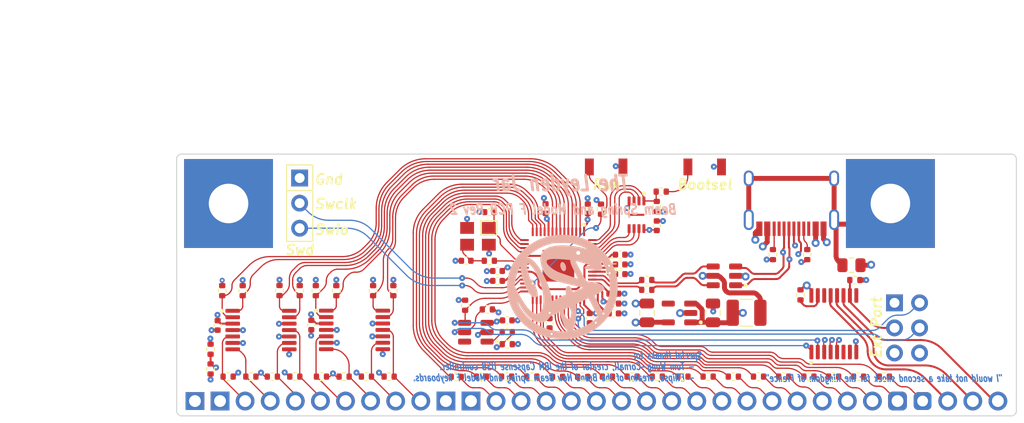
<source format=kicad_pcb>
(kicad_pcb (version 20211014) (generator pcbnew)
  (layers (0 "F.Cu" signal) (1 "In1.Cu" signal) (2 "In2.Cu" signal) (31 "B.Cu" signal) (34 "B.Paste" user) (35 "F.Paste" user) (36 "B.SilkS" user "B.Silkscreen") (37 "F.SilkS" user "F.Silkscreen") (38 "B.Mask" user) (39 "F.Mask" user) (44 "Edge.Cuts" user))
  (net 0 "")
  (net 1 "/XIN")
  (net 2 "/3V3")
  (net 3 "+5V")
  (net 4 "/VBUS")
  (net 5 "GNDPWR")
  (net 6 "/A_ROW0")
  (net 7 "/A_ROW1")
  (net 8 "/A_ROW2")
  (net 9 "/A_ROW3")
  (net 10 "GND")
  (net 11 "/A_ROW4")
  (net 12 "/A_ROW5")
  (net 13 "/ROW0")
  (net 14 "/ROW1")
  (net 15 "/ROW2")
  (net 16 "/ROW3")
  (net 17 "/ROW4")
  (net 18 "/ROW5")
  (net 19 "/ROW6")
  (net 20 "/ROW7")
  (net 21 "/COL0")
  (net 22 "/COL1")
  (net 23 "/COL2")
  (net 24 "/COL3")
  (net 25 "/COL4")
  (net 26 "/COL5")
  (net 27 "/COL6")
  (net 28 "/COL7")
  (net 29 "/COL8")
  (net 30 "/COL9")
  (net 31 "/COL10")
  (net 32 "/COL11")
  (net 33 "/COL12")
  (net 34 "/COL13")
  (net 35 "/COL14")
  (net 36 "/COL15")
  (net 37 "/QSPI_SS")
  (net 38 "/F_D+")
  (net 39 "/USB_D+")
  (net 40 "/F_D-")
  (net 41 "/USB_D-")
  (net 42 "/USB_BOOT")
  (net 43 "/QSPI_SD1")
  (net 44 "/QSPI_SD2")
  (net 45 "/QSPI_SD0")
  (net 46 "/~{QSPI_SCLK}")
  (net 47 "/QSPI_SD3")
  (net 49 "/A_ROW6")
  (net 50 "/A_ROW7")
  (net 51 "Net-(J2-Pad13)")
  (net 52 "Net-(J2-Pad14)")
  (net 53 "Net-(J2-Pad15)")
  (net 54 "Net-(J2-Pad16)")
  (net 55 "Net-(J2-Pad17)")
  (net 56 "Net-(J2-Pad18)")
  (net 57 "Net-(J2-Pad19)")
  (net 58 "Net-(J2-Pad20)")
  (net 59 "Net-(J2-Pad21)")
  (net 60 "Net-(J2-Pad22)")
  (net 61 "Net-(J2-Pad23)")
  (net 62 "Net-(J2-Pad24)")
  (net 63 "Net-(J2-Pad25)")
  (net 64 "Net-(J2-Pad26)")
  (net 65 "Net-(J2-Pad27)")
  (net 66 "Net-(J2-Pad28)")
  (net 67 "/D+")
  (net 68 "/D-")
  (net 69 "/XOUT")
  (net 70 "Net-(J2-Pad29)")
  (net 71 "/SDA")
  (net 72 "/V_REF")
  (net 73 "/SWCLK")
  (net 74 "/SWIO")
  (net 75 "/RUN")
  (net 76 "Net-(J2-Pad30)")
  (net 77 "/SCL")
  (net 78 "/SOLENOID_ENABLE")
  (net 79 "/SOLENOID_PULSE")
  (net 82 "Net-(R41-Pad2)")
  (net 83 "/1V1")
  (net 84 "Net-(C15-Pad2)")
  (net 86 "Net-(J1-PadA5)")
  (net 88 "/ROW_PULLUP")
  (net 89 "Net-(J1-PadB5)")
  (net 90 "/COL17")
  (net 91 "/COL16")
  (net 93 "/PS2_ENABLE")
  (net 94 "Net-(R49-Pad1)")
  (net 97 "/LED0")
  (net 98 "/LED1")
  (net 99 "/LED2")
  (footprint "Resistor_SMD:R_0402_1005Metric" (layer "F.Cu") (at 15.908629 13.825 90)
    (fp_text reference "R33" hide)
    (fp_text value "10k")
  )
  (footprint "Resistor_SMD:R_0402_1005Metric" (layer "F.Cu") (at 21.683629 13.825 90)
    (fp_text reference "R36" hide)
    (fp_text value "10k")
  )
  (footprint "Resistor_SMD:R_0402_1005Metric" (layer "F.Cu") (at 63.581926 10.17548 -90)
    (fp_text reference "R43" hide)
    (fp_text value "5.1k")
  )
  (footprint "Resistor_SMD:R_0402_1005Metric" (layer "F.Cu") (at 13.833629 13.825 90)
    (fp_text reference "R25" hide)
    (fp_text value "10k")
  )
  (footprint "Leyden_Jar:TSOT-23-5" (layer "F.Cu") (at 50.65 16.08327 180)
    (fp_text reference "U4" hide)
    (fp_text value "ADP122AUJZ-3.3-R7 ")
  )
  (footprint "Leyden_Jar:Switch_Matrix-Connector" (layer "F.Cu") (at 1.6 25 90)
    (fp_text reference "J2" hide)
    (fp_text value "Switch matrix connector")
  )
  (footprint "Resistor_SMD:R_0402_1005Metric" (layer "F.Cu") (at 33.215 19.24375)
    (fp_text reference "R42" hide)
    (fp_text value "4.7k")
  )
  (footprint "Resistor_SMD:R_0402_1005Metric" (layer "F.Cu") (at 3.183629 21.75 -90)
    (fp_text reference "R46" hide)
    (fp_text value "1000")
  )
  (footprint "Capacitor_SMD:C_0402_1005Metric" (layer "F.Cu") (at 29.050101 10.8)
    (fp_text reference "C15" hide)
    (fp_text value "30p")
  )
  (footprint "Leyden_Jar:SPST_B3U-3000P" (layer "F.Cu") (at 53.2 1.25)
    (fp_text reference "SW2" hide)
    (fp_text value "B3U-3000P")
  )
  (footprint "Leyden_Jar:USB_C_Receptacle_HRO_TYPE-C-31-M-12" (layer "F.Cu") (at 61.981926 3.51 180)
    (fp_text reference "J1" hide)
    (fp_text value "USB_C_Receptacle_USB2.0")
  )
  (footprint "Resistor_SMD:R_0402_1005Metric" (layer "F.Cu") (at 21.258629 22.525)
    (fp_text reference "R37" hide)
    (fp_text value "47k")
  )
  (footprint "Resistor_SMD:R_0402_1005Metric" (layer "F.Cu") (at 3.183629 19.75 90)
    (fp_text reference "R45" hide)
    (fp_text value "7.5k")
  )
  (footprint "Resistor_SMD:R_0402_1005Metric" (layer "F.Cu") (at 11.708629 22.525)
    (fp_text reference "R13" hide)
    (fp_text value "47k")
  )
  (footprint "Resistor_SMD:R_0402_1005Metric" (layer "F.Cu") (at 40.85 22.55)
    (fp_text reference "R21" hide)
    (fp_text value "1000")
  )
  (footprint "Resistor_SMD:R_0402_1005Metric" (layer "F.Cu") (at 16.698629 22.525)
    (fp_text reference "R35" hide)
    (fp_text value "47k")
  )
  (footprint "Resistor_SMD:R_0402_1005Metric" (layer "F.Cu") (at 48.8 3.8 180)
    (fp_text reference "R4" hide)
    (fp_text value "1000")
  )
  (footprint "Capacitor_SMD:C_0805_2012Metric" (layer "F.Cu") (at 54.0375 16.075 90)
    (fp_text reference "C16" hide)
    (fp_text value "4.7u")
  )
  (footprint "Resistor_SMD:R_0402_1005Metric" (layer "F.Cu") (at 48.4 22.525)
    (fp_text reference "R24" hide)
    (fp_text value "1000")
  )
  (footprint "Capacitor_SMD:C_0402_1005Metric" (layer "F.Cu") (at 41.367782 5.53557 90)
    (fp_text reference "C11" hide)
    (fp_text value "100n")
  )
  (footprint "Resistor_SMD:R_0402_1005Metric" (layer "F.Cu") (at 66.25 22.525)
    (fp_text reference "R34" hide)
    (fp_text value "1000")
  )
  (footprint "Capacitor_SMD:C_0402_1005Metric" (layer "F.Cu") (at 44.6475 12.15)
    (fp_text reference "C12" hide)
    (fp_text value "100n")
  )
  (footprint "Fuse:Fuse_1210_3225Metric" (layer "F.Cu") (at 57.435676 16.0625 180)
    (fp_text reference "F1" hide)
    (fp_text value "mSMD110-16V")
  )
  (footprint "Resistor_SMD:R_0402_1005Metric" (layer "F.Cu") (at 12.208629 13.82 90)
    (fp_text reference "R12" hide)
    (fp_text value "10k")
  )
  (footprint "Capacitor_SMD:C_0402_1005Metric" (layer "F.Cu") (at 31.398438 5.8743)
    (fp_text reference "C14" hide)
    (fp_text value "30p")
  )
  (footprint "Resistor_SMD:R_0805_2012Metric" (layer "F.Cu") (at 68.056926 11.25048 180)
    (fp_text reference "FB1" hide)
    (fp_text value "CBW201209U121T")
  )
  (footprint "Leyden_Jar:TSSOP-14_4.4x5mm_P0.65mm" (layer "F.Cu") (at 17.752379 17.8)
    (fp_text reference "U6" hide)
    (fp_text value "LMV339")
  )
  (footprint "Resistor_SMD:R_0402_1005Metric" (layer "F.Cu") (at 35.7 22.525)
    (fp_text reference "R18" hide)
    (fp_text value "1000")
  )
  (footprint "Resistor_SMD:R_0402_1005Metric" (layer "F.Cu") (at 38.3 22.55)
    (fp_text reference "R20" hide)
    (fp_text value "1000")
  )
  (footprint "Capacitor_SMD:C_0402_1005Metric" (layer "F.Cu") (at 44.645587 10.181229)
    (fp_text reference "C4" hide)
    (fp_text value "100n")
  )
  (footprint "Resistor_SMD:R_0402_1005Metric" (layer "F.Cu") (at 14.408629 22.525 180)
    (fp_text reference "R27" hide)
    (fp_text value "47k")
  )
  (footprint "Resistor_SMD:R_0402_1005Metric" (layer "F.Cu") (at 28.05 22.55)
    (fp_text reference "R14" hide)
    (fp_text value "1000")
  )
  (footprint "Resistor_SMD:R_0402_1005Metric" (layer "F.Cu") (at 4.358629 13.825 90)
    (fp_text reference "R6" hide)
    (fp_text value "10k")
  )
  (footprint "Leyden_Jar:QFN-56-RP2040" (layer "F.Cu") (at 38.39438 11.30481 -90)
    (fp_text reference "U5")
    (fp_text value "RP2040")
  )
  (footprint "Capacitor_SMD:C_0402_1005Metric" (layer "F.Cu") (at 44.645587 11.171178)
    (fp_text reference "C6" hide)
    (fp_text value "100n")
  )
  (footprint "Resistor_SMD:R_0402_1005Metric" (layer "F.Cu") (at 10.158629 13.81 90)
    (fp_text reference "R17" hide)
    (fp_text value "10k")
  )
  (footprint "Resistor_SMD:R_0402_1005Metric" (layer "F.Cu") (at 48.35 5.3 -90)
    (fp_text reference "R1" hide)
    (fp_text value "10k")
  )
  (footprint "Capacitor_SMD:C_0402_1005Metric" (layer "F.Cu") (at 37.098112 5.52019 90)
    (fp_text reference "C9" hide)
    (fp_text value "100n")
  )
  (footprint "Resistor_SMD:R_0402_1005Metric" (layer "F.Cu") (at 68.775 22.525)
    (fp_text reference "R48" hide)
    (fp_text value "1000" hide)
  )
  (footprint "Resistor_SMD:R_0402_1005Metric" (layer "F.Cu") (at 60.106926 10.17548 -90)
    (fp_text reference "R44" hide)
    (fp_text value "5.1k")
  )
  (footprint "Leyden_Jar:SPST_B3U-3000P" (layer "F.Cu") (at 43.225 1.25)
    (fp_text reference "SW1" hide)
    (fp_text value "B3U-3000P")
  )
  (footprint "Resistor_SMD:R_0402_1005Metric" (layer "F.Cu") (at 58.65 22.525)
    (fp_text reference "R30" hide)
    (fp_text value "1000")
  )
  (footprint "Resistor_SMD:R_0402_1005Metric" (layer "F.Cu") (at 47.33438 13.742311)
    (fp_text reference "R3" hide)
    (fp_text value "27")
  )
  (footprint "Capacitor_SMD:C_0402_1005Metric" (layer "F.Cu") (at 48.35 7.25 90)
    (fp_text reference "C1" hide)
    (fp_text value "100n")
  )
  (footprint "Resistor_SMD:R_0402_1005Metric" (layer "F.Cu") (at 7.258629 22.525 180)
    (fp_text reference "R9" hide)
    (fp_text value "47k")
  )
  (footprint "Resistor_SMD:R_0402_1005Metric" (layer "F.Cu") (at 61.2 22.525)
    (fp_text reference "R31" hide)
    (fp_text value "1000")
  )
  (footprint "Resistor_SMD:R_0402_1005Metric" (layer "F.Cu") (at 33.15 22.525)
    (fp_text reference "R16" hide)
    (fp_text value "1000")
  )
  (footprint "Capacitor_SMD:C_0402_1005Metric" (layer "F.Cu") (at 37.498112 17.125 -90)
    (fp_text reference "C8" hide)
    (fp_text value "100n")
  )
  (footprint "Capacitor_SMD:C_0402_1005Metric" (layer "F.Cu") (at 32.226256 11.832879 180)
    (fp_text reference "C10" hide)
    (fp_text value "100n")
  )
  (footprint "Leyden_Jar:TSSOP-14_4.4x5mm_P0.65mm" (layer "F.Cu") (at 8.284109 17.81452)
    (fp_text reference "U2" hide)
    (fp_text value "LMV339")
  )
  (footprint "Leyden_Jar:Mounting_Hole" (layer "F.Cu") (at 72 5)
    (fp_text reference "H2" hide)
    (fp_text value "TopRight" hide)
  )
  (footprint "Resistor_SMD:R_0402_1005Metric" (layer "F.Cu") (at 63.75 22.525)
    (fp_text reference "R32" hide)
    (fp_text value "1000")
  )
  (footprint "Resistor_SMD:R_0402_1005Metric" (layer "F.Cu") (at 51 22.525)
    (fp_text reference "R26" hide)
    (fp_text value "1000")
  )
  (footprint "Resistor_SMD:R_0402_1005Metric" (layer "F.Cu") (at 43.35 22.525)
    (fp_text reference "R22" hide)
    (fp_text value "1000")
  )
  (footprint "Capacitor_SMD:C_0402_1005Metric" (layer "F.Cu") (at 43.999584 15.130976)
    (fp_text reference "C2" hide)
    (fp_text value "1u")
  )
  (footprint "Resistor_SMD:R_0402_1005Metric" (layer "F.Cu") (at 62.9 14.25 90)
    (fp_text reference "R49" hide)
    (fp_text value "1000")
  )
  (footprint "Capacitor_SMD:C_0805_2012Metric" (layer "F.Cu") (at 47.3625 16.075 90)
    (fp_text reference "C17" hide)
    (fp_text value "4.7u")
  )
  (footprint "Resistor_SMD:R_0402_1005Metric" (layer "F.Cu") (at 42.7 5.575 90)
    (fp_text reference "R40" hide)
    (fp_text value "10k")
  )
  (footprint "Resistor_SMD:R_0402_1005Metric" (layer "F.Cu") (at 31.19875 15.725)
    (fp_text reference "R10" hide)
    (fp_text value "1000")
  )
  (footprint "Resistor_SMD:R_0402_1005Metric" (layer "F.Cu") (at 6.433629 13.825 90)
    (fp_text reference "R8" hide)
    (fp_text value "10k")
  )
  (footprint "Resistor_SMD:R_0402_1005Metric" (layer "F.Cu") (at 33.215 18.01875 180)
    (fp_text reference "R41" hide)
    (fp_text value "10k")
  )
  (footprint "Resistor_SMD:R_0402_1005Metric" (layer "F.Cu") (at 45.85 22.525)
    (fp_text reference "R23" hide)
    (fp_text value "1000")
  )
  (footprint "Resistor_SMD:R_0402_1005Metric" (layer "F.Cu") (at 53.55 22.525)
    (fp_text reference "R28" hide)
    (fp_text value "1000")
  )
  (footprint "Capacitor_SMD:C_0402_1005Metric" (layer "F.Cu") (at 33.2125 16.83125)
    (fp_text reference "C21" hide)
    (fp_text value "100n")
  )
  (footprint "Resistor_SMD:R_0402_1005Metric" (layer "F.Cu") (at 47.33438 12.74231 180)
    (fp_text reference "R2" hide)
    (fp_text value "27")
  )
  (footprint "Leyden_Jar:SOT-23-6" (layer "F.Cu") (at 55.194426 12.32548 180)
    (fp_text reference "U3" hide)
    (fp_text value "USBLC6-2SC6")
  )
  (footprint "Resistor_SMD:R_0402_1005Metric" (layer "F.Cu") (at 18.958629 22.525)
    (fp_text reference "R39" hide)
    (fp_text value "47k")
  )
  (footprint "Leyden_Jar:PinHeader_2x03_P2.54mm_Horizontal" (layer "F.Cu") (at 72.475 15.075)
    (fp_text reference "J4" hide)
    (fp_text value "Ext Conn")
  )
  (footprint "Leyden_Jar:SOT-23-6" (layer "F.Cu") (at 30.03375 18.03125 180)
    (fp_text reference "U10" hide)
    (fp_text value "MCP4716A0T-E/CH")
  )
  (footprint "Capacitor_SMD:C_0402_1005Metric" (layer "F.Cu") (at 41.562578 16.605215 -90)
    (fp_text reference "C7" hide)
    (fp_text value "100n")
  )
  (footprint "Capacitor_SMD:C_0402_1005Metric" (layer "F.Cu") (at 32.226256 12.832879 180)
    (fp_text reference "C5" hide)
    (fp_text value "100n")
  )
  (footprint "Resistor_SMD:R_0402_1005Metric" (layer "F.Cu") (at 71.385 22.525)
    (fp_text reference "R47" hide)
    (fp_text value "1000" hide)
  )
  (footprint "Resistor_SMD:R_0402_1005Metric" (layer "F.Cu") (at 19.633629 13.825 90)
    (fp_text reference "R38" hide)
    (fp_text value "10k")
  )
  (footprint "Resistor_SMD:R_0402_1005Metric" (layer "F.Cu") (at 4.958629 22.525 180)
    (fp_text reference "R7" hide)
    (fp_text value "47k")
  )
  (footprint "Leyden_Jar:TSSOP-16_4.4x5mm_P0.65mm" (layer "F.Cu") (at 66.225 17.175 90)
    (fp_text reference "U8" hide)
    (fp_text value "PCA9557PW,118")
  )
  (footprint "Capacitor_SMD:C_0402_1005Metric" (layer "F.Cu") (at 43.999583 14.130977)
    (fp_text reference "C3" hide)
    (fp_text value "1u")
  )
  (footprint "Leyden_Jar:USON8_3x2mm" (layer "F.Cu") (at 46.298112 6.14519 -90)
    (fp_text reference "U1" hide)
    (fp_text value "W25Q16JVUXIQ")
  )
  (footprint "Leyden_Jar:SWD_Header" (layer "F.Cu") (at 12.2 2.425)
    (fp_text reference "J3" hide)
    (fp_text value "SWD_Connector")
  )
  (footprint "rico_footprints:Crystal_SMD_3225-4Pin_3.2x2.5mm" (layer "F.Cu") (at 30.248439 8.3243 180)
    (fp_text reference "Y1" hide)
    (fp_text value "12MHz")
  )
  (footprint "Resistor_SMD:R_0402_1005Metric" (layer "F.Cu") (at 28.94875 15.3 90)
    (fp_text reference "R11" hide)
    (fp_text value "1000")
  )
  (footprint "Capacitor_SMD:C_0402_1005Metric" (layer "F.Cu") (at 43.999584 16.130977)
    (fp_text reference "C13" hide)
    (fp_text value "100n")
  )
  (footprint "Leyden_Jar:Mounting_Hole" (layer "F.Cu") (at 5 5)
    (fp_text reference "H1" hide)
    (fp_text value "TopLeft" hide)
  )
  (footprint "Capacitor_SMD:C_0402_1005Metric" (layer "F.Cu") (at 3.896609 17.33952 -90)
    (fp_text reference "C19" hide)
    (fp_text value "100n")
  )
  (footprint "Resistor_SMD:R_0402_1005Metric" (layer "F.Cu") (at 56.1 22.525)
    (fp_text reference "R29" hide)
    (fp_text value "1000")
  )
  (footprint "Resistor_SMD:R_0402_1005Metric" (layer "F.Cu") (at 30.6 22.525)
    (fp_text reference "R15" hide)
    (fp_text value "1000")
  )
  (footprint "Resistor_SMD:R_0402_1005Metric" (layer "F.Cu") (at 68.4 12.75)
    (fp_text reference "R50" hide)
    (fp_text value "47k" hide)
  )
  (footprint "Capacitor_SMD:C_0402_1005Metric" (layer "F.Cu") (at 13.377379 17.3 -90)
    (fp_text reference "C20" hide)
    (fp_text value "100n")
  )
  (footprint "Resistor_SMD:R_0402_1005Metric" (layer "F.Cu") (at 31.4 10.8)
    (fp_text reference "R5" hide)
    (fp_text value "1000")
  )
  (footprint "Resistor_SMD:R_0402_1005Metric" (layer "F.Cu") (at 9.433629 22.525)
    (fp_text reference "R19" hide)
    (fp_text value "47k")
  )
  (footprint "Leyden_Jar:Rico_Logo" (layer "B.Cu") (at 34.642613 20.826439 180)
    (fp_text reference "H3" hide)
    (fp_text value "Rico_Logo" hide)
  )
  (gr_line (start -0.25 0.5) (end -0.25 26) (layer "Edge.Cuts") (width 0.1))
  (gr_arc (start 84.75 26) (mid 84.60148 26.35148) (end 84.25 26.5) (layer "Edge.Cuts") (width 0.1))
  (gr_arc (start 84.25 0) (mid 84.601058 0.148942) (end 84.75 0.5) (layer "Edge.Cuts") (width 0.1))
  (gr_line (start 84.75 26) (end 84.75 0.5) (layer "Edge.Cuts") (width 0.1))
  (gr_line (start 84.25 26.5) (end 0.25 26.5) (layer "Edge.Cuts") (width 0.1))
  (gr_arc (start -0.25 0.5) (mid -0.103553 0.146447) (end 0.25 0) (layer "Edge.Cuts") (width 0.1))
  (gr_line (start 84.25 0) (end 0.25 0) (layer "Edge.Cuts") (width 0.1))
  (gr_arc (start 0.25 26.5) (mid -0.101487 26.351486) (end -0.25 26) (layer "Edge.Cuts") (width 0.1))
  (gr_text "Special thanks to:\n  - Tom Wong-Cornall, creator of the IBM Capsense USB controller.\n  - Ellipse, creator of the Brand New Beam Spring and Model F keyboards. " (at 53.05 21.5) (layer "B.Cu") (effects (font (size 0.7 0.5) (thickness 0.125) italic) (justify left mirror)))
  (gr_text "{dblquote}I would not take a second shock for the Kingdom of France{dblquote}" (at 71.4 22.7) (layer "B.Cu") (effects (font (size 0.7 0.5) (thickness 0.125) italic) (justify mirror)))
  (gr_text "Beam Spring and Model F PCB Rev 2" (at 38.9 5.6) (layer "B.SilkS") (effects (font (size 1 0.8) (thickness 0.2) italic) (justify mirror)))
  (gr_text "The Leyden Jar\n" (at 38.7 2.95) (layer "B.SilkS") (effects (font (size 1.5 1.2) (thickness 0.3) italic) (justify mirror)))
  (gr_text "Swclk" (at 15.85 5.05) (layer "F.SilkS") (effects (font (size 1 1) (thickness 0.2) italic)))
  (gr_text "Ext Port" (at 70.6 17.575 90) (layer "F.SilkS") (effects (font (size 1 1) (thickness 0.2) italic)))
  (gr_text "Swio" (at 15.45 7.65) (layer "F.SilkS") (effects (font (size 1 1) (thickness 0.2) italic)))
  (gr_text "Swd" (at 12.2 9.7) (layer "F.SilkS") (effects (font (size 1 1) (thickness 0.2) italic)))
  (gr_text "Bootsel" (at 53.2 3.1) (layer "F.SilkS") (effects (font (size 1 1) (thickness 0.2) italic)))
  (gr_text "Run" (at 43.25 3.1) (layer "F.SilkS") (effects (font (size 1 1) (thickness 0.2) italic)))
  (gr_text "Gnd" (at 15.15 2.55) (layer "F.SilkS") (effects (font (size 1 1) (thickness 0.2) italic)))
  (segment (start 31.878438 5.874301) (end 31.878438 6.9443) (width 0.125) (layer "F.Cu") (net 1))
  (segment (start 34.286917 10.70481) (end 34.95688 10.70481) (width 0.125) (layer "F.Cu") (net 1))
  (segment (start 31.4243 7.4743) (end 32.353554 8.403554) (width 0.125) (layer "F.Cu") (net 1))
  (segment (start 32.5 8.757107) (end 32.5 8.917893) (width 0.125) (layer "F.Cu") (net 1))
  (segment (start 32.646447 9.271447) (end 33.933364 10.558364) (width 0.125) (layer "F.Cu") (net 1))
  (segment (start 31.878438 6.9443) (end 31.348439 7.4743) (width 0.125) (layer "F.Cu") (net 1))
  (segment (start 31.348439 7.4743) (end 31.4243 7.4743) (width 0.125) (layer "F.Cu") (net 1))
  (arc (start 33.933364 10.558364) (mid 34.095576 10.66675) (end 34.286917 10.70481) (width 0.125) (layer "F.Cu") (net 1))
  (arc (start 32.353554 8.403554) (mid 32.46194 8.565766) (end 32.5 8.757107) (width 0.125) (layer "F.Cu") (net 1))
  (arc (start 32.646447 9.271447) (mid 32.53806 9.109235) (end 32.5 8.917893) (width 0.125) (layer "F.Cu") (net 1))
  (segment (start 62.9 13.74) (end 63.34 13.3) (width 0.2) (layer "F.Cu") (net 2))
  (segment (start 37.39438 7.86731) (end 37.39438 6.79438) (width 0.2) (layer "F.Cu") (net 2))
  (segment (start 3.896609 16.85952) (end 4.201609 17.16452) (width 0.2) (layer "F.Cu") (net 2))
  (segment (start 37.39438 14.74231) (end 37.39438 15.954693) (width 0.2) (layer "F.Cu") (net 2))
  (segment (start 42.376461 14.969354) (end 42.376461 14.156382) (width 0.2) (layer "F.Cu") (net 2))
  (segment (start 33.25 11.475) (end 33.064135 11.475) (width 0.2) (layer "F.Cu") (net 2))
  (segment (start 64 13.77) (end 63.53 13.3) (width 0.2) (layer "F.Cu") (net 2))
  (segment (start 4.358629 13.315) (end 4.358629 12.775) (width 0.2) (layer "F.Cu") (net 2))
  (segment (start 33.064135 11.475) (end 32.706256 11.832879) (width 0.2) (layer "F.Cu") (net 2))
  (segment (start 42.95 14.704322) (end 42.95 14.925) (width 0.2) (layer "F.Cu") (net 2))
  (segment (start 3.883629 16.84654) (end 3.896609 16.85952) (width 0.2) (layer "F.Cu") (net 2))
  (segment (start 48.35 5.81) (end 48.365 5.825) (width 0.2) (layer "F.Cu") (net 2))
  (segment (start 37.222395 6.622395) (end 37.222395 6.552605) (width 0.2) (layer "F.Cu") (net 2))
  (segment (start 37.2 6.53021) (end 37.222395 6.552605) (width 0.2) (layer "F.Cu") (net 2))
  (segment (start 32.22375 16.025) (end 32.32375 16.025) (width 0.2) (layer "F.Cu") (net 2))
  (segment (start 43.519584 15.130976) (end 43.313608 14.925) (width 0.2) (layer "F.Cu") (net 2))
  (segment (start 42.174785 16.125215) (end 42.175 16.125) (width 0.2) (layer "F.Cu") (net 2))
  (segment (start 41.83188 11.90481) (end 43.431418 11.90481) (width 0.2) (layer "F.Cu") (net 2))
  (segment (start 43.99613 12.049196) (end 43.575804 12.049196) (width 0.2) (layer "F.Cu") (net 2))
  (segment (start 37.2 6.102078) (end 37.2 6.53021) (width 0.2) (layer "F.Cu") (net 2))
  (segment (start 28.94875 14.79) (end 28.31375 14.79) (width 0.2) (layer "F.Cu") (net 2))
  (segment (start 37.39438 6.79438) (end 37.222395 6.622395) (width 0.2) (layer "F.Cu") (net 2))
  (segment (start 64 14.3125) (end 64 13.77) (width 0.2) (layer "F.Cu") (net 2))
  (segment (start 42.862132 15.662132) (end 42.522907 15.322907) (width 0.2) (layer "F.Cu") (net 2))
  (segment (start 31.70875 15.725) (end 31.92375 15.725) (width 0.2) (layer "F.Cu") (net 2))
  (segment (start 37.39438 15.954693) (end 37.511845 16.072158) (width 0.2) (layer "F.Cu") (net 2))
  (segment (start 43.431418 11.90481) (end 43.575804 12.049196) (width 0.2) (layer "F.Cu") (net 2))
  (segment (start 3.183629 18.7) (end 3.158629 18.675) (width 0.2) (layer "F.Cu") (net 2))
  (segment (start 37.098112 6.02519) (end 37.2 6.127078) (width 0.2) (layer "F.Cu") (net 2))
  (segment (start 13.377379 16.82) (end 13.358629 16.80125) (width 0.2) (layer "F.Cu") (net 2))
  (segment (start 47.048112 7.54519) (end 47.177922 7.675) (width 0.125) (layer "F.Cu") (net 2))
  (segment (start 43.525 11.3) (end 44.036765 11.3) (width 0.2) (layer "F.Cu") (net 2))
  (segment (start 41.83188 13.504809) (end 41.832058 13.504631) (width 0.2) (layer "F.Cu") (net 2))
  (segment (start 42.285 4.65) (end 42.25 4.65) (width 0.2) (layer "F.Cu") (net 2))
  (segment (start 41.562578 15.825632) (end 40.99438 15.257434) (width 0.2) (layer "F.Cu") (net 2))
  (segment (start 41.832058 13.504631) (end 42.305367 13.504631) (width 0.2) (layer "F.Cu") (net 2))
  (segment (start 6.433629 13.315) (end 6.433629 12.75) (width 0.2) (layer "F.Cu") (net 2))
  (segment (start 41.562578 16.125215) (end 41.562578 15.825632) (width 0.2) (layer "F.Cu") (net 2))
  (segment (start 63.34 13.3) (end 63.53 13.3) (width 0.2) (layer "F.Cu") (net 2))
  (segment (start 46.2125 17.05) (end 47.3375 17.05) (width 0.5) (layer "F.Cu") (net 2))
  (segment (start 42.95 16.15) (end 42.95 15.874264) (width 0.2) (layer "F.Cu") (net 2))
  (segment (start 31.92375 15.725) (end 32.22375 16.025) (width 0.2) (layer "F.Cu") (net 2))
  (segment (start 43.519584 16.130977) (end 42.969023 16.130977) (width 0.2) (layer "F.Cu") (net 2))
  (segment (start 42.832858 14.032122) (end 42.832858 14.464871) (width 0.2) (layer "F.Cu") (net 2))
  (segment (start 21.683629 13.315) (end 21.683629 12.725) (width 0.2) (layer "F.Cu") (net 2))
  (segment (start 40.99438 7.454884) (end 40.99438 7.86731) (width 0.2) (layer "F.Cu") (net 2))
  (segment (start 41.367782 6.01557) (end 41.367782 6.607218) (width 0.2) (layer "F.Cu") (net 2))
  (segment (start 15.908629 13.315) (end 15.908629 12.725) (width 0.2) (layer "F.Cu") (net 2))
  (segment (start 37.498112 16.645) (end 37.498112 16.085891) (width 0.2) (layer "F.Cu") (net 2))
  (segment (start 13.833629 13.315) (end 13.833629 12.725) (width 0.2) (layer "F.Cu") (net 2))
  (segment (start 13.883629 17.15) (end 13.553629 16.82) (width 0.2) (layer "F.Cu") (net 2))
  (segment (start 13.553629 16.82) (end 13.377379 16.82) (width 0.2) (layer "F.Cu") (net 2))
  (segment (start 41.262132 7.062868) (end 41.082248 7.242752) (width 0.2) (layer "F.Cu") (net 2))
  (segment (start 42.879702 14.634024) (end 42.95 14.704322) (width 0.2) (layer "F.Cu") (net 2))
  (segment (start 34.95688 11.50481) (end 33.27981 11.50481) (width 0.2) (layer "F.Cu") (net 2))
  (segment (start 33.27981 11.50481) (end 33.25 11.475) (width 0.2) (layer "F.Cu") (net 2))
  (segment (start 3.183629 19.24) (end 3.183629 18.7) (width 0.2) (layer "F.Cu") (net 2))
  (segment (start 37.498112 16.085891) (end 37.511845 16.072158) (width 0.2) (layer "F.Cu") (net 2))
  (segment (start 47.3375 17.05) (end 47.3625 17.025) (width 0.5) (layer "F.Cu") (net 2))
  (segment (start 48.295 7.675) (end 48.35 7.73) (width 0.125) (layer "F.Cu") (net 2))
  (segment (start 48.365 5.825) (end 48.975 5.825) (width 0.2) (layer "F.Cu") (net 2))
  (segment (start 42.517499 13.592499) (end 42.74499 13.81999) (width 0.2) (layer "F.Cu") (net 2))
  (segment (start 44.072706 12.125772) (end 43.99613 12.049196) (width 0.2) (layer "F.Cu") (net 2))
  (segment (start 4.201609 17.16452) (end 5.421609 17.16452) (width 0.2) (layer "F.Cu") (net 2))
  (segment (start 31.17125 17.08125) (end 32.0175 17.08125) (width 0.2) (layer "F.Cu") (net 2))
  (segment (start 12.208629 13.31) (end 12.208629 12.725) (width 0.2) (layer "F.Cu") (net 2))
  (segment (start 32.0175 17.08125) (end 32.14875 16.95) (width 0.2) (layer "F.Cu") (net 2))
  (segment (start 41.367782 6.607218) (end 41.35 6.625) (width 0.2) (layer "F.Cu") (net 2))
  (segment (start 3.883629 16.275) (end 3.883629 16.84654) (width 0.2) (layer "F.Cu") (net 2))
  (segment (start 41.562578 16.125215) (end 42.174785 16.125215) (width 0.2) (layer "F.Cu") (net 2))
  (segment (start 41.35 6.625) (end 41.35 6.850736) (width 0.2) (layer "F.Cu") (net 2))
  (segment (start 14.889879 17.15) (end 13.883629 17.15) (width 0.2) (layer "F.Cu") (net 2))
  (segment (start 28.31375 14.79) (end 28.29875 14.775) (width 0.2) (layer "F.Cu") (net 2))
  (segment (start 41.83188 13.90481) (end 42.124889 13.90481) (width 0.2) (layer "F.Cu") (net 2))
  (segment (start 47.3625 17.025) (end 49.50423 17.025) (width 0.5) (layer "F.Cu") (net 2))
  (segment (start 32.7325 16.83125) (end 32.2675 16.83125) (width 0.2) (layer "F.Cu") (net 2))
  (segment (start 47.177922 7.675) (end 47.6 7.675) (width 0.125) (layer "F.Cu") (net 2))
  (segment (start 40.99438 15.257434) (end 40.99438 14.74231) (width 0.2) (layer "F.Cu") (net 2))
  (segment (start 47.6 7.675) (end 48.295 7.675) (width 0.125) (layer "F.Cu") (net 2))
  (segment (start 44.036765 11.3) (end 44.165587 11.171178) (width 0.2) (layer "F.Cu") (net 2))
  (segment (start 43.32019 11.50481) (end 43.525 11.3) (width 0.2) (layer "F.Cu") (net 2))
  (segment (start 42.969023 16.130977) (end 42.95 16.15) (width 0.2) (layer "F.Cu") (net 2))
  (segment (start 32.2675 16.83125) (end 32.14875 16.95) (width 0.2) (layer "F.Cu") (net 2))
  (segment (start 41.83188 11.50481) (end 43.32019 11.50481) (width 0.2) (layer "F.Cu") (net 2))
  (segment (start 13.358629 16.80125) (end 13.358629 16.225) (width 0.2) (layer "F.Cu") (net 2))
  (segment (start 42.7 5.065) (end 42.285 4.65) (width 0.2) (layer "F.Cu") (net 2))
  (segment (start 43.313608 14.925) (end 42.95 14.925) (width 0.2) (layer "F.Cu") (net 2))
  (segment (start 10.158629 13.3) (end 10.158629 12.725) (width 0.2) (layer "F.Cu") (net 2))
  (segment (start 42.266311 13.963389) (end 42.317883 14.014961) (width 0.2) (layer "F.Cu") (net 2))
  (segment (start 19.633629 13.315) (end 19.633629 12.725) (width 0.2) (layer "F.Cu") (net 2))
  (via (at 33.25 11.475) (size 0.6) (drill 0.2) (layers "F.Cu" "B.Cu") (net 2))
  (via (at 10.158629 12.725) (size 0.6) (drill 0.2) (layers "F.Cu" "B.Cu") (net 2))
  (via (at 43.575804 12.049196) (size 0.6) (drill 0.2) (layers "F.Cu" "B.Cu") (net 2))
  (via (at 4.358629 12.775) (size 0.5) (drill 0.2) (layers "F.Cu" "B.Cu") (net 2))
  (via (at 28.29875 14.775) (size 0.6) (drill 0.2) (layers "F.Cu" "B.Cu") (net 2))
  (via (at 42.95 14.925) (size 0.6) (drill 0.2) (layers "F.Cu" "B.Cu") (net 2))
  (via (at 46.2125 17.05) (size 0.8) (drill 0.4) (layers "F.Cu" "B.Cu") (net 2))
  (via (at 48.975 5.825) (size 0.6) (drill 0.2) (layers "F.Cu" "B.Cu") (net 2))
  (via (at 15.908629 12.725) (size 0.6) (drill 0.2) (layers "F.Cu" "B.Cu") (net 2))
  (via (at 37.511845 16.072158) (size 0.6) (drill 0.2) (layers "F.Cu" "B.Cu") (net 2))
  (via (at 47.6 7.675) (size 0.6) (drill 0.2) (layers "F.Cu" "B.Cu") (net 2))
  (via (at 32.32375 16.025) (size 0.6) (drill 0.2) (layers "F.Cu" "B.Cu") (net 2))
  (via (at 42.25 4.65) (size 0.6) (drill 0.2) (layers "F.Cu" "B.Cu") (net 2))
  (via (at 43.525 11.3) (size 0.6) (drill 0.2) (layers "F.Cu" "B.Cu") (net 2))
  (via (at 13.833629 12.725) (size 0.6) (drill 0.2) (layers "F.Cu" "B.Cu") (net 2))
  (via (at 19.633629 12.725) (size 0.6) (drill 0.2) (layers "F.Cu" "B.Cu") (net 2))
  (via (at 12.208629 12.725) (size 0.6) (drill 0.2) (layers "F.Cu" "B.Cu") (net 2))
  (via (at 3.883629 16.275) (size 0.6) (drill 0.2) (layers "F.Cu" "B.Cu") (net 2))
  (via (at 42.175 16.125) (size 0.6) (drill 0.2) (layers "F.Cu" "B.Cu") (net 2))
  (via (at 63.53 13.3) (size 0.8) (drill 0.4) (layers "F.Cu" "B.Cu") (net 2))
  (via (at 32.14875 16.95) (size 0.6) (drill 0.2) (layers "F.Cu" "B.Cu") (net 2))
  (via (at 21.683629 12.725) (size 0.6) (drill 0.2) (layers "F.Cu" "B.Cu") (net 2))
  (via (at 3.158629 18.675) (size 0.6) (drill 0.2) (layers "F.Cu" "B.Cu") (net 2))
  (via (at 42.95 16.15) (size 0.6) (drill 0.2) (layers "F.Cu" "B.Cu") (net 2))
  (via (at 6.433629 12.75) (size 0.6) (drill 0.2) (layers "F.Cu" "B.Cu") (net 2))
  (via (at 37.222395 6.552605) (size 0.6) (drill 0.2) (layers "F.Cu" "B.Cu") (net 2))
  (via (at 13.358629 16.225) (size 0.6) (drill 0.2) (layers "F.Cu" "B.Cu") (net 2))
  (via (at 41.35 6.625) (size 0.6) (drill 0.2) (layers "F.Cu" "B.Cu") (net 2))
  (arc (start 42.305367 13.504631) (mid 42.420172 13.527467) (end 42.517499 13.592499) (width 0.2) (layer "F.Cu") (net 2))
  (arc (start 42.95 15.874264) (mid 42.927164 15.759459) (end 42.862132 15.662132) (width 0.2) (layer "F.Cu") (net 2))
  (arc (start 42.832858 14.464871) (mid 42.845776 14.551956) (end 42.879702 14.634024) (width 0.2) (layer "F.Cu") (net 2))
  (arc (start 42.376461 14.969354) (mid 42.414521 15.160695) (end 42.522907 15.322907) (width 0.2) (layer "F.Cu") (net 2))
  (arc (start 40.99438 7.454884) (mid 41.017216 7.340079) (end 41.082248 7.242752) (width 0.2) (layer "F.Cu") (net 2))
  (arc (start 42.124889 13.90481) (mid 42.201426 13.920034) (end 42.266311 13.963389) (width 0.2) (layer "F.Cu") (net 2))
  (arc (start 42.74499 13.81999) (mid 42.810022 13.917317) (end 42.832858 14.032122) (width 0.2) (layer "F.Cu") (net 2))
  (arc (start 41.35 6.850736) (mid 41.327164 6.965541) (end 41.262132 7.062868) (width 0.2) (layer "F.Cu") (net 2))
  (arc (start 42.376461 14.156382) (mid 42.361237 14.079846) (end 42.317883 14.014961) (width 0.2) (layer "F.Cu") (net 2))
  (segment (start 56.035676 16.0625) (end 56.0375 16.064324) (width 0.5) (layer "F.Cu") (net 3))
  (segment (start 56.0375 16.75) (end 55.7125 17.075) (width 0.5) (layer "F.Cu") (net 3))
  (segment (start 56.0375 16.064324) (end 56.0375 16.75) (width 0.5) (layer "F.Cu") (net 3))
  (segment (start 53.989324 17.025) (end 51.79577 17.025) (width 0.5) (layer "F.Cu") (net 3))
  (segment (start 56.035676 16.0625) (end 57.05 16.0625) (width 0.5) (layer "F.Cu") (net 3))
  (segment (start 57.05 16.0625) (end 57.0625 16.075) (width 0.5) (layer "F.Cu") (net 3))
  (segment (start 51.7875 15.13327) (end 52.223585 15.13327) (width 0.5) (layer "F.Cu") (net 3))
  (segment (start 51.79577 17.025) (end 51.7875 17.03327) (width 0.5) (layer "F.Cu") (net 3))
  (segment (start 52.435717 15.221138) (end 52.857902 15.643323) (width 0.5) (layer "F.Cu") (net 3))
  (segment (start 52.94577 15.855455) (end 52.94577 16.692466) (width 0.5) (layer "F.Cu") (net 3))
  (segment (start 52.857902 16.904598) (end 52.72923 17.03327) (width 0.5) (layer "F.Cu") (net 3))
  (segment (start 52.72923 17.03327) (end 51.7875 17.03327) (width 0.5) (layer "F.Cu") (net 3))
  (segment (start 55.7125 17.075) (end 54.0375 17.075) (width 0.5) (layer "F.Cu") (net 3))
  (via (at 57.0625 16.075) (size 0.8) (drill 0.4) (layers "F.Cu" "B.Cu") (net 3))
  (arc (start 52.94577 16.692466) (mid 52.922934 16.807271) (end 52.857902 16.904598) (width 0.5) (layer "F.Cu") (net 3))
  (arc (start 52.857902 15.643323) (mid 52.922934 15.74065) (end 52.94577 15.855455) (width 0.5) (layer "F.Cu") (net 3))
  (arc (start 52.435717 15.221138) (mid 52.33839 15.156106) (end 52.223585 15.13327) (width 0.5) (layer "F.Cu") (net 3))
  (segment (start 55.752031 14.05) (end 58.130393 14.05) (width 0.5) (layer "F.Cu") (net 4))
  (segment (start 54.796926 12.471926) (end 55.053553 12.728553) (width 0.5) (layer "F.Cu") (net 4))
  (segment (start 55.2 13.082107) (end 55.2 13.497969) (width 0.5) (layer "F.Cu") (net 4))
  (segment (start 59.531926 8.01048) (end 59.531926 8.90048) (width 0.5) (layer "F.Cu") (net 4))
  (segment (start 52.994426 12.32548) (end 54.056926 12.32548) (width 0.5) (layer "F.Cu") (net 4))
  (segment (start 64.431926 8.01048) (end 64.431926 9.00048) (width 0.5) (layer "F.Cu") (net 4))
  (segment (start 54.056926 12.32548) (end 54.443373 12.32548) (width 0.5) (layer "F.Cu") (net 4))
  (segment (start 58.835676 14.755283) (end 58.835676 16.0625) (width 0.5) (layer "F.Cu") (net 4))
  (segment (start 59.531926 8.90048) (end 59.081926 9.35048) (width 0.5) (layer "F.Cu") (net 4))
  (segment (start 55.346446 13.851522) (end 55.398477 13.903553) (width 0.5) (layer "F.Cu") (net 4))
  (segment (start 58.483947 14.196447) (end 58.68923 14.40173) (width 0.5) (layer "F.Cu") (net 4))
  (via (at 52.994426 12.32548) (size 0.8) (drill 0.4) (layers "F.Cu" "B.Cu") (net 4))
  (via (at 64.431926 9.00048) (size 0.8) (drill 0.4) (layers "F.Cu" "B.Cu") (net 4))
  (via (at 59.081926 9.35048) (size 0.8) (drill 0.4) (layers "F.Cu" "B.Cu") (net 4))
  (arc (start 58.130393 14.05) (mid 58.321735 14.08806) (end 58.483947 14.196447) (width 0.5) (layer "F.Cu") (net 4))
  (arc (start 55.2 13.497969) (mid 55.23806 13.68931) (end 55.346446 13.851522) (width 0.5) (layer "F.Cu") (net 4))
  (arc (start 55.053553 12.728553) (mid 55.16194 12.890765) (end 55.2 13.082107) (width 0.5) (layer "F.Cu") (net 4))
  (arc (start 58.68923 14.40173) (mid 58.797616 14.563942) (end 58.835676 14.755283) (width 0.5) (layer "F.Cu") (net 4))
  (arc (start 54.443373 12.32548) (mid 54.634714 12.36354) (end 54.796926 12.471926) (width 0.5) (layer "F.Cu") (net 4))
  (arc (start 55.398477 13.903553) (mid 55.560689 14.01194) (end 55.752031 14.05) (width 0.5) (layer "F.Cu") (net 4))
  (segment (start 70.18 6.82) (end 72 5) (width 0.5) (layer "F.Cu") (net 5))
  (segment (start 66.301926 6.897406) (end 66.5 7.09548) (width 0.5) (layer "F.Cu") (net 5))
  (segment (start 66.301926 6.64) (end 66.301926 6.897406) (width 0.5) (layer "F.Cu") (net 5))
  (segment (start 57.661926 2.46) (end 66.301926 2.46) (width 0.5) (layer "F.Cu") (net 5))
  (segment (start 66.5 7.09548) (end 70.161926 7.09548) (width 0.5) (layer "F.Cu") (net 5))
  (segment (start 66.301926 6.64) (end 66.301926 2.46) (width 0.5) (layer "F.Cu") (net 5))
  (segment (start 57.661926 6.64) (end 57.661926 2.46) (width 0.5) (layer "F.Cu") (net 5))
  (segment (start 66.5 10.274683) (end 66.5 7.09548) (width 0.5) (layer "F.Cu") (net 5))
  (segment (start 67.144426 11.25048) (end 66.734314 10.840368) (width 0.5) (layer "F.Cu") (net 5))
  (arc (start 66.5 10.274683) (mid 66.560896 10.580829) (end 66.734314 10.840368) (width 0.5) (layer "F.Cu") (net 5))
  (segment (start 4.589083 18.669546) (end 4.588654 18.669975) (width 0.125) (layer "F.Cu") (net 6))
  (segment (start 5.421609 18.46452) (end 5.084058 18.46452) (width 0.125) (layer "F.Cu") (net 6))
  (segment (start 4.383629 19.164949) (end 4.383629 22.46) (width 0.125) (layer "F.Cu") (net 6))
  (segment (start 4.448629 22.768629) (end 6.68 25) (width 0.125) (layer "F.Cu") (net 6))
  (segment (start 4.448629 22.525) (end 4.448629 22.768629) (width 0.125) (layer "F.Cu") (net 6))
  (segment (start 4.383629 22.46) (end 4.448629 22.525) (width 0.125) (layer "F.Cu") (net 6))
  (arc (start 4.588654 18.669975) (mid 4.436914 18.897071) (end 4.383629 19.164949) (width 0.125) (layer "F.Cu") (net 6))
  (arc (start 4.589083 18.669546) (mid 4.816179 18.517805) (end 5.084058 18.46452) (width 0.125) (layer "F.Cu") (net 6))
  (segment (start 5.421609 19.76452) (end 5.583935 19.76452) (width 0.125) (layer "F.Cu") (net 7))
  (segment (start 6.291042 20.057413) (end 6.455736 20.222107) (width 0.125) (layer "F.Cu") (net 7))
  (segment (start 6.748629 22.528629) (end 9.22 25) (width 0.125) (layer "F.Cu") (net 7))
  (segment (start 6.748629 22.525) (end 6.748629 22.528629) (width 0.125) (layer "F.Cu") (net 7))
  (segment (start 6.748629 20.929214) (end 6.748629 22.525) (width 0.125) (layer "F.Cu") (net 7))
  (arc (start 6.291042 20.057413) (mid 5.966619 19.84064) (end 5.583935 19.76452) (width 0.125) (layer "F.Cu") (net 7))
  (arc (start 6.455736 20.222107) (mid 6.672509 20.54653) (end 6.748629 20.929214) (width 0.125) (layer "F.Cu") (net 7))
  (segment (start 9.943629 22.525) (end 11.76 24.341371) (width 0.125) (layer "F.Cu") (net 8))
  (segment (start 10.177944 19.455685) (end 10.284795 19.348834) (width 0.125) (layer "F.Cu") (net 8))
  (segment (start 11.76 24.341371) (end 11.76 25) (width 0.125) (layer "F.Cu") (net 8))
  (segment (start 9.943629 22.525) (end 9.943629 20.021371) (width 0.125) (layer "F.Cu") (net 8))
  (segment (start 10.85048 19.11452) (end 11.146609 19.11452) (width 0.125) (layer "F.Cu") (net 8))
  (arc (start 10.177944 19.455685) (mid 10.004525 19.715224) (end 9.943629 20.021371) (width 0.125) (layer "F.Cu") (net 8))
  (arc (start 10.284795 19.348834) (mid 10.544334 19.175416) (end 10.85048 19.11452) (width 0.125) (layer "F.Cu") (net 8))
  (segment (start 14.3 24.606371) (end 14.3 25) (width 0.125) (layer "F.Cu") (net 9))
  (segment (start 11.980803 18.019546) (end 12.003604 18.042347) (width 0.125) (layer "F.Cu") (net 9))
  (segment (start 11.146609 17.81452) (end 11.485828 17.81452) (width 0.125) (layer "F.Cu") (net 9))
  (segment (start 12.208629 22.515) (end 12.218629 22.525) (width 0.125) (layer "F.Cu") (net 9))
  (segment (start 12.208629 18.537321) (end 12.208629 22.515) (width 0.125) (layer "F.Cu") (net 9))
  (segment (start 12.218629 22.525) (end 14.3 24.606371) (width 0.125) (layer "F.Cu") (net 9))
  (arc (start 12.208629 18.537321) (mid 12.155345 18.269443) (end 12.003604 18.042347) (width 0.125) (layer "F.Cu") (net 9))
  (arc (start 11.980803 18.019546) (mid 11.753707 17.867805) (end 11.485828 17.81452) (width 0.125) (layer "F.Cu") (net 9))
  (segment (start 58.325 7.961926) (end 58.325 8.675) (width 0.5) (layer "F.Cu") (net 10))
  (segment (start 37.498112 17.605) (end 37.7 17.806888) (width 0.2) (layer "F.Cu") (net 10))
  (segment (start 66.55 19.063462) (end 66.801462 18.812) (width 0.125) (layer "F.Cu") (net 10))
  (segment (start 3.183629 22.26) (end 3.183629 22.825) (width 0.2) (layer "F.Cu") (net 10))
  (segment (start 51.7875 16.08327) (end 50.72923 16.08327) (width 0.5) (layer "F.Cu") (net 10))
  (segment (start 41.562578 17.085214) (end 41.572792 17.075) (width 0.2) (layer "F.Cu") (net 10))
  (segment (start 31.746256 11.832879) (end 31.167121 11.832879) (width 0.2) (layer "F.Cu") (net 10))
  (segment (start 33.725 19.24375) (end 34.28 19.24375) (width 0.2) (layer "F.Cu") (net 10))
  (segment (start 54.15 1.25) (end 54.125 1.275) (width 0.125) (layer "F.Cu") (net 10))
  (segment (start 34.2675 16.83125) (end 34.27375 16.825) (width 0.2) (layer "F.Cu") (net 10))
  (segment (start 13.358629 17.79875) (end 13.358629 18.375) (width 0.25) (layer "F.Cu") (net 10))
  (segment (start 44.479583 15.130976) (end 45.069024 15.130976) (width 0.2) (layer "F.Cu") (net 10))
  (segment (start 44.479583 16.130977) (end 44.48556 16.125) (width 0.2) (layer "F.Cu") (net 10))
  (segment (start 58.731926 7.555) (end 58.325 7.961926) (width 0.5) (layer "F.Cu") (net 10))
  (segment (start 3.896609 17.81952) (end 3.891129 17.825) (width 0.2) (layer "F.Cu") (net 10))
  (segment (start 31.17125 18.03125) (end 30.5175 18.03125) (width 0.2) (layer "F.Cu") (net 10))
  (segment (start 41.367782 4.492782) (end 41.35 4.475) (width 0.2) (layer "F.Cu") (net 10))
  (segment (start 48.38 6.775) (end 48.975 6.775) (width 0.2) (layer "F.Cu") (net 10))
  (segment (start 44.48556 16.125) (end 45.075 16.125) (width 0.2) (layer "F.Cu") (net 10))
  (segment (start 29.148439 7.4743) (end 29.148439 6.551561) (width 0.2) (layer "F.Cu") (net 10))
  (segment (start 45.676322 11.171178) (end 45.6975 11.15) (width 0.2) (layer "F.Cu") (net 10))
  (segment (start 65.231926 8.60048) (end 65.556926 8.92548) (width 0.5) (layer "F.Cu") (net 10))
  (segment (start 48.375 6.77) (end 48.38 6.775) (width 0.2) (layer "F.Cu") (net 10))
  (segment (start 54.0625 15.15) (end 54.0375 15.125) (width 0.5) (layer "F.Cu") (net 10))
  (segment (start 45.6725 12.15) (end 45.6975 12.125) (width 0.2) (layer "F.Cu") (net 10))
  (segment (start 31.348439 9.1743) (end 31.348439 10.048439) (width 0.2) (layer "F.Cu") (net 10))
  (segment (start 45.069024 15.130976) (end 45.075 15.125) (width 0.2) (layer "F.Cu") (net 10))
  (segment (start 31.167121 11.832879) (end 31.15 11.85) (width 0.2) (layer "F.Cu") (net 10))
  (segment (start 30.5175 18.03125) (end 30.24875 18.3) (width 0.2) (layer "F.Cu") (net 10))
  (segment (start 46.2125 15.125) (end 47.3625 15.125) (width 0.5) (layer "F.Cu") (net 10))
  (segment (start 37.7 17.806888) (end 37.7 18.19999) (width 0.2) (layer "F.Cu") (net 10))
  (segment (start 45.548112 4.74519) (end 45.548112 5.276888) (width 0.2) (layer "F.Cu") (net 10))
  (segment (start 45.1275 12.15) (end 45.6725 12.15) (width 0.2) (layer "F.Cu") (net 10))
  (segment (start 30.918438 5.8743) (end 30.4243 5.8743) (width 0.2) (layer "F.Cu") (net 10))
  (segment (start 54.0625 15.925) (end 54.0625 15.15) (width 0.5) (layer "F.Cu") (net 10))
  (segment (start 65.9 18.995777) (end 66.083777 18.812) (width 0.125) (layer "F.Cu") (net 10))
  (segment (start 37.098112 5.06519) (end 36.925 4.892078) (width 0.2) (layer "F.Cu") (net 10))
  (segment (start 31.729135 12.85) (end 31.15 12.85) (width 0.2) (layer "F.Cu") (net 10))
  (segment (start 44.225 1.25) (end 44.2 1.225) (width 0.2) (layer "F.Cu") (net 10))
  (segment (start 45.069023 14.130977) (end 45.075 14.125) (width 0.2) (layer "F.Cu") (net 10))
  (segment (start 65.25 20.0375) (end 65.25 18.919783) (width 0.125) (layer "F.Cu") (net 10))
  (segment (start 59.48548 10.68548) (end 59.475 10.675) (width 0.2) (layer "F.Cu") (net 10))
  (segment (start 36.925 4.867078) (end 36.925 4.45) (width 0.2) (layer "F.Cu") (net 10))
  (segment (start 44.479583 14.130977) (end 45.069023 14.130977) (width 0.2) (layer "F.Cu") (net 10))
  (segment (start 68.969426 11.25048) (end 69.99952 11.25048) (width 0.5) (layer "F.Cu") (net 10))
  (segment (start 13.377379 17.78) (end 13.358629 17.79875) (width 0.25) (layer "F.Cu") (net 10))
  (segment (start 45.125587 10.181229) (end 45.691271 10.181229) (width 0.2) (layer "F.Cu") (net 10))
  (segment (start 66.55 20.0375) (end 66.55 19.063462) (width 0.125) (layer "F.Cu") (net 10))
  (segment (start 37.39438 10.30481) (end 38.39438 11.30481) (width 0.2) (layer "F.Cu") (net 10))
  (segment (start 63.267406 10.925) (end 62.975 10.925) (width 0.2) (layer "F.Cu") (net 10))
  (segment (start 34.95688 10.30481) (end 37.39438 10.30481) (width 0.2) (layer "F.Cu") (net 10))
  (segment (start 41.572792 17.075) (end 42.175 17.075) (width 0.2) (layer "F.Cu") (net 10))
  (segment (start 69.99952 11.25048) (end 70.05 11.2) (width 0.5) (layer "F.Cu") (net 10))
  (segment (start 20.614879 17.15) (end 19.583629 17.15) (width 0.2) (layer "F.Cu") (net 10))
  (segment (start 65.231926 8.01048) (end 65.231926 8.60048) (width 0.5) (layer "F.Cu") (net 10))
  (segment (start 33.6925 16.83125) (end 34.2675 16.83125) (width 0.2) (layer "F.Cu") (net 10))
  (segment (start 31.746256 12.832879) (end 31.729135 12.85) (width 0.2) (layer "F.Cu") (net 10))
  (segment (start 44.925 1.25) (end 44.225 1.25) (width 0.2) (layer "F.Cu") (net 10))
  (segment (start 54.9 1.25) (end 54.15 1.25) (width 0.125) (layer "F.Cu") (net 10))
  (segment (start 10.119109 17.16452) (end 10.108629 17.175) (width 0.2) (layer "F.Cu") (net 10))
  (segment (start 68.5 20.0375) (end 68.5 18.95) (width 0.2) (layer "F.Cu") (net 10))
  (segment (start 63.581926 10.61048) (end 63.267406 10.925) (width 0.2) (layer "F.Cu") (net 10))
  (segment (start 65.25 18.919783) (end 65.357783 18.812) (width 0.125) (layer "F.Cu") (net 10))
  (segment (start 50.72923 16.08327) (end 50.7125 16.1) (width 0.5) (layer "F.Cu") (net 10))
  (segment (start 31.348439 10.048439) (end 31.375 10.075) (width 0.2) (layer "F.Cu") (net 10))
  (segment (start 60.106926 10.68548) (end 59.48548 10.68548) (width 0.2) (layer "F.Cu") (net 10))
  (segment (start 41.367782 5.05557) (end 41.367782 4.492782) (width 0.2) (layer "F.Cu") (net 10))
  (segment (start 30.4243 5.8743) (end 30.4 5.85) (width 0.2) (layer "F.Cu") (net 10))
  (segment (start 3.891129 17.825) (end 3.283629 17.825) (width 0.2) (layer "F.Cu") (net 10))
  (segment (start 29.148439 6.551561) (end 29.15 6.55) (width 0.2) (layer "F.Cu") (net 10))
  (segment (start 39.69919 10) (end 40.4 10) (width 0.5) (layer "F.Cu") (net 10))
  (segment (start 38.39438 11.30481) (end 39.69919 10) (width 0.5) (layer "F.Cu") (net 10))
  (segment (start 34.28 19.24375) (end 34.29875 19.225) (width 0.2) (layer "F.Cu") (net 10))
  (segment (start 45.125587 11.171178) (end 45.676322 11.171178) (width 0.2) (layer "F.Cu") (net 10))
  (segment (start 45.691271 10.181229) (end 45.6975 10.175) (width 0.2) (layer "F.Cu") (net 10))
  (segment (start 68.91 12.75) (end 69.55 12.75) (width 0.5) (layer "F.Cu") (net 10))
  (segment (start 28.540151 10.8) (end 27.975 10.8) (width 0.2) (layer "F.Cu") (net 10))
  (segment (start 45.548112 5.276888) (end 45.35 5.475) (width 0.2) (layer "F.Cu") (net 10))
  (segment (start 57.267682 12.32548) (end 57.337304 12.395102) (width 0.5) (layer "F.Cu") (net 10))
  (segment (start 56.331926 12.32548) (end 57.267682 12.32548) (width 0.5) (layer "F.Cu") (net 10))
  (segment (start 11.146609 17.16452) (end 10.119109 17.16452) (width 0.2) (layer "F.Cu") (net 10))
  (segment (start 65.9 20.0375) (end 65.9 18.995777) (width 0.125) (layer "F.Cu") (net 10))
  (via (at 45.075 15.125) (size 0.6) (drill 0.2) (layers "F.Cu" "B.Cu") (net 10))
  (via (at 54.125 1.275) (size 0.6) (drill 0.2) (layers "F.Cu" "B.Cu") (net 10))
  (via (at 31.375 10.075) (size 0.6) (drill 0.2) (layers "F.Cu" "B.Cu") (net 10))
  (via (at 48.975 6.775) (size 0.6) (drill 0.2) (layers "F.Cu" "B.Cu") (net 10))
  (via (at 45.6975 10.175) (size 0.6) (drill 0.2) (layers "F.Cu" "B.Cu") (net 10))
  (via (at 50.7125 16.1) (size 0.8) (drill 0.4) (layers "F.Cu" "B.Cu") (net 10))
  (via (at 66.083777 18.812) (size 0.6) (drill 0.2) (layers "F.Cu" "B.Cu") (net 10))
  (via (at 13.358629 18.375) (size 0.6) (drill 0.2) (layers "F.Cu" "B.Cu") (net 10))
  (via (at 3.283629 17.825) (size 0.6) (drill 0.2) (layers "F.Cu" "B.Cu") (net 10))
  (via (at 70.05 11.2) (size 0.8) (drill 0.4) (layers "F.Cu" "B.Cu") (net 10))
  (via (at 59.475 10.675) (size 0.6) (drill 0.2) (layers "F.Cu" "B.Cu") (net 10))
  (via (at 58.325 8.675) (size 0.8) (drill 0.4) (layers "F.Cu" "B.Cu") (net 10))
  (via (at 42.175 17.075) (size 0.6) (drill 0.2) (layers "F.Cu" "B.Cu") (net 10))
  (via (at 45.6975 11.15) (size 0.6) (drill 0.2) (layers "F.Cu" "B.Cu") (net 10))
  (via (at 30.4 5.85) (size 0.6) (drill 0.2) (layers "F.Cu" "B.Cu") (net 10))
  (via (at 31.15 11.85) (size 0.6) (drill 0.2) (layers "F.Cu" "B.Cu") (net 10))
  (via (at 31.15 12.85) (size 0.6) (drill 0.2) (layers "F.Cu" "B.Cu") (net 10))
  (via (at 65.357783 18.812) (size 0.6) (drill 0.2) (layers "F.Cu" "B.Cu") (net 10))
  (via (at 27.975 10.8) (size 0.6) (drill 0.2) (layers "F.Cu" "B.Cu") (net 10))
  (via (at 44.2 1.225) (size 0.6) (drill 0.2) (layers "F.Cu" "B.Cu") (net 10))
  (via (at 40.4 10) (size 0.8) (drill 0.4) (layers "F.Cu" "B.Cu") (net 10))
  (via (at 37.7 18.19999) (size 0.6) (drill 0.2) (layers "F.Cu" "B.Cu") (net 10))
  (via (at 69.55 12.75) (size 0.6) (drill 0.2) (layers "F.Cu" "B.Cu") (net 10))
  (via (at 10.108629 17.175) (size 0.6) (drill 0.2) (layers "F.Cu" "B.Cu") (net 10))
  (via (at 57.337304 12.395102) (size 0.8) (drill 0.4) (layers "F.Cu" "B.Cu") (net 10))
  (via (at 29.15 6.55) (size 0.6) (drill 0.2) (layers "F.Cu" "B.Cu") (net 10))
  (via (at 30.24875 18.3) (size 0.6) (drill 0.2) (layers "F.Cu" "B.Cu") (net 10))
  (via (at 19.583629 17.15) (size 0.6) (drill 0.2) (layers "F.Cu" "B.Cu") (net 10))
  (via (at 34.29875 19.225) (size 0.6) (drill 0.2) (layers "F.Cu" "B.Cu") (net 10))
  (via (at 54.0625 15.925) (size 0.6) (drill 0.2) (layers "F.Cu" "B.Cu") (net 10))
  (via (at 68.5 18.95) (size 0.6) (drill 0.2) (layers "F.Cu" "B.Cu") (net 10))
  (via (at 45.075 16.125) (size 0.6) (drill 0.2) (layers "F.Cu" "B.Cu") (net 10))
  (via (at 45.075 14.125) (size 0.6) (drill 0.2) (layers "F.Cu" "B.Cu") (net 10))
  (via (at 34.27375 16.825) (size 0.6) (drill 0.2) (layers "F.Cu" "B.Cu") (net 10))
  (via (at 45.6975 12.125) (size 0.6) (drill 0.2) (layers "F.Cu" "B.Cu") (net 10))
  (via (at 62.975 10.925) (size 0.6) (drill 0.2) (layers "F.Cu" "B.Cu") (net 10))
  (via (at 41.35 4.475) (size 0.6) (drill 0.2) (layers "F.Cu" "B.Cu") (net 10))
  (via (at 45.35 5.475) (size 0.6) (drill 0.2) (layers "F.Cu" "B.Cu") (net 10))
  (via (at 3.183629 22.825) (size 0.6) (drill 0.2) (layers "F.Cu" "B.Cu") (net 10))
  (via (at 36.925 4.45) (size 0.6) (drill 0.2) (layers "F.Cu" "B.Cu") (net 10))
  (via (at 66.801462 18.812) (size 0.6) (drill 0.2) (layers "F.Cu" "B.Cu") (net 10))
  (via (at 46.2125 15.125) (size 0.8) (drill 0.4) (layers "F.Cu" "B.Cu") (net 10))
  (via (at 65.556926 8.92548) (size 0.8) (drill 0.4) (layers "F.Cu" "B.Cu") (net 10))
  (segment (start 13.858629 22.485) (end 13.858629 19.098528) (width 0.125) (layer "F.Cu") (net 11))
  (segment (start 13.898629 22.525) (end 13.858629 22.485) (width 0.125) (layer "F.Cu") (net 11))
  (segment (start 14.507157 18.45) (end 14.889879 18.45) (width 0.125) (layer "F.Cu") (net 11))
  (segment (start 14.034365 18.674264) (end 14.082893 18.625736) (width 0.125) (layer "F.Cu") (net 11))
  (segment (start 16.373629 25) (end 16.84 25) (width 0.125) (layer "F.Cu") (net 11))
  (segment (start 13.898629 22.525) (end 16.373629 25) (width 0.125) (layer "F.Cu") (net 11))
  (arc (start 14.034365 18.674264) (mid 13.904301 18.868918) (end 13.858629 19.098528) (width 0.125) (layer "F.Cu") (net 11))
  (arc (start 14.082893 18.625736) (mid 14.277547 18.495672) (end 14.507157 18.45) (width 0.125) (layer "F.Cu") (net 11))
  (segment (start 16.76066 20.33566) (end 16.61434 20.18934) (width 0.125) (layer "F.Cu") (net 12))
  (segment (start 17.208629 22.525) (end 17.2 22.516371) (width 0.125) (layer "F.Cu") (net 12))
  (segment (start 15.55368 19.75) (end 14.889879 19.75) (width 0.125) (layer "F.Cu") (net 12))
  (segment (start 19.38 24.696371) (end 19.38 25) (width 0.125) (layer "F.Cu") (net 12))
  (segment (start 17.2 22.516371) (end 17.2 21.39632) (width 0.125) (layer "F.Cu") (net 12))
  (segment (start 17.208629 22.525) (end 19.38 24.696371) (width 0.125) (layer "F.Cu") (net 12))
  (arc (start 16.61434 20.18934) (mid 16.127705 19.864181) (end 15.55368 19.75) (width 0.125) (layer "F.Cu") (net 12))
  (arc (start 17.2 21.39632) (mid 17.085819 20.822295) (end 16.76066 20.33566) (width 0.125) (layer "F.Cu") (net 12))
  (segment (start 5.584315 12.759243) (end 7.089879 11.253679) (width 0.125) (layer "F.Cu") (net 13))
  (segment (start 4.358629 14.335) (end 4.483629 14.335) (width 0.125) (layer "F.Cu") (net 13))
  (segment (start 5.049315 14.100685) (end 5.115686 14.034314) (width 0.125) (layer "F.Cu") (net 13))
  (segment (start 19.95 6.957359) (end 19.95 5.48259) (width 0.125) (layer "F.Cu") (net 13))
  (segment (start 40.59438 5.079178) (end 40.59438 7.86731) (width 0.125) (layer "F.Cu") (net 13))
  (segment (start 21.033705 2.866295) (end 22.340297 1.559703) (width 0.125) (layer "F.Cu") (net 13))
  (segment (start 18.65368 9.49632) (end 19.071321 9.078679) (width 0.125) (layer "F.Cu") (net 13))
  (segment (start 38.263992 1.588992) (end 39.774279 3.099279) (width 0.125) (layer "F.Cu") (net 13))
  (segment (start 5.35 13.468629) (end 5.35 13.324929) (width 0.125) (layer "F.Cu") (net 13))
  (segment (start 24.956592 0.475998) (end 35.576986 0.475998) (width 0.125) (layer "F.Cu") (net 13))
  (segment (start 4.358629 15.701964) (end 4.358629 14.335) (width 0.125) (layer "F.Cu") (net 13))
  (segment (start 5.171185 16.51452) (end 5.421609 16.51452) (width 0.125) (layer "F.Cu") (net 13))
  (segment (start 9.211199 10.375) (end 16.532359 10.375) (width 0.125) (layer "F.Cu") (net 13))
  (segment (start 4.592944 16.26765) (end 4.6055 16.280206) (width 0.125) (layer "F.Cu") (net 13))
  (arc (start 5.584315 12.759243) (mid 5.410896 13.018782) (end 5.35 13.324929) (width 0.125) (layer "F.Cu") (net 13))
  (arc (start 19.95 5.48259) (mid 20.231646 4.066661) (end 21.033705 2.866295) (width 0.125) (layer "F.Cu") (net 13))
  (arc (start 4.358629 15.701964) (mid 4.419526 16.008111) (end 4.592944 16.26765) (width 0.125) (layer "F.Cu") (net 13))
  (arc (start 22.340297 1.559703) (mid 23.540663 0.757644) (end 24.956592 0.475998) (width 0.125) (layer "F.Cu") (net 13))
  (arc (start 19.071321 9.078679) (mid 19.721639 8.105409) (end 19.95 6.957359) (width 0.125) (layer "F.Cu") (net 13))
  (arc (start 4.6055 16.280206) (mid 4.865039 16.453624) (end 5.171185 16.51452) (width 0.125) (layer "F.Cu") (net 13))
  (arc (start 4.483629 14.335) (mid 4.789776 14.274103) (end 5.049315 14.100685) (width 0.125) (layer "F.Cu") (net 13))
  (arc (start 5.35 13.468629) (mid 5.289104 13.774775) (end 5.115686 14.034314) (width 0.125) (layer "F.Cu") (net 13))
  (arc (start 16.532359 10.375) (mid 17.68041 10.146638) (end 18.65368 9.49632) (width 0.125) (layer "F.Cu") (net 13))
  (arc (start 39.774279 3.099279) (mid 40.381243 4.007664) (end 40.59438 5.079178) (width 0.125) (layer "F.Cu") (net 13))
  (arc (start 7.089879 11.253679) (mid 8.063149 10.603361) (end 9.211199 10.375) (width 0.125) (layer "F.Cu") (net 13))
  (arc (start 35.576986 0.475998) (mid 37.031182 0.76526) (end 38.263992 1.588992) (width 0.125) (layer "F.Cu") (net 13))
  (segment (start 6.907107 13.861522) (end 6.433629 14.335) (width 0.125) (layer "F.Cu") (net 14))
  (segment (start 20.224501 5.591668) (end 20.224501 7.116437) (width 0.125) (layer "F.Cu") (net 14))
  (segment (start 35.417909 0.750499) (end 25.06567 0.750499) (width 0.125) (layer "F.Cu") (net 14))
  (segment (start 22.520086 1.804914) (end 21.278917 3.046083) (width 0.125) (layer "F.Cu") (net 14))
  (segment (start 19.316532 9.308468) (end 18.857969 9.767031) (width 0.125) (layer "F.Cu") (net 14))
  (segment (start 7.2 12.914214) (end 7.2 13.154415) (width 0.125) (layer "F.Cu") (net 14))
  (segment (start 6.433629 14.335) (end 6.433629 15.409315) (width 0.125) (layer "F.Cu") (net 14))
  (segment (start 5.978424 15.86452) (end 5.421609 15.86452) (width 0.125) (layer "F.Cu") (net 14))
  (segment (start 40.19438 7.86731) (end 40.19438 5.112757) (width 0.125) (layer "F.Cu") (net 14))
  (segment (start 6.316471 15.692158) (end 6.261266 15.747363) (width 0.125) (layer "F.Cu") (net 14))
  (segment (start 8.292767 11.407233) (end 7.492893 12.207107) (width 0.125) (layer "F.Cu") (net 14))
  (segment (start 16.665938 10.675) (end 10.060534 10.675) (width 0.125) (layer "F.Cu") (net 14))
  (segment (start 39.403569 3.203569) (end 38.034204 1.834204) (width 0.125) (layer "F.Cu") (net 14))
  (arc (start 7.2 13.154415) (mid 7.12388 13.537098) (end 6.907107 13.861522) (width 0.125) (layer "F.Cu") (net 14))
  (arc (start 6.316471 15.692158) (mid 6.40318 15.562389) (end 6.433629 15.409315) (width 0.125) (layer "F.Cu") (net 14))
  (arc (start 38.034204 1.834204) (mid 36.833838 1.032145) (end 35.417909 0.750499) (width 0.125) (layer "F.Cu") (net 14))
  (arc (start 25.06567 0.750499) (mid 23.68801 1.024532) (end 22.520086 1.804914) (width 0.125) (layer "F.Cu") (net 14))
  (arc (start 7.2 12.914214) (mid 7.27612 12.531531) (end 7.492893 12.207107) (width 0.125) (layer "F.Cu") (net 14))
  (arc (start 10.060534 10.675) (mid 9.103825 10.865301) (end 8.292767 11.407233) (width 0.125) (layer "F.Cu") (net 14))
  (arc (start 20.224501 7.116437) (mid 19.988528 8.302756) (end 19.316532 9.308468) (width 0.125) (layer "F.Cu") (net 14))
  (arc (start 18.857969 9.767031) (mid 17.852257 10.439027) (end 16.665938 10.675) (width 0.125) (layer "F.Cu") (net 14))
  (arc (start 40.19438 5.112757) (mid 39.988855 4.079512) (end 39.403569 3.203569) (width 0.125) (layer "F.Cu") (net 14))
  (arc (start 21.278917 3.046083) (mid 20.498535 4.214007) (end 20.224501 5.591668) (width 0.125) (layer "F.Cu") (net 14))
  (arc (start 6.261266 15.747363) (mid 6.131497 15.834072) (end 5.978424 15.86452) (width 0.125) (layer "F.Cu") (net 14))
  (segment (start 10.812676 13.962324) (end 10.455 14.32) (width 0.125) (layer "F.Cu") (net 15))
  (segment (start 11.164148 12.582908) (end 11.164148 13.113796) (width 0.125) (layer "F.Cu") (net 15))
  (segment (start 39.032857 3.282857) (end 37.829415 2.079415) (width 0.125) (layer "F.Cu") (net 15))
  (segment (start 35.283831 1.025) (end 25.199747 1.025) (width 0.125) (layer "F.Cu") (net 15))
  (segment (start 16.774517 10.975) (end 12.772056 10.975) (width 0.125) (layer "F.Cu") (net 15))
  (segment (start 39.79438 7.86731) (end 39.79438 5.121335) (width 0.125) (layer "F.Cu") (net 15))
  (segment (start 11.923528 11.326472) (end 11.51562 11.73438) (width 0.125) (layer "F.Cu") (net 15))
  (segment (start 19.561743 9.513257) (end 19.037258 10.037742) (width 0.125) (layer "F.Cu") (net 15))
  (segment (start 10.275787 15.692158) (end 10.330992 15.747363) (width 0.125) (layer "F.Cu") (net 15))
  (segment (start 10.613834 15.86452) (end 11.146609 15.86452) (width 0.125) (layer "F.Cu") (net 15))
  (segment (start 22.724873 2.050127) (end 21.524128 3.250872) (width 0.125) (layer "F.Cu") (net 15))
  (segment (start 10.158629 14.32) (end 10.158629 15.409315) (width 0.125) (layer "F.Cu") (net 15))
  (segment (start 20.499002 5.725745) (end 20.499002 7.250515) (width 0.125) (layer "F.Cu") (net 15))
  (segment (start 10.455 14.32) (end 10.158629 14.32) (width 0.125) (layer "F.Cu") (net 15))
  (arc (start 19.037258 10.037742) (mid 17.999104 10.731415) (end 16.774517 10.975) (width 0.125) (layer "F.Cu") (net 15))
  (arc (start 12.772056 10.975) (mid 12.312836 11.066345) (end 11.923528 11.326472) (width 0.125) (layer "F.Cu") (net 15))
  (arc (start 37.829415 2.079415) (mid 36.661491 1.299034) (end 35.283831 1.025) (width 0.125) (layer "F.Cu") (net 15))
  (arc (start 20.499002 7.250515) (mid 20.255416 8.475102) (end 19.561743 9.513257) (width 0.125) (layer "F.Cu") (net 15))
  (arc (start 39.79438 5.121335) (mid 39.596467 4.126358) (end 39.032857 3.282857) (width 0.125) (layer "F.Cu") (net 15))
  (arc (start 10.812676 13.962324) (mid 11.072803 13.573016) (end 11.164148 13.113796) (width 0.125) (layer "F.Cu") (net 15))
  (arc (start 11.51562 11.73438) (mid 11.255493 12.123688) (end 11.164148 12.582908) (width 0.125) (layer "F.Cu") (net 15))
  (arc (start 25.199747 1.025) (mid 23.860355 1.291422) (end 22.724873 2.050127) (width 0.125) (layer "F.Cu") (net 15))
  (arc (start 10.613834 15.86452) (mid 10.460761 15.834072) (end 10.330992 15.747363) (width 0.125) (layer "F.Cu") (net 15))
  (arc (start 21.524128 3.250872) (mid 20.765424 4.386353) (end 20.499002 5.725745) (width 0.125) (layer "F.Cu") (net 15))
  (arc (start 10.275787 15.692158) (mid 10.189078 15.562389) (end 10.158629 15.409315) (width 0.125) (layer "F.Cu") (net 15))
  (segment (start 19.181157 10.308452) (end 19.806956 9.682653) (width 0.125) (layer "F.Cu") (net 16))
  (segment (start 20.773503 7.349201) (end 20.773503 5.884823) (width 0.125) (layer "F.Cu") (net 16))
  (segment (start 11.810505 11.989495) (end 12.202818 11.597182) (width 0.125) (layer "F.Cu") (net 16))
  (segment (start 25.331329 1.326997) (end 35.17725 1.326997) (width 0.125) (layer "F.Cu") (net 16))
  (segment (start 11.488322 13.154058) (end 11.488322 12.767313) (width 0.125) (layer "F.Cu") (net 16))
  (segment (start 12.208629 14.33) (end 11.810504 13.931875) (width 0.125) (layer "F.Cu") (net 16))
  (segment (start 11.397033 16.51452) (end 11.146609 16.51452) (width 0.125) (layer "F.Cu") (net 16))
  (segment (start 11.974314 16.26861) (end 11.962718 16.280206) (width 0.125) (layer "F.Cu") (net 16))
  (segment (start 12.208629 14.33) (end 12.208629 15.702924) (width 0.125) (layer "F.Cu") (net 16))
  (segment (start 37.652124 2.352124) (end 38.662147 3.362147) (width 0.125) (layer "F.Cu") (net 16))
  (segment (start 21.76934 3.48066) (end 22.927166 2.322834) (width 0.125) (layer "F.Cu") (net 16))
  (segment (start 39.39438 5.129914) (end 39.39438 7.86731) (width 0.125) (layer "F.Cu") (net 16))
  (segment (start 12.980635 11.275) (end 16.847704 11.275) (width 0.125) (layer "F.Cu") (net 16))
  (arc (start 12.208629 15.702924) (mid 12.147732 16.009071) (end 11.974314 16.26861) (width 0.125) (layer "F.Cu") (net 16))
  (arc (start 19.806956 9.682653) (mid 20.522306 8.612056) (end 20.773503 7.349201) (width 0.125) (layer "F.Cu") (net 16))
  (arc (start 12.202818 11.597182) (mid 12.559684 11.358732) (end 12.980635 11.275) (width 0.125) (layer "F.Cu") (net 16))
  (arc (start 38.662147 3.362147) (mid 39.204079 4.173205) (end 39.39438 5.129914) (width 0.125) (layer "F.Cu") (net 16))
  (arc (start 11.962718 16.280206) (mid 11.703179 16.453624) (end 11.397033 16.51452) (width 0.125) (layer "F.Cu") (net 16))
  (arc (start 20.773503 5.884823) (mid 21.032313 4.583699) (end 21.76934 3.48066) (width 0.125) (layer "F.Cu") (net 16))
  (arc (start 11.488322 13.154058) (mid 11.572054 13.575009) (end 11.810504 13.931875) (width 0.125) (layer "F.Cu") (net 16))
  (arc (start 11.488322 12.767313) (mid 11.572055 12.346361) (end 11.810505 11.989495) (width 0.125) (layer "F.Cu") (net 16))
  (arc (start 22.927166 2.322834) (mid 24.030205 1.585807) (end 25.331329 1.326997) (width 0.125) (layer "F.Cu") (net 16))
  (arc (start 16.847704 11.275) (mid 18.11056 11.023802) (end 19.181157 10.308452) (width 0.125) (layer "F.Cu") (net 16))
  (arc (start 35.17725 1.326997) (mid 36.516642 1.593419) (end 37.652124 2.352124) (width 0.125) (layer "F.Cu") (net 16))
  (segment (start 38.99438 5.153507) (end 38.99438 7.86731) (width 0.125) (layer "F.Cu") (net 17))
  (segment (start 13.833629 14.335) (end 13.873629 14.335) (width 0.125) (layer "F.Cu") (net 17))
  (segment (start 14.9 12.894415) (end 14.9 12.814214) (width 0.125) (layer "F.Cu") (net 17))
  (segment (start 22.017047 3.682953) (end 23.108453 2.591547) (width 0.125) (layer "F.Cu") (net 17))
  (segment (start 16.064214 11.65) (end 16.866674 11.65) (width 0.125) (layer "F.Cu") (net 17))
  (segment (start 14.639455 16.5) (end 14.889879 16.5) (width 0.125) (layer "F.Cu") (net 17))
  (segment (start 13.873629 14.335) (end 14.607107 13.601522) (width 0.125) (layer "F.Cu") (net 17))
  (segment (start 14.067944 16.25986) (end 14.07377 16.265686) (width 0.125) (layer "F.Cu") (net 17))
  (segment (start 21.050499 7.466175) (end 21.050499 6.016406) (width 0.125) (layer "F.Cu") (net 17))
  (segment (start 37.438666 2.562259) (end 38.262147 3.38574) (width 0.125) (layer "F.Cu") (net 17))
  (segment (start 13.833629 14.335) (end 13.833629 15.694174) (width 0.125) (layer "F.Cu") (net 17))
  (segment (start 15.192893 12.107107) (end 15.357107 11.942893) (width 0.125) (layer "F.Cu") (net 17))
  (segment (start 19.270837 10.654163) (end 20.054662 9.870338) (width 0.125) (layer "F.Cu") (net 17))
  (segment (start 25.441905 1.625) (end 35.175924 1.625) (width 0.125) (layer "F.Cu") (net 17))
  (arc (start 38.262147 3.38574) (mid 38.804079 4.196798) (end 38.99438 5.153507) (width 0.125) (layer "F.Cu") (net 17))
  (arc (start 14.639455 16.5) (mid 14.333309 16.439104) (end 14.07377 16.265686) (width 0.125) (layer "F.Cu") (net 17))
  (arc (start 20.054662 9.870338) (mid 20.791689 8.767299) (end 21.050499 7.466175) (width 0.125) (layer "F.Cu") (net 17))
  (arc (start 23.108453 2.591547) (mid 24.17905 1.876197) (end 25.441905 1.625) (width 0.125) (layer "F.Cu") (net 17))
  (arc (start 35.175924 1.625) (mid 36.400511 1.868586) (end 37.438666 2.562259) (width 0.125) (layer "F.Cu") (net 17))
  (arc (start 21.050499 6.016406) (mid 21.301697 4.75355) (end 22.017047 3.682953) (width 0.125) (layer "F.Cu") (net 17))
  (arc (start 16.064214 11.65) (mid 15.681531 11.72612) (end 15.357107 11.942893) (width 0.125) (layer "F.Cu") (net 17))
  (arc (start 14.607107 13.601522) (mid 14.82388 13.277099) (end 14.9 12.894415) (width 0.125) (layer "F.Cu") (net 17))
  (arc (start 13.833629 15.694174) (mid 13.894526 16.000321) (end 14.067944 16.25986) (width 0.125) (layer "F.Cu") (net 17))
  (arc (start 15.192893 12.107107) (mid 14.97612 12.43153) (end 14.9 12.814214) (width 0.125) (layer "F.Cu") (net 17))
  (arc (start 16.866674 11.65) (mid 18.167798 11.39119) (end 19.270837 10.654163) (width 0.125) (layer "F.Cu") (net 17))
  (segment (start 38.55712 7.83005) (end 38.55712 5.000562) (width 0.125) (layer "F.Cu") (net 18))
  (segment (start 35.067344 1.925) (end 25.575483 1.925) (width 0.125) (layer "F.Cu") (net 18))
  (segment (start 15.791471 15.642158) (end 15.700786 15.732843) (width 0.125) (layer "F.Cu") (net 18))
  (segment (start 38.59438 7.86731) (end 38.55712 7.83005) (width 0.125) (layer "F.Cu") (net 18))
  (segment (start 21.325 6.175483) (end 21.325 7.575253) (width 0.125) (layer "F.Cu") (net 18))
  (segment (start 17.985786 11.95) (end 17.814214 11.95) (width 0.125) (layer "F.Cu") (net 18))
  (segment (start 16.307107 14.042893) (end 16.015 14.335) (width 0.125) (layer "F.Cu") (net 18))
  (segment (start 15.417944 15.85) (end 14.889879 15.85) (width 0.125) (layer "F.Cu") (net 18))
  (segment (start 20.299874 10.050126) (end 18.692893 11.657107) (width 0.125) (layer "F.Cu") (net 18))
  (segment (start 23.312742 2.862258) (end 22.262259 3.912741) (width 0.125) (layer "F.Cu") (net 18))
  (segment (start 16.6 13.164214) (end 16.6 13.335786) (width 0.125) (layer "F.Cu") (net 18))
  (segment (start 17.107107 12.242893) (end 16.892893 12.457107) (width 0.125) (layer "F.Cu") (net 18))
  (segment (start 15.908629 14.335) (end 15.908629 15.359315) (width 0.125) (layer "F.Cu") (net 18))
  (segment (start 37.942044 3.515638) (end 37.259375 2.832969) (width 0.125) (layer "F.Cu") (net 18))
  (segment (start 16.015 14.335) (end 15.908629 14.335) (width 0.125) (layer "F.Cu") (net 18))
  (arc (start 17.814214 11.95) (mid 17.431531 12.02612) (end 17.107107 12.242893) (width 0.125) (layer "F.Cu") (net 18))
  (arc (start 25.575483 1.925) (mid 24.350896 2.168585) (end 23.312742 2.862258) (width 0.125) (layer "F.Cu") (net 18))
  (arc (start 18.692893 11.657107) (mid 18.36847 11.87388) (end 17.985786 11.95) (width 0.125) (layer "F.Cu") (net 18))
  (arc (start 21.325 7.575253) (mid 21.058578 8.914645) (end 20.299874 10.050126) (width 0.125) (layer "F.Cu") (net 18))
  (arc (start 16.6 13.335786) (mid 16.52388 13.718469) (end 16.307107 14.042893) (width 0.125) (layer "F.Cu") (net 18))
  (arc (start 15.700786 15.732843) (mid 15.571017 15.819552) (end 15.417944 15.85) (width 0.125) (layer "F.Cu") (net 18))
  (arc (start 38.55712 5.000562) (mid 38.397267 4.196927) (end 37.942044 3.515638) (width 0.125) (layer "F.Cu") (net 18))
  (arc (start 37.259375 2.832969) (mid 36.253663 2.160973) (end 35.067344 1.925) (width 0.125) (layer "F.Cu") (net 18))
  (arc (start 15.791471 15.642158) (mid 15.87818 15.512389) (end 15.908629 15.359315) (width 0.125) (layer "F.Cu") (net 18))
  (arc (start 22.262259 3.912741) (mid 21.568586 4.950896) (end 21.325 6.175483) (width 0.125) (layer "F.Cu") (net 18))
  (arc (start 16.6 13.164214) (mid 16.67612 12.781531) (end 16.892893 12.457107) (width 0.125) (layer "F.Cu") (net 18))
  (segment (start 25.759062 2.225) (end 35.007359 2.225) (width 0.125) (layer "F.Cu") (net 19))
  (segment (start 19.633629 14.335) (end 19.633629 15.384315) (width 0.125) (layer "F.Cu") (net 19))
  (segment (start 37.12868 3.10368) (end 37.608594 3.583594) (width 0.125) (layer "F.Cu") (net 19))
  (segment (start 22.533468 4.166532) (end 23.567031 3.132969) (width 0.125) (layer "F.Cu") (net 19))
  (segment (start 21.113342 9.686658) (end 21.186159 9.613841) (width 0.125) (layer "F.Cu") (net 19))
  (segment (start 20.099314 15.85) (end 20.614879 15.85) (width 0.125) (layer "F.Cu") (net 19))
  (segment (start 20.674002 12.4662) (end 20.674002 10.747318) (width 0.125) (layer "F.Cu") (net 19))
  (segment (start 19.633629 14.335) (end 20.088216 13.880413) (width 0.125) (layer "F.Cu") (net 19))
  (segment (start 19.750787 15.667158) (end 19.816472 15.732843) (width 0.125) (layer "F.Cu") (net 19))
  (segment (start 38.19438 4.997807) (end 38.19438 7.86731) (width 0.125) (layer "F.Cu") (net 19))
  (segment (start 21.625499 8.553181) (end 21.625499 6.358563) (width 0.125) (layer "F.Cu") (net 19))
  (arc (start 21.625499 8.553181) (mid 21.511318 9.127206) (end 21.186159 9.613841) (width 0.125) (layer "F.Cu") (net 19))
  (arc (start 19.816472 15.732843) (mid 19.946241 15.819552) (end 20.099314 15.85) (width 0.125) (layer "F.Cu") (net 19))
  (arc (start 35.007359 2.225) (mid 36.15541 2.453362) (end 37.12868 3.10368) (width 0.125) (layer "F.Cu") (net 19))
  (arc (start 20.674002 12.4662) (mid 20.521761 13.231567) (end 20.088216 13.880413) (width 0.125) (layer "F.Cu") (net 19))
  (arc (start 19.750787 15.667158) (mid 19.664078 15.537389) (end 19.633629 15.384315) (width 0.125) (layer "F.Cu") (net 19))
  (arc (start 37.608594 3.583594) (mid 38.042139 4.23244) (end 38.19438 4.997807) (width 0.125) (layer "F.Cu") (net 19))
  (arc (start 23.567031 3.132969) (mid 24.572743 2.460973) (end 25.759062 2.225) (width 0.125) (layer "F.Cu") (net 19))
  (arc (start 21.625499 6.358563) (mid 21.861472 5.172244) (end 22.533468 4.166532) (width 0.125) (layer "F.Cu") (net 19))
  (arc (start 20.674002 10.747318) (mid 20.788183 10.173293) (end 21.113342 9.686658) (width 0.125) (layer "F.Cu") (net 19))
  (segment (start 34.882359 2.55) (end 25.817641 2.55) (width 0.125) (layer "F.Cu") (net 20))
  (segment (start 37.79438 7.86731) (end 37.79438 5.047807) (width 0.125) (layer "F.Cu") (net 20))
  (segment (start 23.696321 3.428679) (end 22.77868 4.34632) (width 0.125) (layer "F.Cu") (net 20))
  (segment (start 21.519239 9.755761) (end 21.482283 9.792717) (width 0.125) (layer "F.Cu") (net 20))
  (segment (start 20.865303 16.5) (end 20.614879 16.5) (width 0.125) (layer "F.Cu") (net 20))
  (segment (start 21.247969 13.89934) (end 21.683629 14.335) (width 0.125) (layer "F.Cu") (net 20))
  (segment (start 21.101522 10.711956) (end 21.101522 13.545786) (width 0.125) (layer "F.Cu") (net 20))
  (segment (start 21.683629 14.335) (end 21.683629 15.681674) (width 0.125) (layer "F.Cu") (net 20))
  (segment (start 21.449314 16.24736) (end 21.430988 16.265686) (width 0.125) (layer "F.Cu") (net 20))
  (segment (start 21.9 6.467641) (end 21.9 8.836522) (width 0.125) (layer "F.Cu") (net 20))
  (segment (start 37.208594 3.633594) (end 37.00368 3.42868) (width 0.125) (layer "F.Cu") (net 20))
  (arc (start 22.77868 4.34632) (mid 22.128362 5.31959) (end 21.9 6.467641) (width 0.125) (layer "F.Cu") (net 20))
  (arc (start 21.101522 13.545786) (mid 21.139582 13.737128) (end 21.247969 13.89934) (width 0.125) (layer "F.Cu") (net 20))
  (arc (start 21.482283 9.792717) (mid 21.200479 10.214468) (end 21.101522 10.711956) (width 0.125) (layer "F.Cu") (net 20))
  (arc (start 37.79438 5.047807) (mid 37.642139 4.28244) (end 37.208594 3.633594) (width 0.125) (layer "F.Cu") (net 20))
  (arc (start 25.817641 2.55) (mid 24.669591 2.778361) (end 23.696321 3.428679) (width 0.125) (layer "F.Cu") (net 20))
  (arc (start 21.683629 15.681674) (mid 21.622732 15.987821) (end 21.449314 16.24736) (width 0.125) (layer "F.Cu") (net 20))
  (arc (start 21.9 8.836522) (mid 21.801044 9.334011) (end 21.519239 9.755761) (width 0.125) (layer "F.Cu") (net 20))
  (arc (start 37.00368 3.42868) (mid 36.03041 2.778361) (end 34.882359 2.55) (width 0.125) (layer "F.Cu") (net 20))
  (arc (start 21.430988 16.265686) (mid 21.171449 16.439104) (end 20.865303 16.5) (width 0.125) (layer "F.Cu") (net 20))
  (segment (start 26.229163 4.045837) (end 24.695837 5.579163) (width 0.125) (layer "F.Cu") (net 21))
  (segment (start 36.99438 7.86731) (end 36.99438 7.206365) (width 0.125) (layer "F.Cu") (net 21))
  (segment (start 36.932872 7.057872) (end 36.411507 6.536507) (width 0.125) (layer "F.Cu") (net 21))
  (segment (start 35.676345 4.226345) (end 35.173654 3.723654) (width 0.125) (layer "F.Cu") (net 21))
  (segment (start 36.35 6.388015) (end 36.35 5.852691) (width 0.125) (layer "F.Cu") (net 21))
  (segment (start 24.754416 19.904416) (end 27.4 22.55) (width 0.125) (layer "F.Cu") (net 21))
  (segment (start 33.547309 3.05) (end 28.633326 3.05) (width 0.125) (layer "F.Cu") (net 21))
  (segment (start 23.7 7.983326) (end 23.7 17.358831) (width 0.125) (layer "F.Cu") (net 21))
  (segment (start 27.4 22.55) (end 27.54 22.55) (width 0.125) (layer "F.Cu") (net 21))
  (arc (start 36.411507 6.536507) (mid 36.365985 6.468378) (end 36.35 6.388015) (width 0.125) (layer "F.Cu") (net 21))
  (arc (start 24.695837 5.579163) (mid 23.95881 6.682202) (end 23.7 7.983326) (width 0.125) (layer "F.Cu") (net 21))
  (arc (start 36.35 5.852691) (mid 36.174923 4.972519) (end 35.676345 4.226345) (width 0.125) (layer "F.Cu") (net 21))
  (arc (start 35.173654 3.723654) (mid 34.427481 3.225077) (end 33.547309 3.05) (width 0.125) (layer "F.Cu") (net 21))
  (arc (start 23.7 17.358831) (mid 23.974034 18.736492) (end 24.754416 19.904416) (width 0.125) (layer "F.Cu") (net 21))
  (arc (start 36.99438 7.206365) (mid 36.978395 7.126001) (end 36.932872 7.057872) (width 0.125) (layer "F.Cu") (net 21))
  (arc (start 28.633326 3.05) (mid 27.332202 3.30881) (end 26.229163 4.045837) (width 0.125) (layer "F.Cu") (net 21))
  (segment (start 24.025 8.091905) (end 24.025 17.275253) (width 0.125) (layer "F.Cu") (net 22))
  (segment (start 25.050127 19.750127) (end 26.199874 20.899874) (width 0.125) (layer "F.Cu") (net 22))
  (segment (start 36.05 6.488015) (end 36.05 5.98627) (width 0.125) (layer "F.Cu") (net 22))
  (segment (start 36.532872 7.057872) (end 36.111507 6.636507) (width 0.125) (layer "F.Cu") (net 22))
  (segment (start 33.41373 3.35) (end 28.766905 3.35) (width 0.125) (layer "F.Cu") (net 22))
  (segment (start 26.433452 4.316548) (end 24.991547 5.758453) (width 0.125) (layer "F.Cu") (net 22))
  (segment (start 28.674747 21.925) (end 28.89368 21.925) (width 0.125) (layer "F.Cu") (net 22))
  (segment (start 36.59438 7.86731) (end 36.59438 7.206365) (width 0.125) (layer "F.Cu") (net 22))
  (segment (start 29.95434 22.36434) (end 30.09 22.5) (width 0.125) (layer "F.Cu") (net 22))
  (segment (start 35.405635 4.430635) (end 34.969365 3.994365) (width 0.125) (layer "F.Cu") (net 22))
  (arc (start 28.766905 3.35) (mid 27.504049 3.601198) (end 26.433452 4.316548) (width 0.125) (layer "F.Cu") (net 22))
  (arc (start 26.199874 20.899874) (mid 27.335355 21.658578) (end 28.674747 21.925) (width 0.125) (layer "F.Cu") (net 22))
  (arc (start 34.969365 3.994365) (mid 34.255634 3.517465) (end 33.41373 3.35) (width 0.125) (layer "F.Cu") (net 22))
  (arc (start 28.89368 21.925) (mid 29.467705 22.039181) (end 29.95434 22.36434) (width 0.125) (layer "F.Cu") (net 22))
  (arc (start 24.991547 5.758453) (mid 24.276197 6.82905) (end 24.025 8.091905) (width 0.125) (layer "F.Cu") (net 22))
  (arc (start 24.025 17.275253) (mid 24.291422 18.614645) (end 25.050127 19.750127) (width 0.125) (layer "F.Cu") (net 22))
  (arc (start 36.59438 7.206365) (mid 36.578395 7.126001) (end 36.532872 7.057872) (width 0.125) (layer "F.Cu") (net 22))
  (arc (start 36.111507 6.636507) (mid 36.065985 6.568378) (end 36.05 6.488015) (width 0.125) (layer "F.Cu") (net 22))
  (arc (start 36.05 5.98627) (mid 35.882535 5.144366) (end 35.405635 4.430635) (width 0.125) (layer "F.Cu") (net 22))
  (segment (start 35.059924 4.559924) (end 34.765076 4.265076) (width 0.125) (layer "F.Cu") (net 23))
  (segment (start 32.292208 22.152208) (end 32.64 22.5) (width 0.125) (layer "F.Cu") (net 23))
  (segment (start 25.320837 19.595837) (end 26.354163 20.629163) (width 0.125) (layer "F.Cu") (net 23))
  (segment (start 36.19438 7.86731) (end 36.19438 7.206365) (width 0.125) (layer "F.Cu") (net 23))
  (segment (start 35.675 6.513015) (end 35.675 6.044848) (width 0.125) (layer "F.Cu") (net 23))
  (segment (start 33.280152 3.65) (end 28.916905 3.65) (width 0.125) (layer "F.Cu") (net 23))
  (segment (start 24.325 8.241905) (end 24.325 17.191674) (width 0.125) (layer "F.Cu") (net 23))
  (segment (start 26.583452 4.616548) (end 25.291547 5.908453) (width 0.125) (layer "F.Cu") (net 23))
  (segment (start 28.758326 21.625) (end 31.019416 21.625) (width 0.125) (layer "F.Cu") (net 23))
  (segment (start 36.132872 7.057872) (end 35.736507 6.661507) (width 0.125) (layer "F.Cu") (net 23))
  (arc (start 28.916905 3.65) (mid 27.654049 3.901198) (end 26.583452 4.616548) (width 0.125) (layer "F.Cu") (net 23))
  (arc (start 35.736507 6.661507) (mid 35.690985 6.593378) (end 35.675 6.513015) (width 0.125) (layer "F.Cu") (net 23))
  (arc (start 31.019416 21.625) (mid 31.708246 21.762017) (end 32.292208 22.152208) (width 0.125) (layer "F.Cu") (net 23))
  (arc (start 25.291547 5.908453) (mid 24.576197 6.97905) (end 24.325 8.241905) (width 0.125) (layer "F.Cu") (net 23))
  (arc (start 36.19438 7.206365) (mid 36.178395 7.126001) (end 36.132872 7.057872) (width 0.125) (layer "F.Cu") (net 23))
  (arc (start 34.765076 4.265076) (mid 34.083787 3.809853) (end 33.280152 3.65) (width 0.125) (layer "F.Cu") (net 23))
  (arc (start 35.059924 4.559924) (mid 35.515147 5.241213) (end 35.675 6.044848) (width 0.125) (layer "F.Cu") (net 23))
  (arc (start 26.354163 20.629163) (mid 27.457202 21.36619) (end 28.758326 21.625) (width 0.125) (layer "F.Cu") (net 23))
  (arc (start 24.325 17.191674) (mid 24.58381 18.492798) (end 25.320837 19.595837) (width 0.125) (layer "F.Cu") (net 23))
  (segment (start 33.34253 21.351997) (end 33.602202 21.38618) (width 0.125) (layer "F.Cu") (net 24))
  (segment (start 35.79438 7.86731) (end 35.79438 7.213317) (width 0.125) (layer "F.Cu") (net 24))
  (segment (start 34.097169 21.554192) (end 34.323994 21.685146) (width 0.125) (layer "F.Cu") (net 24))
  (segment (start 34.625786 21.935786) (end 35.19 22.5) (width 0.125) (layer "F.Cu") (net 24))
  (segment (start 33.211573 21.35) (end 33.34253 21.351997) (width 0.125) (layer "F.Cu") (net 24))
  (segment (start 35.371385 6.662103) (end 35.371385 6.124812) (width 0.125) (layer "F.Cu") (net 24))
  (segment (start 34.785598 4.710598) (end 34.610786 4.535786) (width 0.125) (layer "F.Cu") (net 24))
  (segment (start 25.616548 19.44436) (end 26.555641 20.383453) (width 0.125) (layer "F.Cu") (net 24))
  (segment (start 34.323994 21.685146) (end 34.531785 21.844587) (width 0.125) (layer "F.Cu") (net 24))
  (segment (start 34.531785 21.844587) (end 34.625786 21.935786) (width 0.125) (layer "F.Cu") (net 24))
  (segment (start 35.735801 7.071895) (end 35.428031 6.764125) (width 0.125) (layer "F.Cu") (net 24))
  (segment (start 33.855192 21.453965) (end 34.097169 21.554192) (width 0.125) (layer "F.Cu") (net 24))
  (segment (start 28.990098 3.95) (end 33.196573 3.95) (width 0.125) (layer "F.Cu") (net 24))
  (segment (start 24.65 8.290098) (end 24.65 17.110907) (width 0.125) (layer "F.Cu") (net 24))
  (segment (start 26.727356 4.887259) (end 25.587258 6.027357) (width 0.125) (layer "F.Cu") (net 24))
  (segment (start 28.889093 21.35) (end 33.211573 21.35) (width 0.125) (layer "F.Cu") (net 24))
  (segment (start 33.602202 21.38618) (end 33.855192 21.453965) (width 0.125) (layer "F.Cu") (net 24))
  (arc (start 26.555641 20.383453) (mid 27.626238 21.098803) (end 28.889093 21.35) (width 0.125) (layer "F.Cu") (net 24))
  (arc (start 28.990098 3.95) (mid 27.765511 4.193586) (end 26.727356 4.887259) (width 0.125) (layer "F.Cu") (net 24))
  (arc (start 34.610786 4.535786) (mid 33.96194 4.102241) (end 33.196573 3.95) (width 0.125) (layer "F.Cu") (net 24))
  (arc (start 24.65 17.110907) (mid 24.901198 18.373763) (end 25.616548 19.44436) (width 0.125) (layer "F.Cu") (net 24))
  (arc (start 35.371385 6.124812) (mid 35.219144 5.359445) (end 34.785598 4.710598) (width 0.125) (layer "F.Cu") (net 24))
  (arc (start 35.428031 6.764125) (mid 35.393075 6.716981) (end 35.371385 6.662103) (width 0.125) (layer "F.Cu") (net 24))
  (arc (start 25.587258 6.027357) (mid 24.893585 7.065511) (end 24.65 8.290098) (width 0.125) (layer "F.Cu") (net 24))
  (arc (start 35.79438 7.213317) (mid 35.779156 7.13678) (end 35.735801 7.071895) (width 0.125) (layer "F.Cu") (net 24))
  (segment (start 36.816483 21.529285) (end 36.608691 21.369845) (width 0.125) (layer "F.Cu") (net 25))
  (segment (start 32.982906 4.645406) (end 33.278097 4.940597) (width 0.125) (layer "F.Cu") (net 25))
  (segment (start 34.79476 8.70481) (end 34.95688 8.70481) (width 0.125) (layer "F.Cu") (net 25))
  (segment (start 35.8869 21.07088) (end 35.627227 21.036697) (width 0.125) (layer "F.Cu") (net 25))
  (segment (start 36.608691 21.369845) (end 36.381867 21.238891) (width 0.125) (layer "F.Cu") (net 25))
  (segment (start 36.139889 21.138665) (end 35.8869 21.07088) (width 0.125) (layer "F.Cu") (net 25))
  (segment (start 33.673503 5.895191) (end 33.673503 6.962233) (width 0.125) (layer "F.Cu") (net 25))
  (segment (start 36.381867 21.238891) (end 36.139889 21.138665) (width 0.125) (layer "F.Cu") (net 25))
  (segment (start 26.697439 20.097439) (end 25.885761 19.285761) (width 0.125) (layer "F.Cu") (net 25))
  (segment (start 37.79 22.5) (end 36.910484 21.620484) (width 0.125) (layer "F.Cu") (net 25))
  (segment (start 34.25929 8.376447) (end 34.441207 8.558364) (width 0.125) (layer "F.Cu") (net 25))
  (segment (start 36.910484 21.620484) (end 36.816483 21.529285) (width 0.125) (layer "F.Cu") (net 25))
  (segment (start 24.948503 17.02302) (end 24.948503 8.428389) (width 0.125) (layer "F.Cu") (net 25))
  (segment (start 35.627227 21.036697) (end 35.496271 21.034698) (width 0.125) (layer "F.Cu") (net 25))
  (segment (start 25.885762 6.165647) (end 26.864151 5.187258) (width 0.125) (layer "F.Cu") (net 25))
  (segment (start 35.496271 21.034698) (end 28.960181 21.034698) (width 0.125) (layer "F.Cu") (net 25))
  (segment (start 29.126892 4.25) (end 32.028312 4.25) (width 0.125) (layer "F.Cu") (net 25))
  (arc (start 32.028312 4.25) (mid 32.544935 4.352763) (end 32.982906 4.645406) (width 0.125) (layer "F.Cu") (net 25))
  (arc (start 24.948503 8.428389) (mid 25.192089 7.203802) (end 25.885762 6.165647) (width 0.125) (layer "F.Cu") (net 25))
  (arc (start 34.441207 8.558364) (mid 34.603419 8.66675) (end 34.79476 8.70481) (width 0.125) (layer "F.Cu") (net 25))
  (arc (start 25.885761 19.285761) (mid 25.192089 18.247607) (end 24.948503 17.02302) (width 0.125) (layer "F.Cu") (net 25))
  (arc (start 26.864151 5.187258) (mid 27.902305 4.493585) (end 29.126892 4.25) (width 0.125) (layer "F.Cu") (net 25))
  (arc (start 33.278097 4.940597) (mid 33.57074 5.378568) (end 33.673503 5.895191) (width 0.125) (layer "F.Cu") (net 25))
  (arc (start 26.697439 20.097439) (mid 27.735594 20.791112) (end 28.960181 21.034698) (width 0.125) (layer "F.Cu") (net 25))
  (arc (start 33.673503 6.962233) (mid 33.825744 7.7276) (end 34.25929 8.376447) (width 0.125) (layer "F.Cu") (net 25))
  (segment (start 25.25 8.509062) (end 25.25 16.915938) (width 0.125) (layer "F.Cu") (net 26))
  (segment (start 38.488806 21.963805) (end 39.054356 21.963805) (width 0.125) (layer "F.Cu") (net 26))
  (segment (start 39.054356 21.963805) (end 39.31403 21.997992) (width 0.125) (layer "F.Cu") (net 26))
  (segment (start 34.95688 9.10481) (end 34.689712 9.10481) (width 0.125) (layer "F.Cu") (net 26))
  (segment (start 33.399002 7.19278) (end 33.399002 5.979637) (width 0.125) (layer "F.Cu") (net 26))
  (segment (start 33.076819 5.201819) (end 32.74818 4.87318) (width 0.125) (layer "F.Cu") (net 26))
  (segment (start 34.336158 8.958363) (end 33.984788 8.606993) (width 0.125) (layer "F.Cu") (net 26))
  (segment (start 40.243609 22.456416) (end 40.337613 22.547613) (width 0.125) (layer "F.Cu") (net 26))
  (segment (start 31.970363 4.550998) (end 29.208064 4.550998) (width 0.125) (layer "F.Cu") (net 26))
  (segment (start 39.808996 22.166012) (end 40.03582 22.296971) (width 0.125) (layer "F.Cu") (net 26))
  (segment (start 29.059062 20.725) (end 35.593147 20.725) (width 0.125) (layer "F.Cu") (net 26))
  (segment (start 40.03582 22.296971) (end 40.243609 22.456416) (width 0.125) (layer "F.Cu") (net 26))
  (segment (start 27.016033 5.458967) (end 26.157969 6.317031) (width 0.125) (layer "F.Cu") (net 26))
  (segment (start 39.567019 22.065781) (end 39.808996 22.166012) (width 0.125) (layer "F.Cu") (net 26))
  (segment (start 40.337613 22.547613) (end 40.34 22.55) (width 0.125) (layer "F.Cu") (net 26))
  (segment (start 37.007361 21.310787) (end 37.074593 21.378019) (width 0.125) (layer "F.Cu") (net 26))
  (segment (start 26.157969 19.107969) (end 26.867031 19.817031) (width 0.125) (layer "F.Cu") (net 26))
  (segment (start 39.31403 21.997992) (end 39.567019 22.065781) (width 0.125) (layer "F.Cu") (net 26))
  (arc (start 26.157969 6.317031) (mid 25.485973 7.322743) (end 25.25 8.509062) (width 0.125) (layer "F.Cu") (net 26))
  (arc (start 33.399002 5.979637) (mid 33.315269 5.558685) (end 33.076819 5.201819) (width 0.125) (layer "F.Cu") (net 26))
  (arc (start 34.689712 9.10481) (mid 34.49837 9.06675) (end 34.336158 8.958363) (width 0.125) (layer "F.Cu") (net 26))
  (arc (start 37.007361 21.310787) (mid 36.358514 20.877241) (end 35.593147 20.725) (width 0.125) (layer "F.Cu") (net 26))
  (arc (start 37.074593 21.378019) (mid 37.723439 21.811564) (end 38.488806 21.963805) (width 0.125) (layer "F.Cu") (net 26))
  (arc (start 25.25 16.915938) (mid 25.485973 18.102257) (end 26.157969 19.107969) (width 0.125) (layer "F.Cu") (net 26))
  (arc (start 26.867031 19.817031) (mid 27.872743 20.489027) (end 29.059062 20.725) (width 0.125) (layer "F.Cu") (net 26))
  (arc (start 33.984788 8.606993) (mid 33.551243 7.958147) (end 33.399002 7.19278) (width 0.125) (layer "F.Cu") (net 26))
  (arc (start 32.74818 4.87318) (mid 32.391314 4.63473) (end 31.970363 4.550998) (width 0.125) (layer "F.Cu") (net 26))
  (arc (start 29.208064 4.550998) (mid 28.021745 4.786971) (end 27.016033 5.458967) (width 0.125) (layer "F.Cu") (net 26))
  (segment (start 29.149379 20.406738) (end 36.489625 20.406738) (width 0.125) (layer "F.Cu") (net 27))
  (segment (start 41.19302 21.577466) (end 41.452697 21.611648) (width 0.125) (layer "F.Cu") (net 27))
  (segment (start 42.382295 22.070054) (end 42.476276 22.161276) (width 0.125) (layer "F.Cu") (net 27))
  (segment (start 25.575 8.609062) (end 25.575 16.832359) (width 0.125) (layer "F.Cu") (net 27))
  (segment (start 42.476276 22.161276) (end 42.84 22.525) (width 0.125) (layer "F.Cu") (net 27))
  (segment (start 38.051252 21.370839) (end 38.293217 21.471063) (width 0.125) (layer "F.Cu") (net 27))
  (segment (start 39.234829 21.575225) (end 39.235388 21.574683) (width 0.125) (layer "F.Cu") (net 27))
  (segment (start 41.70569 21.679432) (end 41.947671 21.779659) (width 0.125) (layer "F.Cu") (net 27))
  (segment (start 41.452697 21.611648) (end 41.70569 21.679432) (width 0.125) (layer "F.Cu") (net 27))
  (segment (start 27.166532 5.733468) (end 26.482969 6.417031) (width 0.125) (layer "F.Cu") (net 27))
  (segment (start 38.936806 21.575114) (end 39.001559 21.575114) (width 0.125) (layer "F.Cu") (net 27))
  (segment (start 39.174516 21.575114) (end 39.175109 21.574683) (width 0.125) (layer "F.Cu") (net 27))
  (segment (start 31.906996 4.825499) (end 29.358563 4.825499) (width 0.125) (layer "F.Cu") (net 27))
  (segment (start 39.001559 21.575114) (end 39.07068 21.584213) (width 0.125) (layer "F.Cu") (net 27))
  (segment (start 38.293217 21.471063) (end 38.546195 21.538847) (width 0.125) (layer "F.Cu") (net 27))
  (segment (start 33.124501 7.340683) (end 33.124501 6.043004) (width 0.125) (layer "F.Cu") (net 27))
  (segment (start 37.175285 20.690762) (end 37.372673 20.842228) (width 0.125) (layer "F.Cu") (net 27))
  (segment (start 34.313754 9.358363) (end 33.710287 8.754896) (width 0.125) (layer "F.Cu") (net 27))
  (segment (start 39.481293 21.582048) (end 39.488034 21.575489) (width 0.125) (layer "F.Cu") (net 27))
  (segment (start 39.262594 21.580193) (end 39.300099 21.584419) (width 0.125) (layer "F.Cu") (net 27))
  (segment (start 41.062062 21.575489) (end 41.19302 21.577466) (width 0.125) (layer "F.Cu") (net 27))
  (segment (start 42.1745 21.910613) (end 42.382295 22.070054) (width 0.125) (layer "F.Cu") (net 27))
  (segment (start 37.462049 20.928784) (end 37.522593 20.989328) (width 0.125) (layer "F.Cu") (net 27))
  (segment (start 39.309649 21.576803) (end 39.311012 21.576803) (width 0.125) (layer "F.Cu") (net 27))
  (segment (start 37.824438 21.23989) (end 38.051252 21.370839) (width 0.125) (layer "F.Cu") (net 27))
  (segment (start 37.522593 20.989328) (end 37.616657 21.080456) (width 0.125) (layer "F.Cu") (net 27))
  (segment (start 39.300099 21.584419) (end 39.309649 21.576803) (width 0.125) (layer "F.Cu") (net 27))
  (segment (start 37.372673 20.842228) (end 37.462049 20.928784) (width 0.125) (layer "F.Cu") (net 27))
  (segment (start 39.199302 21.574683) (end 39.234829 21.575225) (width 0.125) (layer "F.Cu") (net 27))
  (segment (start 39.175109 21.574683) (end 39.199302 21.574683) (width 0.125) (layer "F.Cu") (net 27))
  (segment (start 36.729951 20.471138) (end 36.959815 20.566356) (width 0.125) (layer "F.Cu") (net 27))
  (segment (start 39.257276 21.574683) (end 39.262594 21.580193) (width 0.125) (layer "F.Cu") (net 27))
  (segment (start 39.311012 21.576803) (end 39.313966 21.579757) (width 0.125) (layer "F.Cu") (net 27))
  (segment (start 36.959815 20.566356) (end 37.175285 20.690762) (width 0.125) (layer "F.Cu") (net 27))
  (segment (start 39.313966 21.579757) (end 39.481293 21.582048) (width 0.125) (layer "F.Cu") (net 27))
  (segment (start 37.616657 21.080456) (end 37.824438 21.23989) (width 0.125) (layer "F.Cu") (net 27))
  (segment (start 39.07068 21.584213) (end 39.082538 21.575114) (width 0.125) (layer "F.Cu") (net 27))
  (segment (start 26.45368 18.95368) (end 27.028059 19.528059) (width 0.125) (layer "F.Cu") (net 27))
  (segment (start 39.488034 21.575489) (end 41.062062 21.575489) (width 0.125) (layer "F.Cu") (net 27))
  (segment (start 41.947671 21.779659) (end 42.1745 21.910613) (width 0.125) (layer "F.Cu") (net 27))
  (segment (start 39.082538 21.575114) (end 39.174516 21.575114) (width 0.125) (layer "F.Cu") (net 27))
  (segment (start 34.95688 9.50481) (end 34.667308 9.50481) (width 0.125) (layer "F.Cu") (net 27))
  (segment (start 38.805855 21.573031) (end 38.936806 21.575114) (width 0.125) (layer "F.Cu") (net 27))
  (segment (start 39.235388 21.574683) (end 39.257276 21.574683) (width 0.125) (layer "F.Cu") (net 27))
  (segment (start 38.546195 21.538847) (end 38.805855 21.573031) (width 0.125) (layer "F.Cu") (net 27))
  (segment (start 36.489625 20.406738) (end 36.729951 20.471138) (width 0.125) (layer "F.Cu") (net 27))
  (segment (start 32.846252 5.371252) (end 32.578747 5.103747) (width 0.125) (layer "F.Cu") (net 27))
  (arc (start 25.575 16.832359) (mid 25.803362 17.98041) (end 26.45368 18.95368) (width 0.125) (layer "F.Cu") (net 27))
  (arc (start 33.124501 6.043004) (mid 33.052186 5.679454) (end 32.846252 5.371252) (width 0.125) (layer "F.Cu") (net 27))
  (arc (start 34.667308 9.50481) (mid 34.475966 9.46675) (end 34.313754 9.358363) (width 0.125) (layer "F.Cu") (net 27))
  (arc (start 33.710287 8.754896) (mid 33.276742 8.10605) (end 33.124501 7.340683) (width 0.125) (layer "F.Cu") (net 27))
  (arc (start 29.358563 4.825499) (mid 28.172244 5.061472) (end 27.166532 5.733468) (width 0.125) (layer "F.Cu") (net 27))
  (arc (start 32.578747 5.103747) (mid 32.270545 4.897813) (end 31.906996 4.825499) (width 0.125) (layer "F.Cu") (net 27))
  (arc (start 26.482969 6.417031) (mid 25.810973 7.422743) (end 25.575 8.609062) (width 0.125) (layer "F.Cu") (net 27))
  (arc (start 27.028059 19.528059) (mid 28.001329 20.178377) (end 29.149379 20.406738) (width 0.125) (layer "F.Cu") (net 27))
  (segment (start 32.615685 5.565685) (end 32.384314 5.334314) (width 0.125) (layer "F.Cu") (net 28))
  (segment (start 39.270241 21.293991) (end 39.27627 21.30002) (width 0.125) (layer "F.Cu") (net 28))
  (segment (start 31.818629 5.1) (end 29.492641 5.1) (width 0.125) (layer "F.Cu") (net 28))
  (segment (start 25.9 8.692641) (end 25.9 16.707359) (width 0.125) (layer "F.Cu") (net 28))
  (segment (start 44.701765 21.886765) (end 45.34 22.525) (width 0.125) (layer "F.Cu") (net 28))
  (segment (start 39.601909 21.300978) (end 43.287551 21.300978) (width 0.125) (layer "F.Cu") (net 28))
  (segment (start 39.42379 21.300806) (end 39.601737 21.300806) (width 0.125) (layer "F.Cu") (net 28))
  (segment (start 39.423352 21.300368) (end 39.42379 21.300806) (width 0.125) (layer "F.Cu") (net 28))
  (segment (start 27.37132 5.97868) (end 26.778679 6.571321) (width 0.125) (layer "F.Cu") (net 28))
  (segment (start 37.684478 20.683563) (end 37.70912 20.708205) (width 0.125) (layer "F.Cu") (net 28))
  (segment (start 29.290417 20.097776) (end 36.270264 20.097776) (width 0.125) (layer "F.Cu") (net 28))
  (segment (start 39.27627 21.30002) (end 39.288812 21.30002) (width 0.125) (layer "F.Cu") (net 28))
  (segment (start 39.288812 21.30002) (end 39.288974 21.300182) (width 0.125) (layer "F.Cu") (net 28))
  (segment (start 34.95688 9.90481) (end 34.622438 9.90481) (width 0.125) (layer "F.Cu") (net 28))
  (segment (start 39.123333 21.293991) (end 39.270241 21.293991) (width 0.125) (layer "F.Cu") (net 28))
  (segment (start 34.268884 9.758363) (end 33.465076 8.954555) (width 0.125) (layer "F.Cu") (net 28))
  (segment (start 39.601737 21.300806) (end 39.601909 21.300978) (width 0.125) (layer "F.Cu") (net 28))
  (segment (start 39.288974 21.300182) (end 39.370979 21.300182) (width 0.125) (layer "F.Cu") (net 28))
  (segment (start 32.85 7.469631) (end 32.85 6.131371) (width 0.125) (layer "F.Cu") (net 28))
  (segment (start 26.77868 18.82868) (end 27.169097 19.219097) (width 0.125) (layer "F.Cu") (net 28))
  (segment (start 39.371165 21.300368) (end 39.423352 21.300368) (width 0.125) (layer "F.Cu") (net 28))
  (segment (start 39.370979 21.300182) (end 39.371165 21.300368) (width 0.125) (layer "F.Cu") (net 28))
  (arc (start 36.270264 20.097776) (mid 37.035631 20.250017) (end 37.684478 20.683563) (width 0.125) (layer "F.Cu") (net 28))
  (arc (start 43.287551 21.300978) (mid 44.052918 21.453219) (end 44.701765 21.886765) (width 0.125) (layer "F.Cu") (net 28))
  (arc (start 34.622438 9.90481) (mid 34.431096 9.86675) (end 34.268884 9.758363) (width 0.125) (layer "F.Cu") (net 28))
  (arc (start 27.169097 19.219097) (mid 28.142367 19.869415) (end 29.290417 20.097776) (width 0.125) (layer "F.Cu") (net 28))
  (arc (start 26.778679 6.571321) (mid 26.128361 7.544591) (end 25.9 8.692641) (width 0.125) (layer "F.Cu") (net 28))
  (arc (start 29.492641 5.1) (mid 28.34459 5.328361) (end 27.37132 5.97868) (width 0.125) (layer "F.Cu") (net 28))
  (arc (start 25.9 16.707359) (mid 26.128362 17.85541) (end 26.77868 18.82868) (width 0.125) (layer "F.Cu") (net 28))
  (arc (start 32.85 6.131371) (mid 32.789103 5.825224) (end 32.615685 5.565685) (width 0.125) (layer "F.Cu") (net 28))
  (arc (start 37.70912 20.708205) (mid 38.357966 21.14175) (end 39.123333 21.293991) (width 0.125) (layer "F.Cu") (net 28))
  (arc (start 33.465076 8.954555) (mid 33.009853 8.273266) (end 32.85 7.469631) (width 0.125) (layer "F.Cu") (net 28))
  (arc (start 32.384314 5.334314) (mid 32.124775 5.160896) (end 31.818629 5.1) (width 0.125) (layer "F.Cu") (net 28))
  (segment (start 36.005421 18.293749) (end 36.141765 18.57688) (width 0.125) (layer "F.Cu") (net 29))
  (segment (start 46.703675 21.553675) (end 47.675 22.525) (width 0.125) (layer "F.Cu") (net 29))
  (segment (start 37.849551 20.432956) (end 38.098897 20.62429) (width 0.125) (layer "F.Cu") (net 29))
  (segment (start 35.79438 17.221364) (end 35.796531 17.378489) (width 0.125) (layer "F.Cu") (net 29))
  (segment (start 39.110282 20.992891) (end 39.120986 21.003595) (width 0.125) (layer "F.Cu") (net 29))
  (segment (start 39.182586 21.011705) (end 39.218855 21.011705) (width 0.125) (layer "F.Cu") (net 29))
  (segment (start 43.516478 21.026467) (end 45.430883 21.026467) (width 0.125) (layer "F.Cu") (net 29))
  (segment (start 39.120986 21.003595) (end 39.182586 21.011705) (width 0.125) (layer "F.Cu") (net 29))
  (segment (start 35.796531 17.378489) (end 35.831712 17.690762) (width 0.125) (layer "F.Cu") (net 29))
  (segment (start 39.30229 21.01949) (end 39.383944 21.01949) (width 0.125) (layer "F.Cu") (net 29))
  (segment (start 36.141765 18.57688) (end 36.308952 18.842964) (width 0.125) (layer "F.Cu") (net 29))
  (segment (start 46.601772 21.455533) (end 46.703675 21.553675) (width 0.125) (layer "F.Cu") (net 29))
  (segment (start 39.294611 21.01181) (end 39.30229 21.01949) (width 0.125) (layer "F.Cu") (net 29))
  (segment (start 40.838818 21.024749) (end 40.841294 21.024749) (width 0.125) (layer "F.Cu") (net 29))
  (segment (start 43.261908 21.024374) (end 43.372469 21.026467) (width 0.125) (layer "F.Cu") (net 29))
  (segment (start 39.715601 21.026467) (end 40.8371 21.026467) (width 0.125) (layer "F.Cu") (net 29))
  (segment (start 46.372894 21.289249) (end 46.601772 21.455533) (width 0.125) (layer "F.Cu") (net 29))
  (segment (start 41.03922 21.00348) (end 41.213824 21.026467) (width 0.125) (layer "F.Cu") (net 29))
  (segment (start 36.308952 18.842964) (end 36.504879 19.088657) (width 0.125) (layer "F.Cu") (net 29))
  (segment (start 39.484868 21.025867) (end 39.537055 21.025867) (width 0.125) (layer "F.Cu") (net 29))
  (segment (start 39.71544 21.026305) (end 39.715601 21.026467) (width 0.125) (layer "F.Cu") (net 29))
  (segment (start 38.661456 20.901717) (end 38.965043 20.983064) (width 0.125) (layer "F.Cu") (net 29))
  (segment (start 36.504879 19.088657) (end 36.614481 19.201263) (width 0.125) (layer "F.Cu") (net 29))
  (segment (start 39.537055 21.025867) (end 39.537492 21.026305) (width 0.125) (layer "F.Cu") (net 29))
  (segment (start 45.85176 21.073397) (end 46.120821 21.160816) (width 0.125) (layer "F.Cu") (net 29))
  (segment (start 40.841294 21.024749) (end 40.84298 21.023113) (width 0.125) (layer "F.Cu") (net 29))
  (segment (start 39.039684 20.992891) (end 39.110282 20.992891) (width 0.125) (layer "F.Cu") (net 29))
  (segment (start 39.537492 21.026305) (end 39.71544 21.026305) (width 0.125) (layer "F.Cu") (net 29))
  (segment (start 45.430883 21.026467) (end 45.572336 21.029144) (width 0.125) (layer "F.Cu") (net 29))
  (segment (start 47.675 22.525) (end 47.89 22.525) (width 0.125) (layer "F.Cu") (net 29))
  (segment (start 41.011502 21.024749) (end 41.03922 21.00348) (width 0.125) (layer "F.Cu") (net 29))
  (segment (start 39.218855 21.011705) (end 39.21896 21.01181) (width 0.125) (layer "F.Cu") (net 29))
  (segment (start 43.259734 21.026467) (end 43.261908 21.024374) (width 0.125) (layer "F.Cu") (net 29))
  (segment (start 40.8371 21.026467) (end 40.838818 21.024749) (width 0.125) (layer "F.Cu") (net 29))
  (segment (start 39.383944 21.01949) (end 39.390134 21.025681) (width 0.125) (layer "F.Cu") (net 29))
  (segment (start 38.098897 20.62429) (end 38.371085 20.78144) (width 0.125) (layer "F.Cu") (net 29))
  (segment (start 37.736742 20.323524) (end 37.849551 20.432956) (width 0.125) (layer "F.Cu") (net 29))
  (segment (start 39.21896 21.01181) (end 39.294611 21.01181) (width 0.125) (layer "F.Cu") (net 29))
  (segment (start 43.372469 21.026467) (end 43.426355 21.026467) (width 0.125) (layer "F.Cu") (net 29))
  (segment (start 35.831712 17.690762) (end 35.901635 17.997133) (width 0.125) (layer "F.Cu") (net 29))
  (segment (start 38.371085 20.78144) (end 38.661456 20.901717) (width 0.125) (layer "F.Cu") (net 29))
  (segment (start 39.390134 21.025681) (end 39.484682 21.025681) (width 0.125) (layer "F.Cu") (net 29))
  (segment (start 45.572336 21.029144) (end 45.85176 21.073397) (width 0.125) (layer "F.Cu") (net 29))
  (segment (start 35.901635 17.997133) (end 36.005421 18.293749) (width 0.125) (layer "F.Cu") (net 29))
  (segment (start 41.213824 21.026467) (end 43.259734 21.026467) (width 0.125) (layer "F.Cu") (net 29))
  (segment (start 43.426355 21.026467) (end 43.442484 21.014748) (width 0.125) (layer "F.Cu") (net 29))
  (segment (start 46.120821 21.160816) (end 46.372894 21.289249) (width 0.125) (layer "F.Cu") (net 29))
  (segment (start 40.951242 21.024749) (end 41.011502 21.024749) (width 0.125) (layer "F.Cu") (net 29))
  (segment (start 38.965043 20.983064) (end 39.039684 20.992891) (width 0.125) (layer "F.Cu") (net 29))
  (segment (start 39.484682 21.025681) (end 39.484868 21.025867) (width 0.125) (layer "F.Cu") (net 29))
  (segment (start 35.79438 14.74231) (end 35.79438 17.221364) (width 0.125) (layer "F.Cu") (net 29))
  (segment (start 43.442484 21.014748) (end 43.516478 21.026467) (width 0.125) (layer "F.Cu") (net 29))
  (segment (start 36.614481 19.201263) (end 37.736742 20.323524) (width 0.125) (layer "F.Cu") (net 29))
  (segment (start 40.84298 21.023113) (end 40.951242 21.024749) (width 0.125) (layer "F.Cu") (net 29))
  (segment (start 46.910787 21.310787) (end 47.117805 21.517805) (width 0.125) (layer "F.Cu") (net 30))
  (segment (start 36.19438 14.74231) (end 36.19438 17.314737) (width 0.125) (layer "F.Cu") (net 30))
  (segment (start 39.438957 20.725) (end 45.496573 20.725) (width 0.125) (layer "F.Cu") (net 30))
  (segment (start 50.34684 22.38184) (end 50.49 22.525) (width 0.125) (layer "F.Cu") (net 30))
  (segment (start 36.926613 19.082504) (end 37.954033 20.109924) (width 0.125) (layer "F.Cu") (net 30))
  (segment (start 48.14311 21.9425) (end 49.28618 21.9425) (width 0.125) (layer "F.Cu") (net 30))
  (arc (start 37.954033 20.109924) (mid 38.635322 20.565147) (end 39.438957 20.725) (width 0.125) (layer "F.Cu") (net 30))
  (arc (start 36.19438 17.314737) (mid 36.384681 18.271446) (end 36.926613 19.082504) (width 0.125) (layer "F.Cu") (net 30))
  (arc (start 49.28618 21.9425) (mid 49.860205 22.056681) (end 50.34684 22.38184) (width 0.125) (layer "F.Cu") (net 30))
  (arc (start 48.14311 21.9425) (mid 47.588219 21.832125) (end 47.117805 21.517805) (width 0.125) (layer "F.Cu") (net 30))
  (arc (start 45.496573 20.725) (mid 46.26194 20.877241) (end 46.910787 21.310787) (width 0.125) (layer "F.Cu") (net 30))
  (segment (start 48.26811 21.6675) (end 51.436916 21.6675) (width 0.125) (layer "F.Cu") (net 31))
  (segment (start 39.420584 20.425) (end 45.596573 20.425) (width 0.125) (layer "F.Cu") (net 31))
  (segment (start 37.238745 18.988745) (end 38.147792 19.897792) (width 0.125) (layer "F.Cu") (net 31))
  (segment (start 52.709708 22.194708) (end 53.04 22.525) (width 0.125) (layer "F.Cu") (net 31))
  (segment (start 36.59438 14.74231) (end 36.59438 17.43311) (width 0.125) (layer "F.Cu") (net 31))
  (segment (start 47.010787 21.010787) (end 47.242805 21.242805) (width 0.125) (layer "F.Cu") (net 31))
  (arc (start 36.59438 17.43311) (mid 36.761845 18.275014) (end 37.238745 18.988745) (width 0.125) (layer "F.Cu") (net 31))
  (arc (start 51.436916 21.6675) (mid 52.125746 21.804517) (end 52.709708 22.194708) (width 0.125) (layer "F.Cu") (net 31))
  (arc (start 38.147792 19.897792) (mid 38.731754 20.287983) (end 39.420584 20.425) (width 0.125) (layer "F.Cu") (net 31))
  (arc (start 47.010787 21.010787) (mid 46.36194 20.577241) (end 45.596573 20.425) (width 0.125) (layer "F.Cu") (net 31))
  (arc (start 48.26811 21.6675) (mid 47.713219 21.557125) (end 47.242805 21.242805) (width 0.125) (layer "F.Cu") (net 31))
  (segment (start 48.35061 21.35) (end 52.16186 21.35) (width 0.125) (layer "F.Cu") (net 32))
  (segment (start 47.129721 20.729721) (end 47.325305 20.925305) (width 0.125) (layer "F.Cu") (net 32))
  (segment (start 37.425388 18.700388) (end 38.38566 19.66066) (width 0.125) (layer "F.Cu") (net 32))
  (segment (start 53.191996 21.924501) (end 54.368181 21.924501) (width 0.125) (layer "F.Cu") (net 32))
  (segment (start 36.99438 14.74231) (end 36.99438 15.797777) (width 0.125) (layer "F.Cu") (net 32))
  (segment (start 39.44632 20.1) (end 45.609441 20.1) (width 0.125) (layer "F.Cu") (net 32))
  (segment (start 52.586124 21.525736) (end 52.838443 21.778055) (width 0.125) (layer "F.Cu") (net 32))
  (segment (start 36.868891 16.088952) (end 36.868891 17.356885) (width 0.125) (layer "F.Cu") (net 32))
  (segment (start 36.935801 15.939199) (end 36.927469 15.947531) (width 0.125) (layer "F.Cu") (net 32))
  (segment (start 55.428841 22.363841) (end 55.59 22.525) (width 0.125) (layer "F.Cu") (net 32))
  (arc (start 47.325305 20.925305) (mid 47.795719 21.239626) (end 48.35061 21.35) (width 0.125) (layer "F.Cu") (net 32))
  (arc (start 36.99438 15.797777) (mid 36.979156 15.874314) (end 36.935801 15.939199) (width 0.125) (layer "F.Cu") (net 32))
  (arc (start 38.38566 19.66066) (mid 38.872295 19.985819) (end 39.44632 20.1) (width 0.125) (layer "F.Cu") (net 32))
  (arc (start 54.368181 21.924501) (mid 54.942206 22.038682) (end 55.428841 22.363841) (width 0.125) (layer "F.Cu") (net 32))
  (arc (start 52.586124 21.525736) (mid 52.39147 21.395672) (end 52.16186 21.35) (width 0.125) (layer "F.Cu") (net 32))
  (arc (start 36.868891 17.356885) (mid 37.01352 18.083984) (end 37.425388 18.700388) (width 0.125) (layer "F.Cu") (net 32))
  (arc (start 47.129721 20.729721) (mid 46.432211 20.263659) (end 45.609441 20.1) (width 0.125) (layer "F.Cu") (net 32))
  (arc (start 52.838443 21.778055) (mid 53.000655 21.886441) (end 53.191996 21.924501) (width 0.125) (layer "F.Cu") (net 32))
  (arc (start 36.927469 15.947531) (mid 36.884115 16.012416) (end 36.868891 16.088952) (width 0.125) (layer "F.Cu") (net 32))
  (segment (start 37.79438 14.74231) (end 37.79438 15.475199) (width 0.125) (layer "F.Cu") (net 33))
  (segment (start 52.663068 21.189476) (end 52.950531 21.476939) (width 0.125) (layer "F.Cu") (net 33))
  (segment (start 37.79438 15.475199) (end 37.7957 15.514719) (width 0.125) (layer "F.Cu") (net 33))
  (segment (start 41.564324 19.799501) (end 45.733942 19.799501) (width 0.125) (layer "F.Cu") (net 33))
  (segment (start 47.254222 20.429222) (end 47.457979 20.632979) (width 0.125) (layer "F.Cu") (net 33))
  (segment (start 57.677725 22.062725) (end 58.14 22.525) (width 0.125) (layer "F.Cu") (net 33))
  (segment (start 48.377218 21.01374) (end 52.238804 21.01374) (width 0.125) (layer "F.Cu") (net 33))
  (segment (start 37.7957 15.514719) (end 37.825945 15.587744) (width 0.125) (layer "F.Cu") (net 33))
  (segment (start 38.074345 16.045114) (end 38.074345 16.309522) (width 0.125) (layer "F.Cu") (net 33))
  (segment (start 37.825945 15.587744) (end 37.852958 15.61662) (width 0.125) (layer "F.Cu") (net 33))
  (segment (start 37.852958 15.61662) (end 37.927899 15.691561) (width 0.125) (layer "F.Cu") (net 33))
  (segment (start 38.791934 18.041934) (end 39.831913 19.081913) (width 0.125) (layer "F.Cu") (net 33))
  (segment (start 53.304084 21.623385) (end 56.617065 21.623385) (width 0.125) (layer "F.Cu") (net 33))
  (arc (start 47.457979 20.632979) (mid 47.87973 20.914783) (end 48.377218 21.01374) (width 0.125) (layer "F.Cu") (net 33))
  (arc (start 53.304084 21.623385) (mid 53.112743 21.585325) (end 52.950531 21.476939) (width 0.125) (layer "F.Cu") (net 33))
  (arc (start 52.238804 21.01374) (mid 52.468414 21.059412) (end 52.663068 21.189476) (width 0.125) (layer "F.Cu") (net 33))
  (arc (start 38.074345 16.309522) (mid 38.26084 17.247097) (end 38.791934 18.041934) (width 0.125) (layer "F.Cu") (net 33))
  (arc (start 56.617065 21.623385) (mid 57.19109 21.737566) (end 57.677725 22.062725) (width 0.125) (layer "F.Cu") (net 33))
  (arc (start 45.733942 19.799501) (mid 46.556712 19.96316) (end 47.254222 20.429222) (width 0.125) (layer "F.Cu") (net 33))
  (arc (start 37.927899 15.691561) (mid 38.036285 15.853773) (end 38.074345 16.045114) (width 0.125) (layer "F.Cu") (net 33))
  (arc (start 39.831913 19.081913) (mid 40.62675 19.613006) (end 41.564324 19.799501) (width 0.125) (layer "F.Cu") (net 33))
  (segment (start 52.229427 20.699002) (end 48.474276 20.699002) (width 0.125) (layer "F.Cu") (net 34))
  (segment (start 53.064233 21.202437) (end 52.795112 20.933316) (width 0.125) (layer "F.Cu") (net 34))
  (segment (start 40.001345 18.851345) (end 39.023655 17.873655) (width 0.125) (layer "F.Cu") (net 34))
  (segment (start 38.19438 15.486995) (end 38.19438 14.74231) (width 0.125) (layer "F.Cu") (net 34))
  (segment (start 45.809105 19.525) (end 41.627691 19.525) (width 0.125) (layer "F.Cu") (net 34))
  (segment (start 38.350001 16.24731) (end 38.350001 15.808302) (width 0.125) (layer "F.Cu") (net 34))
  (segment (start 47.555037 20.318241) (end 47.43545 20.198654) (width 0.125) (layer "F.Cu") (net 34))
  (segment (start 38.291423 15.666881) (end 38.252958 15.628416) (width 0.125) (layer "F.Cu") (net 34))
  (segment (start 58.917564 21.348884) (end 53.417787 21.348884) (width 0.125) (layer "F.Cu") (net 34))
  (segment (start 60.69 22.5) (end 59.978224 21.788224) (width 0.125) (layer "F.Cu") (net 34))
  (arc (start 47.43545 20.198654) (mid 46.689277 19.700077) (end 45.809105 19.525) (width 0.125) (layer "F.Cu") (net 34))
  (arc (start 52.229427 20.699002) (mid 52.535573 20.759898) (end 52.795112 20.933316) (width 0.125) (layer "F.Cu") (net 34))
  (arc (start 48.474276 20.699002) (mid 47.976788 20.600045) (end 47.555037 20.318241) (width 0.125) (layer "F.Cu") (net 34))
  (arc (start 38.19438 15.486995) (mid 38.209604 15.563531) (end 38.252958 15.628416) (width 0.125) (layer "F.Cu") (net 34))
  (arc (start 58.917564 21.348884) (mid 59.491589 21.463065) (end 59.978224 21.788224) (width 0.125) (layer "F.Cu") (net 34))
  (arc (start 38.350001 15.808302) (mid 38.334777 15.731766) (end 38.291423 15.666881) (width 0.125) (layer "F.Cu") (net 34))
  (arc (start 40.001345 18.851345) (mid 40.747519 19.349923) (end 41.627691 19.525) (width 0.125) (layer "F.Cu") (net 34))
  (arc (start 38.350001 16.24731) (mid 38.525078 17.127482) (end 39.023655 17.873655) (width 0.125) (layer "F.Cu") (net 34))
  (arc (start 53.064233 21.202437) (mid 53.226445 21.310824) (end 53.417787 21.348884) (width 0.125) (layer "F.Cu") (net 34))
  (segment (start 63.24 22.525) (end 62.980786 22.265786) (width 0.125) (layer "F.Cu") (net 35))
  (segment (start 47.712674 20.087674) (end 47.523654 19.898654) (width 0.125) (layer "F.Cu") (net 35))
  (segment (start 38.624502 14.772432) (end 38.59438 14.74231) (width 0.125) (layer "F.Cu") (net 35))
  (segment (start 40.145279 18.595279) (end 39.254222 17.704222) (width 0.125) (layer "F.Cu") (net 35))
  (segment (start 38.624502 16.183943) (end 38.624502 14.772432) (width 0.125) (layer "F.Cu") (net 35))
  (segment (start 59.431472 21.055) (end 53.594949 21.055) (width 0.125) (layer "F.Cu") (net 35))
  (segment (start 45.897309 19.225) (end 41.665559 19.225) (width 0.125) (layer "F.Cu") (net 35))
  (segment (start 60.129264 21.504264) (end 59.855736 21.230736) (width 0.125) (layer "F.Cu") (net 35))
  (segment (start 53.099974 20.849974) (end 52.908815 20.658815) (width 0.125) (layer "F.Cu") (net 35))
  (segment (start 52.34313 20.424501) (end 48.525847 20.424501) (width 0.125) (layer "F.Cu") (net 35))
  (segment (start 61.566573 21.68) (end 60.553528 21.68) (width 0.125) (layer "F.Cu") (net 35))
  (arc (start 53.099974 20.849974) (mid 53.32707 21.001715) (end 53.594949 21.055) (width 0.125) (layer "F.Cu") (net 35))
  (arc (start 52.908815 20.658815) (mid 52.649276 20.485397) (end 52.34313 20.424501) (width 0.125) (layer "F.Cu") (net 35))
  (arc (start 47.523654 19.898654) (mid 46.777481 19.400077) (end 45.897309 19.225) (width 0.125) (layer "F.Cu") (net 35))
  (arc (start 59.855736 21.230736) (mid 59.661082 21.100672) (end 59.431472 21.055) (width 0.125) (layer "F.Cu") (net 35))
  (arc (start 60.129264 21.504264) (mid 60.323918 21.634328) (end 60.553528 21.68) (width 0.125) (layer "F.Cu") (net 35))
  (arc (start 38.624502 16.183943) (mid 38.788161 17.006712) (end 39.254222 17.704222) (width 0.125) (layer "F.Cu") (net 35))
  (arc (start 40.145279 18.595279) (mid 40.842789 19.061341) (end 41.665559 19.225) (width 0.125) (layer "F.Cu") (net 35))
  (arc (start 48.525847 20.424501) (mid 48.085761 20.336962) (end 47.712674 20.087674) (width 0.125) (layer "F.Cu") (net 35))
  (arc (start 61.566573 21.68) (mid 62.33194 21.832241) (end 62.980786 22.265786) (width 0.125) (layer "F.Cu") (net 35))
  (segment (start 62.854527 21.579527) (end 62.994975 21.719975) (width 0.125) (layer "F.Cu") (net 36))
  (segment (start 60.089377 20.923291) (end 60.335562 21.169476) (width 0.125) (layer "F.Cu") (net 36))
  (segment (start 48.651346 20.15) (end 52.518629 20.15) (width 0.125) (layer "F.Cu") (net 36))
  (segment (start 63.489949 21.925) (end 64.311573 21.925) (width 0.125) (layer "F.Cu") (net 36))
  (segment (start 53.708214 20.718265) (end 59.594402 20.718265) (width 0.125) (layer "F.Cu") (net 36))
  (segment (start 38.99438 14.74231) (end 38.99438 16.215953) (width 0.125) (layer "F.Cu") (net 36))
  (segment (start 39.580167 17.630167) (end 40.289214 18.339214) (width 0.125) (layer "F.Cu") (net 36))
  (segment (start 53.084315 20.384315) (end 53.21324 20.51324) (width 0.125) (layer "F.Cu") (net 36))
  (segment (start 65.725787 22.510787) (end 65.74 22.525) (width 0.125) (layer "F.Cu") (net 36))
  (segment (start 60.830536 21.374501) (end 62.359552 21.374501) (width 0.125) (layer "F.Cu") (net 36))
  (segment (start 41.703427 18.925) (end 45.935177 18.925) (width 0.125) (layer "F.Cu") (net 36))
  (segment (start 47.667589 19.642589) (end 47.838173 19.813173) (width 0.125) (layer "F.Cu") (net 36))
  (arc (start 62.854527 21.579527) (mid 62.627431 21.427786) (end 62.359552 21.374501) (width 0.125) (layer "F.Cu") (net 36))
  (arc (start 52.518629 20.15) (mid 52.824776 20.210897) (end 53.084315 20.384315) (width 0.125) (layer "F.Cu") (net 36))
  (arc (start 47.667589 19.642589) (mid 46.872752 19.111495) (end 45.935177 18.925) (width 0.125) (layer "F.Cu") (net 36))
  (arc (start 40.289214 18.339214) (mid 40.93806 18.772759) (end 41.703427 18.925) (width 0.125) (layer "F.Cu") (net 36))
  (arc (start 48.651346 20.15) (mid 48.21126 20.062461) (end 47.838173 19.813173) (width 0.125) (layer "F.Cu") (net 36))
  (arc (start 60.089377 20.923291) (mid 59.862281 20.77155) (end 59.594402 20.718265) (width 0.125) (layer "F.Cu") (net 36))
  (arc (start 53.708214 20.718265) (mid 53.440336 20.664981) (end 53.21324 20.51324) (width 0.125) (layer "F.Cu") (net 36))
  (arc (start 62.994975 21.719975) (mid 63.222071 21.871715) (end 63.489949 21.925) (width 0.125) (layer "F.Cu") (net 36))
  (arc (start 60.335562 21.169476) (mid 60.562658 21.321216) (end 60.830536 21.374501) (width 0.125) (layer "F.Cu") (net 36))
  (arc (start 39.580167 17.630167) (mid 39.146621 16.98132) (end 38.99438 16.215953) (width 0.125) (layer "F.Cu") (net 36))
  (arc (start 64.311573 21.925) (mid 65.07694 22.077241) (end 65.725787 22.510787) (width 0.125) (layer "F.Cu") (net 36))
  (segment (start 48.30519 4.74519) (end 47.048112 4.74519) (width 0.125) (layer "F.Cu") (net 37))
  (segment (start 41.83188 8.70481) (end 42.231385 8.70481) (width 0.125) (layer "F.Cu") (net 37))
  (segment (start 44.98659 3.19519) (end 45.506712 3.19519) (width 0.125) (layer "F.Cu") (net 37))
  (segment (start 43.648112 7.080976) (end 43.648112 4.533668) (width 0.125) (layer "F.Cu") (net 37))
  (segment (start 46.425951 3.575951) (end 46.667351 3.817351) (width 0.125) (layer "F.Cu") (net 37))
  (segment (start 47.048112 4.73659) (end 47.048112 4.74519) (width 0.125) (layer "F.Cu") (net 37))
  (segment (start 48.29 3.8) (end 48.29 4.73) (width 0.125) (layer "F.Cu") (net 37))
  (segment (start 42.584939 8.558363) (end 43.355219 7.788083) (width 0.125) (layer "F.Cu") (net 37))
  (segment (start 44.028873 3.614429) (end 44.067351 3.575951) (width 0.125) (layer "F.Cu") (net 37))
  (arc (start 42.231385 8.70481) (mid 42.422727 8.66675) (end 42.584939 8.558363) (width 0.125) (layer "F.Cu") (net 37))
  (arc (start 44.067351 3.575951) (mid 44.489101 3.294146) (end 44.98659 3.19519) (width 0.125) (layer "F.Cu") (net 37))
  (arc (start 46.667351 3.817351) (mid 46.949156 4.239101) (end 47.048112 4.73659) (width 0.125) (layer "F.Cu") (net 37))
  (arc (start 43.648112 4.533668) (mid 43.747069 4.03618) (end 44.028873 3.614429) (width 0.125) (layer "F.Cu") (net 37))
  (arc (start 46.425951 3.575951) (mid 46.004201 3.294146) (end 45.506712 3.19519) (width 0.125) (layer "F.Cu") (net 37))
  (arc (start 43.648112 7.080976) (mid 43.571992 7.463659) (end 43.355219 7.788083) (width 0.125) (layer "F.Cu") (net 37))
  (segment (start 51.282107 12.1) (end 51.991839 12.1) (width 0.2) (layer "F.Cu") (net 38))
  (segment (start 48.309177 13) (end 49.967893 13) (width 0.2) (layer "F.Cu") (net 38))
  (segment (start 53.130573 11.37548) (end 54.056926 11.37548) (width 0.2) (layer "F.Cu") (net 38))
  (segment (start 50.321447 12.853553) (end 50.928554 12.246446) (width 0.2) (layer "F.Cu") (net 38))
  (segment (start 47.84438 12.74231) (end 47.955624 12.853554) (width 0.2) (layer "F.Cu") (net 38))
  (segment (start 52.345393 11.953553) (end 52.77702 11.521926) (width 0.2) (layer "F.Cu") (net 38))
  (arc (start 52.77702 11.521926) (mid 52.939232 11.41354) (end 53.130573 11.37548) (width 0.2) (layer "F.Cu") (net 38))
  (arc (start 51.282107 12.1) (mid 51.090766 12.13806) (end 50.928554 12.246446) (width 0.2) (layer "F.Cu") (net 38))
  (arc (start 52.345393 11.953553) (mid 52.183181 12.06194) (end 51.991839 12.1) (width 0.2) (layer "F.Cu") (net 38))
  (arc (start 47.955624 12.853554) (mid 48.117836 12.96194) (end 48.309177 13) (width 0.2) (layer "F.Cu") (net 38))
  (arc (start 50.321447 12.853553) (mid 50.159235 12.96194) (end 49.967893 13) (width 0.2) (layer "F.Cu") (net 38))
  (segment (start 46.284583 13.075) (end 43.982107 13.075) (width 0.17) (layer "F.Cu") (net 39))
  (segment (start 43.628553 12.928553) (end 43.151256 12.451256) (width 0.17) (layer "F.Cu") (net 39))
  (segment (start 42.797703 12.30481) (end 41.83188 12.30481) (width 0.17) (layer "F.Cu") (net 39))
  (segment (start 46.82438 12.74231) (end 46.638136 12.928554) (width 0.17) (layer "F.Cu") (net 39))
  (arc (start 46.638136 12.928554) (mid 46.475924 13.03694) (end 46.284583 13.075) (width 0.17) (layer "F.Cu") (net 39))
  (arc (start 43.151256 12.451256) (mid 42.989044 12.34287) (end 42.797703 12.30481) (width 0.17) (layer "F.Cu") (net 39))
  (arc (start 43.628553 12.928553) (mid 43.790765 13.03694) (end 43.982107 13.075) (width 0.17) (layer "F.Cu") (net 39))
  (segment (start 52.327893 12.671447) (end 52.78548 13.129034) (width 0.2) (layer "F.Cu") (net 40))
  (segment (start 51.432107 12.525) (end 51.974339 12.525) (width 0.2) (layer "F.Cu") (net 40))
  (segment (start 47.84438 13.742311) (end 48.040734 13.545957) (width 0.2) (layer "F.Cu") (net 40))
  (segment (start 53.139033 13.27548) (end 54.056926 13.27548) (width 0.2) (layer "F.Cu") (net 40))
  (segment (start 48.394287 13.399511) (end 50.143382 13.399511) (width 0.2) (layer "F.Cu") (net 40))
  (segment (start 50.496936 13.253064) (end 51.078554 12.671446) (width 0.2) (layer "F.Cu") (net 40))
  (arc (start 50.143382 13.399511) (mid 50.334724 13.361451) (end 50.496936 13.253064) (width 0.2) (layer "F.Cu") (net 40))
  (arc (start 51.078554 12.671446) (mid 51.240766 12.56306) (end 51.432107 12.525) (width 0.2) (layer "F.Cu") (net 40))
  (arc (start 52.78548 13.129034) (mid 52.947692 13.23742) (end 53.139033 13.27548) (width 0.2) (layer "F.Cu") (net 40))
  (arc (start 48.394287 13.399511) (mid 48.202946 13.437571) (end 48.040734 13.545957) (width 0.2) (layer "F.Cu") (net 40))
  (arc (start 51.974339 12.525) (mid 52.165681 12.56306) (end 52.327893 12.671447) (width 0.2) (layer "F.Cu") (net 40))
  (segment (start 46.274962 13.4) (end 43.816187 13.4) (width 0.17) (layer "F.Cu") (net 41))
  (segment (start 43.462633 13.253553) (end 43.060336 12.851256) (width 0.17) (layer "F.Cu") (net 41))
  (segment (start 42.706783 12.70481) (end 41.83188 12.70481) (width 0.17) (layer "F.Cu") (net 41))
  (segment (start 46.82438 13.742311) (end 46.628515 13.546446) (width 0.17) (layer "F.Cu") (net 41))
  (arc (start 43.060336 12.851256) (mid 42.898124 12.74287) (end 42.706783 12.70481) (width 0.17) (layer "F.Cu") (net 41))
  (arc (start 43.816187 13.4) (mid 43.624845 13.36194) (end 43.462633 13.253553) (width 0.17) (layer "F.Cu") (net 41))
  (arc (start 46.628515 13.546446) (mid 46.466303 13.43806) (end 46.274962 13.4) (width 0.17) (layer "F.Cu") (net 41))
  (segment (start 49.31 3.8) (end 49.94302 3.8) (width 0.125) (layer "F.Cu") (net 42))
  (segment (start 51.48934 2.25368) (end 51.48934 1.425) (width 0.125) (layer "F.Cu") (net 42))
  (segment (start 51.00368 3.36066) (end 51.05 3.31434) (width 0.125) (layer "F.Cu") (net 42))
  (arc (start 51.05 3.31434) (mid 51.375159 2.827705) (end 51.48934 2.25368) (width 0.125) (layer "F.Cu") (net 42))
  (arc (start 49.94302 3.8) (mid 50.517045 3.685819) (end 51.00368 3.36066) (width 0.125) (layer "F.Cu") (net 42))
  (segment (start 44.361716 3.831586) (end 44.384508 3.808794) (width 0.125) (layer "F.Cu") (net 43))
  (segment (start 44.098112 6.933949) (end 44.098112 4.467982) (width 0.125) (layer "F.Cu") (net 43))
  (segment (start 41.83188 9.10481) (end 42.217201 9.10481) (width 0.125) (layer "F.Cu") (net 43))
  (segment (start 46.158794 3.808794) (end 46.284508 3.934508) (width 0.125) (layer "F.Cu") (net 43))
  (segment (start 42.641465 8.929074) (end 43.717351 7.853188) (width 0.125) (layer "F.Cu") (net 43))
  (segment (start 45.020904 3.54519) (end 45.522398 3.54519) (width 0.125) (layer "F.Cu") (net 43))
  (segment (start 46.548112 4.570904) (end 46.548112 4.74519) (width 0.125) (layer "F.Cu") (net 43))
  (arc (start 42.641465 8.929074) (mid 42.446811 9.059138) (end 42.217201 9.10481) (width 0.125) (layer "F.Cu") (net 43))
  (arc (start 45.020904 3.54519) (mid 44.676489 3.613698) (end 44.384508 3.808794) (width 0.125) (layer "F.Cu") (net 43))
  (arc (start 46.284508 3.934508) (mid 46.479603 4.226489) (end 46.548112 4.570904) (width 0.125) (layer "F.Cu") (net 43))
  (arc (start 44.098112 4.467982) (mid 44.16662 4.123567) (end 44.361716 3.831586) (width 0.125) (layer "F.Cu") (net 43))
  (arc (start 46.158794 3.808794) (mid 45.866813 3.613699) (end 45.522398 3.54519) (width 0.125) (layer "F.Cu") (net 43))
  (arc (start 43.717351 7.853188) (mid 43.999156 7.431438) (end 44.098112 6.933949) (width 0.125) (layer "F.Cu") (net 43))
  (segment (start 46.048112 4.49664) (end 46.048112 4.74519) (width 0.125) (layer "F.Cu") (net 44))
  (segment (start 45.191623 3.850489) (end 45.401961 3.850489) (width 0.125) (layer "F.Cu") (net 44))
  (segment (start 44.725736 4.067848) (end 44.767359 4.026225) (width 0.125) (layer "F.Cu") (net 44))
  (segment (start 42.665037 9.329074) (end 44.081371 7.91274) (width 0.125) (layer "F.Cu") (net 44))
  (segment (start 41.83188 9.50481) (end 42.240773 9.50481) (width 0.125) (layer "F.Cu") (net 44))
  (segment (start 45.826225 4.026225) (end 45.872376 4.072376) (width 0.125) (layer "F.Cu") (net 44))
  (segment (start 44.55 6.781369) (end 44.55 4.492112) (width 0.125) (layer "F.Cu") (net 44))
  (arc (start 44.55 4.492112) (mid 44.595672 4.262502) (end 44.725736 4.067848) (width 0.125) (layer "F.Cu") (net 44))
  (arc (start 46.048112 4.49664) (mid 46.00244 4.26703) (end 45.872376 4.072376) (width 0.125) (layer "F.Cu") (net 44))
  (arc (start 42.240773 9.50481) (mid 42.470383 9.459138) (end 42.665037 9.329074) (width 0.125) (layer "F.Cu") (net 44))
  (arc (start 45.826225 4.026225) (mid 45.631571 3.896161) (end 45.401961 3.850489) (width 0.125) (layer "F.Cu") (net 44))
  (arc (start 45.191623 3.850489) (mid 44.962013 3.896161) (end 44.767359 4.026225) (width 0.125) (layer "F.Cu") (net 44))
  (arc (start 44.55 6.781369) (mid 44.428207 7.393662) (end 44.081371 7.91274) (width 0.125) (layer "F.Cu") (net 44))
  (segment (start 42.7179 9.699783) (end 43.503864 8.913819) (width 0.125) (layer "F.Cu") (net 45))
  (segment (start 41.83188 9.904809) (end 42.222925 9.904809) (width 0.125) (layer "F.Cu") (net 45))
  (segment (start 44.635235 8.44519) (end 45.047703 8.44519) (width 0.125) (layer "F.Cu") (net 45))
  (segment (start 45.548112 7.944781) (end 45.548112 7.54519) (width 0.125) (layer "F.Cu") (net 45))
  (segment (start 45.401257 8.298743) (end 45.401666 8.298334) (width 0.125) (layer "F.Cu") (net 45))
  (arc (start 44.635235 8.44519) (mid 44.022942 8.566983) (end 43.503864 8.913819) (width 0.125) (layer "F.Cu") (net 45))
  (arc (start 45.047703 8.44519) (mid 45.239045 8.40713) (end 45.401257 8.298743) (width 0.125) (layer "F.Cu") (net 45))
  (arc (start 45.548112 7.944781) (mid 45.510052 8.136122) (end 45.401666 8.298334) (width 0.125) (layer "F.Cu") (net 45))
  (arc (start 42.7179 9.699783) (mid 42.490804 9.851524) (end 42.222925 9.904809) (width 0.125) (layer "F.Cu") (net 45))
  (segment (start 44.53659 8.84519) (end 45.308163 8.84519) (width 0.125) (layer "F.Cu") (net 46))
  (segment (start 42.772807 10.070495) (end 43.617351 9.225951) (width 0.125) (layer "F.Cu") (net 46))
  (segment (start 45.803138 8.640164) (end 45.843087 8.600215) (width 0.125) (layer "F.Cu") (net 46))
  (segment (start 41.83188 10.30481) (end 42.207121 10.30481) (width 0.125) (layer "F.Cu") (net 46))
  (segment (start 46.048112 8.105241) (end 46.048112 7.54519) (width 0.125) (layer "F.Cu") (net 46))
  (arc (start 44.53659 8.84519) (mid 44.039102 8.944147) (end 43.617351 9.225951) (width 0.125) (layer "F.Cu") (net 46))
  (arc (start 45.308163 8.84519) (mid 45.576042 8.791906) (end 45.803138 8.640164) (width 0.125) (layer "F.Cu") (net 46))
  (arc (start 42.207121 10.30481) (mid 42.513268 10.243913) (end 42.772807 10.070495) (width 0.125) (layer "F.Cu") (net 46))
  (arc (start 45.843087 8.600215) (mid 45.994827 8.373119) (end 46.048112 8.105241) (width 0.125) (layer "F.Cu") (net 46))
  (segment (start 44.485898 9.19519) (end 45.483898 9.19519) (width 0.125) (layer "F.Cu") (net 47))
  (segment (start 46.548112 8.130976) (end 46.548112 7.54519) (width 0.125) (layer "F.Cu") (net 47))
  (segment (start 46.191005 8.902297) (end 46.255219 8.838083) (width 0.125) (layer "F.Cu") (net 47))
  (segment (start 42.825668 10.441206) (end 43.778791 9.488083) (width 0.125) (layer "F.Cu") (net 47))
  (segment (start 41.83188 10.70481) (end 42.189272 10.70481) (width 0.125) (layer "F.Cu") (net 47))
  (arc (start 45.483898 9.19519) (mid 45.866581 9.11907) (end 46.191005 8.902297) (width 0.125) (layer "F.Cu") (net 47))
  (arc (start 46.548112 8.130976) (mid 46.471992 8.513659) (end 46.255219 8.838083) (width 0.125) (layer "F.Cu") (net 47))
  (arc (start 44.485898 9.19519) (mid 44.103215 9.27131) (end 43.778791 9.488083) (width 0.125) (layer "F.Cu") (net 47))
  (arc (start 42.189272 10.70481) (mid 42.533687 10.636302) (end 42.825668 10.441206) (width 0.125) (layer "F.Cu") (net 47))
  (segment (start 20.614879 19.1) (end 20.315 19.1) (width 0.125) (layer "F.Cu") (net 49))
  (segment (start 19.468629 22.548629) (end 21.92 25) (width 0.125) (layer "F.Cu") (net 49))
  (segment (start 19.468629 22.525) (end 19.468629 22.548629) (width 0.125) (layer "F.Cu") (net 49))
  (segment (start 19.749314 19.334315) (end 19.702943 19.380686) (width 0.125) (layer "F.Cu") (net 49))
  (segment (start 19.468629 19.946371) (end 19.468629 22.525) (width 0.125) (layer "F.Cu") (net 49))
  (arc (start 19.749314 19.334315) (mid 20.008853 19.160896) (end 20.315 19.1) (width 0.125) (layer "F.Cu") (net 49))
  (arc (start 19.702943 19.380686) (mid 19.529525 19.640225) (end 19.468629 19.946371) (width 0.125) (layer "F.Cu") (net 49))
  (segment (start 24.243629 25) (end 24.46 25) (width 0.125) (layer "F.Cu") (net 50))
  (segment (start 21.463655 18.005026) (end 21.478604 18.019975) (width 0.125) (layer "F.Cu") (net 50))
  (segment (start 21.768629 22.525) (end 24.243629 25) (width 0.125) (layer "F.Cu") (net 50))
  (segment (start 20.614879 17.8) (end 20.96868 17.8) (width 0.125) (layer "F.Cu") (net 50))
  (segment (start 21.683629 18.514949) (end 21.683629 22.44) (width 0.125) (layer "F.Cu") (net 50))
  (arc (start 21.478604 18.019975) (mid 21.630344 18.247071) (end 21.683629 18.514949) (width 0.125) (layer "F.Cu") (net 50))
  (arc (start 20.96868 17.8) (mid 21.236559 17.853284) (end 21.463655 18.005026) (width 0.125) (layer "F.Cu") (net 50))
  (segment (start 30.964315 23.884315) (end 32.08 25) (width 0.125) (layer "F.Cu") (net 51))
  (segment (start 28.56 22.76) (end 29.215686 23.415686) (width 0.125) (layer "F.Cu") (net 51))
  (segment (start 28.56 22.525) (end 28.56 22.76) (width 0.125) (layer "F.Cu") (net 51))
  (segment (start 29.781371 23.65) (end 30.398629 23.65) (width 0.125) (layer "F.Cu") (net 51))
  (arc (start 29.215686 23.415686) (mid 29.475225 23.589104) (end 29.781371 23.65) (width 0.125) (layer "F.Cu") (net 51))
  (arc (start 30.398629 23.65) (mid 30.704776 23.710897) (end 30.964315 23.884315) (width 0.125) (layer "F.Cu") (net 51))
  (segment (start 31.11 22.5) (end 31.11 22.76) (width 0.125) (layer "F.Cu") (net 52))
  (segment (start 32.331371 23.65) (end 32.938629 23.65) (width 0.125) (layer "F.Cu") (net 52))
  (segment (start 31.11 22.76) (end 31.765686 23.415686) (width 0.125) (layer "F.Cu") (net 52))
  (segment (start 33.504315 23.884315) (end 34.62 25) (width 0.125) (layer "F.Cu") (net 52))
  (arc (start 32.331371 23.65) (mid 32.025225 23.589104) (end 31.765686 23.415686) (width 0.125) (layer "F.Cu") (net 52))
  (arc (start 32.938629 23.65) (mid 33.244776 23.710897) (end 33.504315 23.884315) (width 0.125) (layer "F.Cu") (net 52))
  (segment (start 34.881371 23.65) (end 35.478629 23.65) (width 0.125) (layer "F.Cu") (net 53))
  (segment (start 33.66 22.76) (end 34.315686 23.415686) (width 0.125) (layer "F.Cu") (net 53))
  (segment (start 36.044315 23.884315) (end 37.16 25) (width 0.125) (layer "F.Cu") (net 53))
  (segment (start 33.66 22.5) (end 33.66 22.76) (width 0.125) (layer "F.Cu") (net 53))
  (arc (start 36.044315 23.884315) (mid 35.784776 23.710896) (end 35.478629 23.65) (width 0.125) (layer "F.Cu") (net 53))
  (arc (start 34.315686 23.415686) (mid 34.575225 23.589104) (end 34.881371 23.65) (width 0.125) (layer "F.Cu") (net 53))
  (segment (start 36.21 22.5) (end 36.21 22.71) (width 0.125) (layer "F.Cu") (net 54))
  (segment (start 36.21 22.71) (end 36.865686 23.365686) (width 0.125) (layer "F.Cu") (net 54))
  (segment (start 38.534315 23.834315) (end 39.7 25) (width 0.125) (layer "F.Cu") (net 54))
  (segment (start 37.431371 23.6) (end 37.968629 23.6) (width 0.125) (layer "F.Cu") (net 54))
  (arc (start 38.534315 23.834315) (mid 38.274776 23.660896) (end 37.968629 23.6) (width 0.125) (layer "F.Cu") (net 54))
  (arc (start 36.865686 23.365686) (mid 37.125225 23.539104) (end 37.431371 23.6) (width 0.125) (layer "F.Cu") (net 54))
  (segment (start 38.81 22.5) (end 38.81 22.76) (width 0.125) (layer "F.Cu") (net 55))
  (segment (start 41.124315 23.884315) (end 42.24 25) (width 0.125) (layer "F.Cu") (net 55))
  (segment (start 38.81 22.76) (end 39.465686 23.415686) (width 0.125) (layer "F.Cu") (net 55))
  (segment (start 40.031371 23.65) (end 40.558629 23.65) (width 0.125) (layer "F.Cu") (net 55))
  (arc (start 40.558629 23.65) (mid 40.864776 23.710897) (end 41.124315 23.884315) (width 0.125) (layer "F.Cu") (net 55))
  (arc (start 39.465686 23.415686) (mid 39.725225 23.589104) (end 40.031371 23.65) (width 0.125) (layer "F.Cu") (net 55))
  (segment (start 42.581371 23.65) (end 43.098629 23.65) (width 0.125) (layer "F.Cu") (net 56))
  (segment (start 43.664315 23.884315) (end 44.78 25) (width 0.125) (layer "F.Cu") (net 56))
  (segment (start 41.36 22.5) (end 41.36 22.76) (width 0.125) (layer "F.Cu") (net 56))
  (segment (start 41.36 22.76) (end 42.015686 23.415686) (width 0.125) (layer "F.Cu") (net 56))
  (arc (start 42.581371 23.65) (mid 42.275225 23.589104) (end 42.015686 23.415686) (width 0.125) (layer "F.Cu") (net 56))
  (arc (start 43.664315 23.884315) (mid 43.404776 23.710896) (end 43.098629 23.65) (width 0.125) (layer "F.Cu") (net 56))
  (segment (start 45.638629 23.65) (end 45.081371 23.65) (width 0.125) (layer "F.Cu") (net 57))
  (segment (start 43.86 22.76) (end 43.86 22.5) (width 0.125) (layer "F.Cu") (net 57))
  (segment (start 44.515685 23.415685) (end 43.86 22.76) (width 0.125) (layer "F.Cu") (net 57))
  (segment (start 47.32 25) (end 46.204314 23.884314) (width 0.125) (layer "F.Cu") (net 57))
  (arc (start 46.204314 23.884314) (mid 45.944775 23.710896) (end 45.638629 23.65) (width 0.125) (layer "F.Cu") (net 57))
  (arc (start 44.515685 23.415685) (mid 44.775224 23.589104) (end 45.081371 23.65) (width 0.125) (layer "F.Cu") (net 57))
  (segment (start 46.36 22.5) (end 47.275686 23.415686) (width 0.125) (layer "F.Cu") (net 58))
  (segment (start 48.744315 23.884315) (end 49.86 25) (width 0.125) (layer "F.Cu") (net 58))
  (segment (start 47.841371 23.65) (end 48.178629 23.65) (width 0.125) (layer "F.Cu") (net 58))
  (arc (start 48.178629 23.65) (mid 48.484776 23.710897) (end 48.744315 23.884315) (width 0.125) (layer "F.Cu") (net 58))
  (arc (start 47.841371 23.65) (mid 47.535225 23.589104) (end 47.275686 23.415686) (width 0.125) (layer "F.Cu") (net 58))
  (segment (start 51.284315 23.884315) (end 52.4 25) (width 0.125) (layer "F.Cu") (net 59))
  (segment (start 48.91 22.5) (end 49.825686 23.415686) (width 0.125) (layer "F.Cu") (net 59))
  (segment (start 50.391371 23.65) (end 50.718629 23.65) (width 0.125) (layer "F.Cu") (net 59))
  (arc (start 49.825686 23.415686) (mid 50.085225 23.589104) (end 50.391371 23.65) (width 0.125) (layer "F.Cu") (net 59))
  (arc (start 51.284315 23.884315) (mid 51.024776 23.710896) (end 50.718629 23.65) (width 0.125) (layer "F.Cu") (net 59))
  (segment (start 53.824315 23.884315) (end 54.94 25) (width 0.125) (layer "F.Cu") (net 60))
  (segment (start 52.991371 23.65) (end 53.258629 23.65) (width 0.125) (layer "F.Cu") (net 60))
  (segment (start 51.51 22.5) (end 52.425686 23.415686) (width 0.125) (layer "F.Cu") (net 60))
  (arc (start 53.258629 23.65) (mid 53.564776 23.710897) (end 53.824315 23.884315) (width 0.125) (layer "F.Cu") (net 60))
  (arc (start 52.425686 23.415686) (mid 52.685225 23.589104) (end 52.991371 23.65) (width 0.125) (layer "F.Cu") (net 60))
  (segment (start 55.541371 23.65) (end 55.798629 23.65) (width 0.125) (layer "F.Cu") (net 61))
  (segment (start 56.364315 23.884315) (end 57.48 25) (width 0.125) (layer "F.Cu") (net 61))
  (segment (start 54.06 22.5) (end 54.975686 23.415686) (width 0.125) (layer "F.Cu") (net 61))
  (arc (start 55.541371 23.65) (mid 55.235225 23.589104) (end 54.975686 23.415686) (width 0.125) (layer "F.Cu") (net 61))
  (arc (start 55.798629 23.65) (mid 56.104776 23.710897) (end 56.364315 23.884315) (width 0.125) (layer "F.Cu") (net 61))
  (segment (start 56.61 22.5) (end 57.525686 23.415686) (width 0.125) (layer "F.Cu") (net 62))
  (segment (start 58.904315 23.884315) (end 60.02 25) (width 0.125) (layer "F.Cu") (net 62))
  (segment (start 58.091371 23.65) (end 58.338629 23.65) (width 0.125) (layer "F.Cu") (net 62))
  (arc (start 58.904315 23.884315) (mid 58.644776 23.710896) (end 58.338629 23.65) (width 0.125) (layer "F.Cu") (net 62))
  (arc (start 58.091371 23.65) (mid 57.785225 23.589104) (end 57.525686 23.415686) (width 0.125) (layer "F.Cu") (net 62))
  (segment (start 59.16 22.5) (end 60.075686 23.415686) (width 0.125) (layer "F.Cu") (net 63))
  (segment (start 60.641371 23.65) (end 60.878629 23.65) (width 0.125) (layer "F.Cu") (net 63))
  (segment (start 61.444315 23.884315) (end 62.56 25) (width 0.125) (layer "F.Cu") (net 63))
  (arc (start 60.075686 23.415686) (mid 60.335225 23.589104) (end 60.641371 23.65) (width 0.125) (layer "F.Cu") (net 63))
  (arc (start 60.878629 23.65) (mid 61.184776 23.710897) (end 61.444315 23.884315) (width 0.125) (layer "F.Cu") (net 63))
  (segment (start 63.139214 23.575) (end 63.260786 23.575) (width 0.125) (layer "F.Cu") (net 64))
  (segment (start 63.967893 23.867893) (end 65.1 25) (width 0.125) (layer "F.Cu") (net 64))
  (segment (start 61.71 22.525) (end 61.71 22.56) (width 0.125) (layer "F.Cu") (net 64))
  (segment (start 61.71 22.56) (end 62.432107 23.282107) (width 0.125) (layer "F.Cu") (net 64))
  (arc (start 63.260786 23.575) (mid 63.643469 23.65112) (end 63.967893 23.867893) (width 0.125) (layer "F.Cu") (net 64))
  (arc (start 62.432107 23.282107) (mid 62.75653 23.49888) (end 63.139214 23.575) (width 0.125) (layer "F.Cu") (net 64))
  (segment (start 65.741371 23.65) (end 65.958629 23.65) (width 0.125) (layer "F.Cu") (net 65))
  (segment (start 64.26 22.5) (end 65.175686 23.415686) (width 0.125) (layer "F.Cu") (net 65))
  (segment (start 66.524315 23.884315) (end 67.64 25) (width 0.125) (layer "F.Cu") (net 65))
  (arc (start 66.524315 23.884315) (mid 66.264776 23.710896) (end 65.958629 23.65) (width 0.125) (layer "F.Cu") (net 65))
  (arc (start 65.175686 23.415686) (mid 65.435225 23.589104) (end 65.741371 23.65) (width 0.125) (layer "F.Cu") (net 65))
  (segment (start 66.76 22.5) (end 67.675686 23.415686) (width 0.125) (layer "F.Cu") (net 66))
  (segment (start 68.241371 23.65) (end 68.498629 23.65) (width 0.125) (layer "F.Cu") (net 66))
  (segment (start 69.064315 23.884315) (end 70.18 25) (width 0.125) (layer "F.Cu") (net 66))
  (arc (start 68.498629 23.65) (mid 68.804776 23.710897) (end 69.064315 23.884315) (width 0.125) (layer "F.Cu") (net 66))
  (arc (start 68.241371 23.65) (mid 67.935225 23.589104) (end 67.675686 23.415686) (width 0.125) (layer "F.Cu") (net 66))
  (segment (start 61.180714 11.340274) (end 61.180714 9.995715) (width 0.2) (layer "F.Cu") (net 67))
  (segment (start 61.132426 9.679706) (end 61.132426 9.947427) (width 0.2) (layer "F.Cu") (net 67))
  (segment (start 58.264033 12.12548) (end 60.331619 12.12548) (width 0.2) (layer "F.Cu") (net 67))
  (segment (start 62.231926 8.01048) (end 62.231926 9.131926) (width 0.2) (layer "F.Cu") (net 67))
  (segment (start 61.187992 9.562008) (end 61.17636 9.57364) (width 0.2) (layer "F.Cu") (net 67))
  (segment (start 56.331926 11.37548) (end 56.336479 11.380033) (width 0.2) (layer "F.Cu") (net 67))
  (segment (start 56.690032 11.526479) (end 57.250818 11.526479) (width 0.2) (layer "F.Cu") (net 67))
  (segment (start 57.604372 11.672926) (end 57.91048 11.979034) (width 0.2) (layer "F.Cu") (net 67))
  (segment (start 60.685173 11.979033) (end 61.03598 11.628226) (width 0.2) (layer "F.Cu") (net 67))
  (segment (start 61.231926 7.555) (end 61.231926 9.455942) (width 0.2) (layer "F.Cu") (net 67))
  (segment (start 62.231926 9.131926) (end 62.35 9.25) (width 0.2) (layer "F.Cu") (net 67))
  (via (at 62.35 9.25) (size 0.6) (drill 0.2) (layers "F.Cu" "B.Cu") (net 67))
  (via (at 61.132426 9.947427) (size 0.6) (drill 0.2) (layers "F.Cu" "B.Cu") (net 67))
  (arc (start 61.03598 11.628226) (mid 61.130862 11.495817) (end 61.180714 11.340274) (width 0.2) (layer "F.Cu") (net 67))
  (arc (start 61.17636 9.57364) (mid 61.143844 9.622303) (end 61.132426 9.679706) (width 0.2) (layer "F.Cu") (net 67))
  (arc (start 57.91048 11.979034) (mid 58.072692 12.08742) (end 58.264033 12.12548) (width 0.2) (layer "F.Cu") (net 67))
  (arc (start 57.250818 11.526479) (mid 57.44216 11.564539) (end 57.604372 11.672926) (width 0.2) (layer "F.Cu") (net 67))
  (arc (start 60.331619 12.12548) (mid 60.522961 12.08742) (end 60.685173 11.979033) (width 0.2) (layer "F.Cu") (net 67))
  (arc (start 56.336479 11.380033) (mid 56.498691 11.488419) (end 56.690032 11.526479) (width 0.2) (layer "F.Cu") (net 67))
  (arc (start 61.187992 9.562008) (mid 61.220508 9.513345) (end 61.231926 9.455942) (width 0.2) (layer "F.Cu") (net 67))
  (segment (start 62.819794 8.87197) (end 62.861633 8.913809) (width 0.2) (layer "F.Cu") (net 68))
  (segment (start 57.603372 13.129034) (end 57.935479 12.796927) (width 0.2) (layer "F.Cu") (net 68))
  (segment (start 61.755445 10.675249) (end 61.780214 10.65048) (width 0.2) (layer "F.Cu") (net 68))
  (segment (start 61.769433 9.542257) (end 61.780214 9.553038) (width 0.2) (layer "F.Cu") (net 68))
  (segment (start 62.949501 9.125941) (end 62.949501 9.726235) (width 0.2) (layer "F.Cu") (net 68))
  (segment (start 60.796572 12.504034) (end 61.610479 11.690127) (width 0.2) (layer "F.Cu") (net 68))
  (segment (start 62.731926 7.555) (end 62.731926 8.659838) (width 0.2) (layer "F.Cu") (net 68))
  (segment (start 61.755445 11.402204) (end 61.755445 10.675249) (width 0.2) (layer "F.Cu") (net 68))
  (segment (start 61.731926 8.01048) (end 61.725499 8.016907) (width 0.2) (layer "F.Cu") (net 68))
  (segment (start 58.289033 12.65048) (end 60.443019 12.65048) (width 0.2) (layer "F.Cu") (net 68))
  (segment (start 62.861633 9.938367) (end 62.675 10.125) (width 0.2) (layer "F.Cu") (net 68))
  (segment (start 61.725499 8.016907) (end 61.725499 9.436191) (width 0.2) (layer "F.Cu") (net 68))
  (segment (start 61.780214 9.553038) (end 61.780214 10.65048) (width 0.2) (layer "F.Cu") (net 68))
  (segment (start 56.331926 13.27548) (end 57.249819 13.27548) (width 0.2) (layer "F.Cu") (net 68))
  (via (at 62.675 10.125) (size 0.6) (drill 0.2) (layers "F.Cu" "B.Cu") (net 68))
  (via (at 61.780214 10.65048) (size 0.6) (drill 0.2) (layers "F.Cu" "B.Cu") (net 68))
  (arc (start 62.819794 8.87197) (mid 62.754762 8.774643) (end 62.731926 8.659838) (width 0.2) (layer "F.Cu") (net 68))
  (arc (start 60.443019 12.65048) (mid 60.63436 12.61242) (end 60.796572 12.504034) (width 0.2) (layer "F.Cu") (net 68))
  (arc (start 62.861633 9.938367) (mid 62.926665 9.84104) (end 62.949501 9.726235) (width 0.2) (layer "F.Cu") (net 68))
  (arc (start 62.949501 9.125941) (mid 62.926665 9.011136) (end 62.861633 8.913809) (width 0.2) (layer "F.Cu") (net 68))
  (arc (start 57.935479 12.796927) (mid 58.097691 12.68854) (end 58.289033 12.65048) (width 0.2) (layer "F.Cu") (net 68))
  (arc (start 57.249819 13.27548) (mid 57.44116 13.23742) (end 57.603372 13.129034) (width 0.2) (layer "F.Cu") (net 68))
  (arc (start 61.769433 9.542257) (mid 61.736917 9.493594) (end 61.725499 9.436191) (width 0.2) (layer "F.Cu") (net 68))
  (arc (start 61.610479 11.690127) (mid 61.705363 11.557718) (end 61.755445 11.402204) (width 0.2) (layer "F.Cu") (net 68))
  (segment (start 34.270794 11.104809) (end 34.95688 11.104809) (width 0.125) (layer "F.Cu") (net 69))
  (segment (start 33.935083 10.934783) (end 33.987952 10.987652) (width 0.125) (layer "F.Cu") (net 69))
  (segment (start 33.65224 10.817625) (end 31.927625 10.817625) (width 0.125) (layer "F.Cu") (net 69))
  (segment (start 31.927625 10.817625) (end 31.91 10.8) (width 0.125) (layer "F.Cu") (net 69))
  (arc (start 33.987952 10.987652) (mid 34.117721 11.074361) (end 34.270794 11.104809) (width 0.125) (layer "F.Cu") (net 69))
  (arc (start 33.65224 10.817625) (mid 33.805314 10.848073) (end 33.935083 10.934783) (width 0.125) (layer "F.Cu") (net 69))
  (segment (start 69.285 22.525) (end 70.025686 23.265686) (width 0.125) (layer "F.Cu") (net 70))
  (segment (start 70.591371 23.5) (end 70.888629 23.5) (width 0.125) (layer "F.Cu") (net 70))
  (segment (start 71.454315 23.734315) (end 72.72 25) (width 0.125) (layer "F.Cu") (net 70))
  (arc (start 71.454315 23.734315) (mid 71.194776 23.560896) (end 70.888629 23.5) (width 0.125) (layer "F.Cu") (net 70))
  (arc (start 70.025686 23.265686) (mid 70.285225 23.439104) (end 70.591371 23.5) (width 0.125) (layer "F.Cu") (net 70))
  (segment (start 34.622154 13.502288) (end 34.954358 13.502288) (width 0.125) (layer "F.Cu") (net 71))
  (segment (start 64.65 20.0375) (end 64.65 18.919883) (width 0.125) (layer "F.Cu") (net 71))
  (segment (start 29.572963 15.185787) (end 28.94875 15.81) (width 0.125) (layer "F.Cu") (net 71))
  (segment (start 28.89625 17.08125) (end 27.905 17.08125) (width 0.125) (layer "F.Cu") (net 71))
  (segment (start 28.94875 15.81) (end 28.94875 17.02875) (width 0.125) (layer "F.Cu") (net 71))
  (segment (start 64.65 18.919883) (end 64.607527 18.87741) (width 0.125) (layer "F.Cu") (net 71))
  (segment (start 30.987177 14.6) (end 32.488908 14.6) (width 0.125) (layer "F.Cu") (net 71))
  (segment (start 28.94875 17.02875) (end 28.89625 17.08125) (width 0.125) (layer "F.Cu") (net 71))
  (segment (start 27.905 17.08125) (end 27.89875 17.075) (width 0.125) (layer "F.Cu") (net 71))
  (segment (start 34.954358 13.502288) (end 34.95688 13.50481) (width 0.125) (layer "F.Cu") (net 71))
  (segment (start 34.95688 13.50481) (end 34.95207 13.5) (width 0.125) (layer "F.Cu") (net 71))
  (segment (start 34.2686 13.648735) (end 33.903121 14.014214) (width 0.125) (layer "F.Cu") (net 71))
  (via (at 27.89875 17.075) (size 0.6) (drill 0.2) (layers "F.Cu" "B.Cu") (net 71))
  (via (at 64.607527 18.87741) (size 0.6) (drill 0.2) (layers "F.Cu" "B.Cu") (net 71))
  (arc (start 34.2686 13.648735) (mid 34.430812 13.540348) (end 34.622154 13.502288) (width 0.125) (layer "F.Cu") (net 71))
  (arc (start 29.572963 15.185787) (mid 30.22181 14.752241) (end 30.987177 14.6) (width 0.125) (layer "F.Cu") (net 71))
  (arc (start 32.488908 14.6) (mid 33.254275 14.447759) (end 33.903121 14.014214) (width 0.125) (layer "F.Cu") (net 71))
  (segment (start 31.366643 17.367893) (end 31.505857 17.507107) (width 0.125) (layer "B.Cu") (net 71))
  (segment (start 35.86434 18.23934) (end 36.01066 18.38566) (width 0.125) (layer "B.Cu") (net 71))
  (segment (start 37.07132 18.825) (end 64.555117 18.825) (width 0.125) (layer "B.Cu") (net 71))
  (segment (start 27.89875 17.075) (end 30.659536 17.075) (width 0.125) (layer "B.Cu") (net 71))
  (segment (start 64.555117 18.825) (end 64.607527 18.87741) (width 0.125) (layer "B.Cu") (net 71))
  (segment (start 32.212964 17.8) (end 34.80368 17.8) (width 0.125) (layer "B.Cu") (net 71))
  (arc (start 31.505857 17.507107) (mid 31.83028 17.72388) (end 32.212964 17.8) (width 0.125) (layer "B.Cu") (net 71))
  (arc (start 36.01066 18.38566) (mid 36.497295 18.710819) (end 37.07132 18.825) (width 0.125) (layer "B.Cu") (net 71))
  (arc (start 31.366643 17.367893) (mid 31.04222 17.15112) (end 30.659536 17.075) (width 0.125) (layer "B.Cu") (net 71))
  (arc (start 35.86434 18.23934) (mid 35.377705 17.914181) (end 34.80368 17.8) (width 0.125) (layer "B.Cu") (net 71))
  (segment (start 10.119109 18.46452) (end 10.108629 18.475) (width 0.2) (layer "F.Cu") (net 72))
  (segment (start 6.448149 19.11452) (end 6.458629 19.125) (width 0.2) (layer "F.Cu") (net 72))
  (segment (start 32.39875 19.55) (end 32.705 19.24375) (width 0.125) (layer "F.Cu") (net 72))
  (segment (start 5.421609 17.81452) (end 6.448149 17.81452) (width 0.2) (layer "F.Cu") (net 72))
  (segment (start 14.889879 19.1) (end 15.958629 19.1) (width 0.2) (layer "F.Cu") (net 72))
  (segment (start 6.448149 17.81452) (end 6.458629 17.825) (width 0.2) (layer "F.Cu") (net 72))
  (segment (start 20.614879 18.45) (end 19.558629 18.45) (width 0.2) (layer "F.Cu") (net 72))
  (segment (start 33.725 18.01875) (end 33.725 18.22375) (width 0.125) (layer "F.Cu") (net 72))
  (segment (start 11.146609 18.46452) (end 10.119109 18.46452) (width 0.2) (layer "F.Cu") (net 72))
  (segment (start 11.146609 19.76452) (end 11.146609 20.26202) (width 0.2) (layer "F.Cu") (net 72))
  (segment (start 14.889879 17.8) (end 15.958629 17.8) (width 0.2) (layer "F.Cu") (net 72))
  (segment (start 11.146609 20.26202) (end 11.133629 20.275) (width 0.2) (layer "F.Cu") (net 72))
  (segment (start 33.725 18.22375) (end 32.705 19.24375) (width 0.125) (layer "F.Cu") (net 72))
  (segment (start 20.608629 19.75625) (end 20.608629 20.25) (width 0.2) (layer "F.Cu") (net 72))
  (segment (start 5.421609 19.11452) (end 6.448149 19.11452) (width 0.2) (layer "F.Cu") (net 72))
  (segment (start 32.14875 19.55) (end 32.39875 19.55) (width 0.125) (layer "F.Cu") (net 72))
  (segment (start 20.614879 19.75) (end 20.608629 19.75625) (width 0.2) (layer "F.Cu") (net 72))
  (via (at 6.458629 17.825) (size 0.6) (drill 0.2) (layers "F.Cu" "B.Cu") (net 72))
  (via (at 10.108629 18.475) (size 0.6) (drill 0.2) (layers "F.Cu" "B.Cu") (net 72))
  (via (at 6.458629 19.125) (size 0.6) (drill 0.2) (layers "F.Cu" "B.Cu") (net 72))
  (via (at 15.958629 17.8) (size 0.6) (drill 0.2) (layers "F.Cu" "B.Cu") (net 72))
  (via (at 32.14875 19.55) (size 0.6) (drill 0.2) (layers "F.Cu" "B.Cu") (net 72))
  (via (at 11.133629 20.275) (size 0.6) (drill 0.2) (layers "F.Cu" "B.Cu") (net 72))
  (via (at 15.958629 19.1) (size 0.6) (drill 0.2) (layers "F.Cu" "B.Cu") (net 72))
  (via (at 19.558629 18.45) (size 0.6) (drill 0.2) (layers "F.Cu" "B.Cu") (net 72))
  (via (at 20.608629 20.25) (size 0.6) (drill 0.2) (layers "F.Cu" "B.Cu") (net 72))
  (segment (start 34.95688 12.30481) (end 34.548149 12.30481) (width 0.125) (layer "F.Cu") (net 73))
  (segment (start 32.706639 13.525) (end 31.022056 13.525) (width 0.125) (layer "F.Cu") (net 73))
  (segment (start 34.548149 12.30481) (end 33.767299 13.08566) (width 0.125) (layer "F.Cu") (net 73))
  (segment (start 28.65 12.55) (end 29.052944 12.55) (width 0.125) (layer "F.Cu") (net 73))
  (segment (start 29.901472 12.901472) (end 30.173528 13.173528) (width 0.125) (layer "F.Cu") (net 73))
  (via (at 28.65 12.55) (size 0.6) (drill 0.2) (layers "F.Cu" "B.Cu") (net 73))
  (arc (start 29.901472 12.901472) (mid 29.512164 12.641345) (end 29.052944 12.55) (width 0.125) (layer "F.Cu") (net 73))
  (arc (start 30.173528 13.173528) (mid 30.562836 13.433655) (end 31.022056 13.525) (width 0.125) (layer "F.Cu") (net 73))
  (arc (start 33.767299 13.08566) (mid 33.280664 13.410819) (end 32.706639 13.525) (width 0.125) (layer "F.Cu") (net 73))
  (segment (start 19.40868 7.57868) (end 23.354873 11.524873) (width 0.125) (layer "B.Cu") (net 73))
  (segment (start 12.2 4.965) (end 12.2 5) (width 0.125) (layer "B.Cu") (net 73))
  (segment (start 15.142641 6.7) (end 17.287359 6.7) (width 0.125) (layer "B.Cu") (net 73))
  (segment (start 25.829747 12.55) (end 28.65 12.55) (width 0.125) (layer "B.Cu") (net 73))
  (segment (start 12.2 5) (end 13.021321 5.821321) (width 0.125) (layer "B.Cu") (net 73))
  (arc (start 19.40868 7.57868) (mid 18.43541 6.928361) (end 17.287359 6.7) (width 0.125) (layer "B.Cu") (net 73))
  (arc (start 13.021321 5.821321) (mid 13.994591 6.471639) (end 15.142641 6.7) (width 0.125) (layer "B.Cu") (net 73))
  (arc (start 23.354873 11.524873) (mid 24.490355 12.283578) (end 25.829747 12.55) (width 0.125) (layer "B.Cu") (net 73))
  (segment (start 30.697056 14.1) (end 32.531639 14.1) (width 0.125) (layer "F.Cu") (net 74))
  (segment (start 33.592299 13.66066) (end 34.548149 12.70481) (width 0.125) (layer "F.Cu") (net 74))
  (segment (start 34.548149 12.70481) (end 34.95688 12.70481) (width 0.125) (layer "F.Cu") (net 74))
  (segment (start 29.751472 13.651472) (end 29.848528 13.748528) (width 0.125) (layer "F.Cu") (net 74))
  (segment (start 28.65 13.3) (end 28.902944 13.3) (width 0.125) (layer "F.Cu") (net 74))
  (via (at 28.65 13.3) (size 0.6) (drill 0.2) (layers "F.Cu" "B.Cu") (net 74))
  (arc (start 29.751472 13.651472) (mid 29.362164 13.391345) (end 28.902944 13.3) (width 0.125) (layer "F.Cu") (net 74))
  (arc (start 29.848528 13.748528) (mid 30.237836 14.008655) (end 30.697056 14.1) (width 0.125) (layer "F.Cu") (net 74))
  (arc (start 33.592299 13.66066) (mid 33.105664 13.985819) (end 32.531639 14.1) (width 0.125) (layer "F.Cu") (net 74))
  (segment (start 19.13368 8.38368) (end 23.024874 12.274874) (width 0.125) (layer "B.Cu") (net 74))
  (segment (start 25.499747 13.3) (end 28.65 13.3) (width 0.125) (layer "B.Cu") (net 74))
  (segment (start 12.2 7.505) (end 17.012359 7.505) (width 0.125) (layer "B.Cu") (net 74))
  (arc (start 17.012359 7.505) (mid 18.16041 7.733362) (end 19.13368 8.38368) (width 0.125) (layer "B.Cu") (net 74))
  (arc (start 23.024874 12.274874) (mid 24.160345 13.033594) (end 25.499747 13.3) (width 0.125) (layer "B.Cu") (net 74))
  (segment (start 42.2 7.475) (end 42.407107 7.267893) (width 0.125) (layer "F.Cu") (net 75))
  (segment (start 35.77019 13.10481) (end 35.775 13.1) (width 0.1) (layer "F.Cu") (net 75))
  (segment (start 34.95688 13.10481) (end 35.77019 13.10481) (width 0.1) (layer "F.Cu") (net 75))
  (segment (start 42.7 6.560786) (end 42.7 6.085) (width 0.125) (layer "F.Cu") (net 75))
  (segment (start 42.7 6.085) (end 43.065686 5.719314) (width 0.125) (layer "F.Cu") (net 75))
  (segment (start 41.525 2.143629) (end 41.525 1.25) (width 0.125) (layer "F.Cu") (net 75))
  (segment (start 43.3 5.153629) (end 43.3 4.581371) (width 0.125) (layer "F.Cu") (net 75))
  (segment (start 43.065685 4.015685) (end 41.759314 2.709314) (width 0.125) (layer "F.Cu") (net 75))
  (via (at 35.775 13.1) (size 0.6) (drill 0.2) (layers "F.Cu" "B.Cu") (net 75))
  (via (at 42.2 7.475) (size 0.6) (drill 0.2) (layers "F.Cu" "B.Cu") (net 75))
  (arc (start 41.525 2.143629) (mid 41.585896 2.449775) (end 41.759314 2.709314) (width 0.125) (layer "F.Cu") (net 75))
  (arc (start 42.7 6.560786) (mid 42.62388 6.943469) (end 42.407107 7.267893) (width 0.125) (layer "F.Cu") (net 75))
  (arc (start 43.3 4.581371) (mid 43.239103 4.275224) (end 43.065685 4.015685) (width 0.125) (layer "F.Cu") (net 75))
  (arc (start 43.065686 5.719314) (mid 43.239104 5.459775) (end 43.3 5.153629) (width 0.125) (layer "F.Cu") (net 75))
  (segment (start 42.2 7.475) (end 41.814214 7.475) (width 0.125) (layer "B.Cu") (net 75))
  (segment (start 41.107107 7.767893) (end 35.775 13.1) (width 0.125) (layer "B.Cu") (net 75))
  (arc (start 41.814214 7.475) (mid 41.431531 7.55112) (end 41.107107 7.767893) (width 0.125) (layer "B.Cu") (net 75))
  (segment (start 74.044315 23.784315) (end 75.26 25) (width 0.125) (layer "F.Cu") (net 76))
  (segment (start 71.895 22.525) (end 72.685686 23.315686) (width 0.125) (layer "F.Cu") (net 76))
  (segment (start 73.251371 23.55) (end 73.478629 23.55) (width 0.125) (layer "F.Cu") (net 76))
  (arc (start 74.044315 23.784315) (mid 73.784776 23.610896) (end 73.478629 23.55) (width 0.125) (layer "F.Cu") (net 76))
  (arc (start 72.685686 23.315686) (mid 72.945225 23.489104) (end 73.251371 23.55) (width 0.125) (layer "F.Cu") (net 76))
  (segment (start 34.702297 13.90481) (end 34.95688 13.90481) (width 0.125) (layer "F.Cu") (net 77))
  (segment (start 30.68875 15.725) (end 30.291643 16.122107) (width 0.125) (layer "F.Cu") (net 77))
  (segment (start 30.68875 15.725) (end 31.020857 15.392893) (width 0.125) (layer "F.Cu") (net 77))
  (segment (start 28.89625 18.03125) (end 27.905 18.03125) (width 0.125) (layer "F.Cu") (net 77))
  (segment (start 29.192113 18.03125) (end 28.89625 18.03125) (width 0.125) (layer "F.Cu") (net 77))
  (segment (start 27.905 18.03125) (end 27.89875 18.025) (width 0.125) (layer "F.Cu") (net 77))
  (segment (start 64 20.0375) (end 64 19.913002) (width 0.125) (layer "F.Cu") (net 77))
  (segment (start 31.727964 15.1) (end 32.474325 15.1) (width 0.125) (layer "F.Cu") (net 77))
  (segment (start 33.888539 14.514213) (end 34.396484 14.006268) (width 0.125) (layer "F.Cu") (net 77))
  (segment (start 29.764435 17.458928) (end 29.192113 18.03125) (width 0.125) (layer "F.Cu") (net 77))
  (segment (start 64 19.913002) (end 63.473998 19.387) (width 0.125) (layer "F.Cu") (net 77))
  (segment (start 29.99875 16.829214) (end 29.99875 16.893242) (width 0.125) (layer "F.Cu") (net 77))
  (via (at 27.89875 18.025) (size 0.6) (drill 0.2) (layers "F.Cu" "B.Cu") (net 77))
  (via (at 63.473998 19.387) (size 0.6) (drill 0.2) (layers "F.Cu" "B.Cu") (net 77))
  (arc (start 33.888539 14.514213) (mid 33.239692 14.947759) (end 32.474325 15.1) (width 0.125) (layer "F.Cu") (net 77))
  (arc (start 34.396484 14.006268) (mid 34.541578 13.931346) (end 34.702297 13.90481) (width 0.125) (layer "F.Cu") (net 77))
  (arc (start 29.99875 16.829214) (mid 30.07487 16.446531) (end 30.291643 16.122107) (width 0.125) (layer "F.Cu") (net 77))
  (arc (start 29.99875 16.893242) (mid 29.937853 17.199389) (end 29.764435 17.458928) (width 0.125) (layer "F.Cu") (net 77))
  (arc (start 31.020857 15.392893) (mid 31.34528 15.17612) (end 31.727964 15.1) (width 0.125) (layer "F.Cu") (net 77))
  (segment (start 35.63934 18.68934) (end 35.89766 18.94766) (width 0.125) (layer "B.Cu") (net 77))
  (segment (start 36.95832 19.387) (end 63.473998 19.387) (width 0.125) (layer "B.Cu") (net 77))
  (segment (start 31.241643 17.942893) (end 31.255857 17.957107) (width 0.125) (layer "B.Cu") (net 77))
  (segment (start 31.962964 18.25) (end 34.57868 18.25) (width 0.125) (layer "B.Cu") (net 77))
  (segment (start 27.89875 18.025) (end 28.127304 17.796446) (width 0.125) (layer "B.Cu") (net 77))
  (segment (start 28.480857 17.65) (end 30.534536 17.65) (width 0.125) (layer "B.Cu") (net 77))
  (arc (start 28.480857 17.65) (mid 28.289516 17.68806) (end 28.127304 17.796446) (width 0.125) (layer "B.Cu") (net 77))
  (arc (start 31.255857 17.957107) (mid 31.58028 18.17388) (end 31.962964 18.25) (width 0.125) (layer "B.Cu") (net 77))
  (arc (start 36.95832 19.387) (mid 36.384295 19.272819) (end 35.89766 18.94766) (width 0.125) (layer "B.Cu") (net 77))
  (arc (start 34.57868 18.25) (mid 35.152705 18.364181) (end 35.63934 18.68934) (width 0.125) (layer "B.Cu") (net 77))
  (arc (start 30.534536 17.65) (mid 30.917219 17.72612) (end 31.241643 17.942893) (width 0.125) (layer "B.Cu") (net 77))
  (segment (start 40.19438 15.71938) (end 40.375 15.9) (width 0.125) (layer "F.Cu") (net 78))
  (segment (start 40.19438 14.74231) (end 40.19438 15.71938) (width 0.125) (layer "F.Cu") (net 78))
  (via (at 40.375 15.9) (size 0.6) (drill 0.2) (layers "F.Cu" "B.Cu") (net 78))
  (segment (start 41 16.657107) (end 41 17.242893) (width 0.125) (layer "B.Cu") (net 78))
  (segment (start 72.758007 16.3) (end 73.08868 16.3) (width 0.125) (layer "B.Cu") (net 78))
  (segment (start 40.375 15.9) (end 40.45 15.9) (width 0.125) (layer "B.Cu") (net 78))
  (segment (start 74.14934 15.86066) (end 74.955 15.055) (width 0.125) (layer "B.Cu") (net 78))
  (segment (start 40.45 15.9) (end 40.853554 16.303554) (width 0.125) (layer "B.Cu") (net 78))
  (segment (start 41.146447 17.596447) (end 41.253554 17.703554) (width 0.125) (layer "B.Cu") (net 78))
  (segment (start 70.87958 17.557107) (end 71.697347 16.73934) (width 0.125) (layer "B.Cu") (net 78))
  (segment (start 41.607107 17.85) (end 70.172473 17.85) (width 0.125) (layer "B.Cu") (net 78))
  (arc (start 40.853554 16.303554) (mid 40.96194 16.465766) (end 41 16.657107) (width 0.125) (layer "B.Cu") (net 78))
  (arc (start 41.253554 17.703554) (mid 41.415766 17.81194) (end 41.607107 17.85) (width 0.125) (layer "B.Cu") (net 78))
  (arc (start 74.14934 15.86066) (mid 73.662705 16.185819) (end 73.08868 16.3) (width 0.125) (layer "B.Cu") (net 78))
  (arc (start 71.697347 16.73934) (mid 72.183982 16.414181) (end 72.758007 16.3) (width 0.125) (layer "B.Cu") (net 78))
  (arc (start 70.172473 17.85) (mid 70.555156 17.77388) (end 70.87958 17.557107) (width 0.125) (layer "B.Cu") (net 78))
  (arc (start 41 17.242893) (mid 41.03806 17.434235) (end 41.146447 17.596447) (width 0.125) (layer "B.Cu") (net 78))
  (segment (start 40.95 15.725) (end 40.95 16.1) (width 0.125) (layer "F.Cu") (net 79))
  (segment (start 40.59438 14.74231) (end 40.59438 15.36938) (width 0.125) (layer "F.Cu") (net 79))
  (segment (start 40.95 16.1) (end 40.4 16.65) (width 0.125) (layer "F.Cu") (net 79))
  (segment (start 40.59438 15.36938) (end 40.95 15.725) (width 0.125) (layer "F.Cu") (net 79))
  (via (at 40.4 16.65) (size 0.6) (drill 0.2) (layers "F.Cu" "B.Cu") (net 79))
  (segment (start 40.546447 17.596447) (end 41.028554 18.078554) (width 0.125) (layer "B.Cu") (net 79))
  (segment (start 70.892893 18.517893) (end 70.907107 18.532107) (width 0.125) (layer "B.Cu") (net 79))
  (segment (start 71.614214 18.825) (end 73.10368 18.825) (width 0.125) (layer "B.Cu") (net 79))
  (segment (start 74.16434 18.38566) (end 74.955 17.595) (width 0.125) (layer "B.Cu") (net 79))
  (segment (start 40.4 16.65) (end 40.4 17.242893) (width 0.125) (layer "B.Cu") (net 79))
  (segment (start 41.382107 18.225) (end 70.185786 18.225) (width 0.125) (layer "B.Cu") (net 79))
  (arc (start 41.028554 18.078554) (mid 41.190766 18.18694) (end 41.382107 18.225) (width 0.125) (layer "B.Cu") (net 79))
  (arc (start 73.10368 18.825) (mid 73.677705 18.710819) (end 74.16434 18.38566) (width 0.125) (layer "B.Cu") (net 79))
  (arc (start 40.546447 17.596447) (mid 40.43806 17.434235) (end 40.4 17.242893) (width 0.125) (layer "B.Cu") (net 79))
  (arc (start 70.892893 18.517893) (mid 70.56847 18.30112) (end 70.185786 18.225) (width 0.125) (layer "B.Cu") (net 79))
  (arc (start 70.907107 18.532107) (mid 71.23153 18.74888) (end 71.614214 18.825) (width 0.125) (layer "B.Cu") (net 79))
  (segment (start 32.705 18.01875) (end 31.7425 18.98125) (width 0.125) (layer "F.Cu") (net 82))
  (segment (start 31.7425 18.98125) (end 31.17125 18.98125) (width 0.125) (layer "F.Cu") (net 82))
  (segment (start 33.798743 12.051257) (end 33.163567 12.686433) (width 0.2) (layer "F.Cu") (net 83))
  (segment (start 36.374501 12.805872) (end 36.374501 13.117394) (width 0.2) (layer "F.Cu") (net 83))
  (segment (start 41.025 12.776918) (end 41.025 11.504159) (width 0.2) (layer "F.Cu") (net 83))
  (segment (start 41.83188 13.10481) (end 41.352892 13.10481) (width 0.2) (layer "F.Cu") (net 83))
  (segment (start 36.039125 12.139125) (end 36.140187 12.240187) (width 0.2) (layer "F.Cu") (net 83))
  (segment (start 41.83188 11.104809) (end 42.872367 11.104809) (width 0.2) (layer "F.Cu") (net 83))
  (segment (start 41.025 12.925) (end 40.421446 13.528554) (width 0.2) (layer "F.Cu") (net 83))
  (segment (start 41.112868 11.292027) (end 41.212217 11.192678) (width 0.2) (layer "F.Cu") (net 83))
  (segment (start 36.374501 13.117394) (end 36.374501 12.997743) (width 0.2) (layer "F.Cu") (net 83))
  (segment (start 36.578553 13.528553) (end 36.520947 13.470947) (width 0.2) (layer "F.Cu") (net 83))
  (segment (start 43.519583 14.029589) (end 42.711961 13.221967) (width 0.2) (layer "F.Cu") (net 83))
  (segment (start 42.872367 11.104809) (end 43.795947 10.181229) (width 0.2) (layer "F.Cu") (net 83))
  (segment (start 40.067893 13.675) (end 36.932107 13.675) (width 0.2) (layer "F.Cu") (net 83))
  (segment (start 43.519583 14.130977) (end 43.519583 14.029589) (width 0.2) (layer "F.Cu") (net 83))
  (segment (start 32.810014 12.832879) (end 32.706255 12.832879) (width 0.2) (layer "F.Cu") (net 83))
  (segment (start 41.14076 13.016942) (end 41.112868 12.98905) (width 0.2) (layer "F.Cu") (net 83))
  (segment (start 42.429119 13.10481) (end 41.83188 13.10481) (width 0.2) (layer "F.Cu") (net 83))
  (segment (start 41.424349 11.10481) (end 41.83188 11.10481) (width 0.2) (layer "F.Cu") (net 83))
  (segment (start 34.95688 11.90481) (end 34.152297 11.90481) (width 0.2) (layer "F.Cu") (net 83))
  (segment (start 34.95688 11.90481) (end 35.473439 11.90481) (width 0.2) (layer "F.Cu") (net 83))
  (segment (start 43.795947 10.181229) (end 44.093087 10.181229) (width 0.2) (layer "F.Cu") (net 83))
  (arc (start 33.163567 12.686433) (mid 33.001355 12.794819) (end 32.810014 12.832879) (width 0.2) (layer "F.Cu") (net 83))
  (arc (start 36.520947 13.470947) (mid 36.412561 13.308735) (end 36.374501 13.117394) (width 0.2) (layer "F.Cu") (net 83))
  (arc (start 41.14076 13.016942) (mid 41.238087 13.081974) (end 41.352892 13.10481) (width 0.2) (layer "F.Cu") (net 83))
  (arc (start 41.112868 12.98905) (mid 41.047836 12.891723) (end 41.025 12.776918) (width 0.2) (layer "F.Cu") (net 83))
  (arc (start 41.025 11.504159) (mid 41.047836 11.389354) (end 41.112868 11.292027) (width 0.2) (layer "F.Cu") (net 83))
  (arc (start 36.932107 13.675) (mid 36.740765 13.63694) (end 36.578553 13.528553) (width 0.2) (layer "F.Cu") (net 83))
  (arc (start 42.429119 13.10481) (mid 42.582192 13.135258) (end 42.711961 13.221967) (width 0.2) (layer "F.Cu") (net 83))
  (arc (start 36.039125 12.139125) (mid 35.779586 11.965706) (end 35.473439 11.90481) (width 0.2) (layer "F.Cu") (net 83))
  (arc (start 41.424349 11.10481) (mid 41.309544 11.127646) (end 41.212217 11.192678) (width 0.2) (layer "F.Cu") (net 83))
  (arc (start 36.140187 12.240187) (mid 36.313605 12.499726) (end 36.374501 12.805872) (width 0.2) (layer "F.Cu") (net 83))
  (arc (start 40.067893 13.675) (mid 40.259234 13.63694) (end 40.421446 13.528554) (width 0.2) (layer "F.Cu") (net 83))
  (arc (start 34.152297 11.90481) (mid 33.960955 11.94287) (end 33.798743 12.051257) (width 0.2) (layer "F.Cu") (net 83))
  (segment (start 28.7 9.767893) (end 28.7 9.622739) (width 0.125) (layer "F.Cu") (net 84))
  (segment (start 29.530101 10.8) (end 29.525 10.8) (width 0.125) (layer "F.Cu") (net 84))
  (segment (start 29.525 10.8) (end 28.846446 10.121446) (width 0.125) (layer "F.Cu") (net 84))
  (segment (start 29.530101 10.8) (end 30.89 10.8) (width 0.125) (layer "F.Cu") (net 84))
  (segment (start 28.7 9.622739) (end 29.148439 9.1743) (width 0.125) (layer "F.Cu") (net 84))
  (arc (start 28.7 9.767893) (mid 28.73806 9.959234) (end 28.846446 10.121446) (width 0.125) (layer "F.Cu") (net 84))
  (segment (start 63.435479 8.922661) (end 63.378372 8.865554) (width 0.125) (layer "F.Cu") (net 86))
  (segment (start 63.581926 9.59048) (end 63.581926 9.276215) (width 0.125) (layer "F.Cu") (net 86))
  (segment (start 63.231926 8.512001) (end 63.231926 8.01048) (width 0.125) (layer "F.Cu") (net 86))
  (arc (start 63.581926 9.276215) (mid 63.543866 9.084873) (end 63.435479 8.922661) (width 0.125) (layer "F.Cu") (net 86))
  (arc (start 63.378372 8.865554) (mid 63.269986 8.703342) (end 63.231926 8.512001) (width 0.125) (layer "F.Cu") (net 86))
  (segment (start 14.918629 22.525) (end 15.25 22.525) (width 0.125) (layer "F.Cu") (net 88))
  (segment (start 5.583629 22.525) (end 5.983629 22.125) (width 0.125) (layer "F.Cu") (net 88))
  (segment (start 7.768629 22.525) (end 7.883629 22.525) (width 0.125) (layer "F.Cu") (net 88))
  (segment (start 7.883629 22.525) (end 8.283629 22.125) (width 0.125) (layer "F.Cu") (net 88))
  (segment (start 18.048629 22.125) (end 17.95 22.125) (width 0.125) (layer "F.Cu") (net 88))
  (segment (start 8.923629 22.525) (end 8.683629 22.525) (width 0.125) (layer "F.Cu") (net 88))
  (segment (start 3.183629 20.26) (end 3.183629 21.24) (width 0.2) (layer "F.Cu") (net 88))
  (segment (start 5.468629 22.525) (end 5.583629 22.525) (width 0.125) (layer "F.Cu") (net 88))
  (segment (start 8.683629 22.525) (end 8.283629 22.125) (width 0.125) (layer "F.Cu") (net 88))
  (segment (start 20.748629 22.525) (end 20.633629 22.525) (width 0.125) (layer "F.Cu") (net 88))
  (segment (start 15.9 22.525) (end 15.575 22.2) (width 0.125) (layer "F.Cu") (net 88))
  (segment (start 15.25 22.525) (end 15.575 22.2) (width 0.125) (layer "F.Cu") (net 88))
  (segment (start 3.543629 21.6) (end 3.183629 21.24) (width 0.125) (layer "F.Cu") (net 88))
  (segment (start 18.448629 22.525) (end 18.048629 22.125) (width 0.125) (layer "F.Cu") (net 88))
  (segment (start 16.188629 22.525) (end 15.9 22.525) (width 0.125) (layer "F.Cu") (net 88))
  (segment (start 20.633629 22.525) (end 20.233629 22.125) (width 0.125) (layer "F.Cu") (net 88))
  (segment (start 11.198629 22.525) (end 11.108629 22.525) (width 0.125) (layer "F.Cu") (net 88))
  (segment (start 3.733629 21.6) (end 3.543629 21.6) (width 0.125) (layer "F.Cu") (net 88))
  (segment (start 11.108629 22.525) (end 10.683629 22.1) (width 0.125) (layer "F.Cu") (net 88))
  (via (at 20.233629 22.125) (size 0.6) (drill 0.2) (layers "F.Cu" "B.Cu") (net 88))
  (via (at 8.283629 22.125) (size 0.6) (drill 0.2) (layers "F.Cu" "B.Cu") (net 88))
  (via (at 17.95 22.125) (size 0.6) (drill 0.2) (layers "F.Cu" "B.Cu") (net 88))
  (via (at 3.733629 21.6) (size 0.6) (drill 0.2) (layers "F.Cu" "B.Cu") (net 88))
  (via (at 15.575 22.2) (size 0.6) (drill 0.2) (layers "F.Cu" "B.Cu") (net 88))
  (via (at 5.983629 22.125) (size 0.6) (drill 0.2) (layers "F.Cu" "B.Cu") (net 88))
  (via (at 10.683629 22.1) (size 0.6) (drill 0.2) (layers "F.Cu" "B.Cu") (net 88))
  (segment (start 60.231926 9.46548) (end 60.231926 8.01048) (width 0.125) (layer "F.Cu") (net 89))
  (segment (start 60.106926 9.59048) (end 60.231926 9.46548) (width 0.125) (layer "F.Cu") (net 89))
  (segment (start 59.802208 20.05) (end 54.031371 20.05) (width 0.125) (layer "F.Cu") (net 90))
  (segment (start 52.752208 19.475) (end 48.864214 19.475) (width 0.125) (layer "F.Cu") (net 90))
  (segment (start 40.652081 17.752081) (end 40.292298 17.392298) (width 0.125) (layer "F.Cu") (net 90))
  (segment (start 70.875 22.525) (end 70.210786 21.860786) (width 0.125) (layer "F.Cu") (net 90))
  (segment (start 68.796573 21.275) (end 63.972792 21.275) (width 0.125) (layer "F.Cu") (net 90))
  (segment (start 39.79438 16.190217) (end 39.79438 14.74231) (width 0.125) (layer "F.Cu") (net 90))
  (segment (start 48.157107 19.182107) (end 47.986522 19.011522) (width 0.125) (layer "F.Cu") (net 90))
  (segment (start 62.652208 20.7) (end 61.197792 20.7) (width 0.125) (layer "F.Cu") (net 90))
  (segment (start 60.561396 20.436396) (end 60.438604 20.313604) (width 0.125) (layer "F.Cu") (net 90))
  (segment (start 63.336396 21.011396) (end 63.288604 20.963604) (width 0.125) (layer "F.Cu") (net 90))
  (segment (start 53.465685 19.815685) (end 53.388604 19.738604) (width 0.125) (layer "F.Cu") (net 90))
  (segment (start 46.148045 18.25) (end 41.854163 18.25) (width 0.125) (layer "F.Cu") (net 90))
  (arc (start 48.864214 19.475) (mid 48.481531 19.39888) (end 48.157107 19.182107) (width 0.125) (layer "F.Cu") (net 90))
  (arc (start 40.652081 17.752081) (mid 41.203601 18.120595) (end 41.854163 18.25) (width 0.125) (layer "F.Cu") (net 90))
  (arc (start 40.292298 17.392298) (mid 39.923785 16.840778) (end 39.79438 16.190217) (width 0.125) (layer "F.Cu") (net 90))
  (arc (start 47.986522 19.011522) (mid 47.143022 18.447913) (end 46.148045 18.25) (width 0.125) (layer "F.Cu") (net 90))
  (arc (start 60.438604 20.313604) (mid 60.146623 20.118509) (end 59.802208 20.05) (width 0.125) (layer "F.Cu") (net 90))
  (arc (start 60.561396 20.436396) (mid 60.853377 20.631491) (end 61.197792 20.7) (width 0.125) (layer "F.Cu") (net 90))
  (arc (start 68.796573 21.275) (mid 69.56194 21.427241) (end 70.210786 21.860786) (width 0.125) (layer "F.Cu") (net 90))
  (arc (start 63.288604 20.963604) (mid 62.996623 20.768509) (end 62.652208 20.7) (width 0.125) (layer "F.Cu") (net 90))
  (arc (start 53.388604 19.738604) (mid 53.096623 19.543509) (end 52.752208 19.475) (width 0.125) (layer "F.Cu") (net 90))
  (arc (start 53.465685 19.815685) (mid 53.725224 19.989104) (end 54.031371 20.05) (width 0.125) (layer "F.Cu") (net 90))
  (arc (start 63.336396 21.011396) (mid 63.628377 21.206491) (end 63.972792 21.275) (width 0.125) (layer "F.Cu") (net 90))
  (segment (start 60.440685 20.815685) (end 60.234314 20.609314) (width 0.125) (layer "F.Cu") (net 91))
  (segment (start 63.190685 21.365685) (end 63.109314 21.284314) (width 0.125) (layer "F.Cu") (net 91))
  (segment (start 68.265 22.525) (end 67.925786 22.185786) (width 0.125) (layer "F.Cu") (net 91))
  (segment (start 46.085177 18.6) (end 41.791295 18.6) (width 0.125) (layer "F.Cu") (net 91))
  (segment (start 59.668629 20.375) (end 53.881371 20.375) (width 0.125) (layer "F.Cu") (net 91))
  (segment (start 52.627208 19.825) (end 48.739214 19.825) (width 0.125) (layer "F.Cu") (net 91))
  (segment (start 62.543629 21.05) (end 61.006371 21.05) (width 0.125) (layer "F.Cu") (net 91))
  (segment (start 40.483147 18.058147) (end 39.936232 17.511232) (width 0.125) (layer "F.Cu") (net 91))
  (segment (start 53.315685 20.140685) (end 53.263604 20.088604) (width 0.125) (layer "F.Cu") (net 91))
  (segment (start 48.032107 19.532107) (end 47.817588 19.317588) (width 0.125) (layer "F.Cu") (net 91))
  (segment (start 66.511573 21.6) (end 63.756371 21.6) (width 0.125) (layer "F.Cu") (net 91))
  (segment (start 39.39438 16.203085) (end 39.39438 14.74231) (width 0.125) (layer "F.Cu") (net 91))
  (arc (start 48.739214 19.825) (mid 48.356531 19.74888) (end 48.032107 19.532107) (width 0.125) (layer "F.Cu") (net 91))
  (arc (start 41.791295 18.6) (mid 41.08333 18.459177) (end 40.483147 18.058147) (width 0.125) (layer "F.Cu") (net 91))
  (arc (start 53.263604 20.088604) (mid 52.971623 19.893509) (end 52.627208 19.825) (width 0.125) (layer "F.Cu") (net 91))
  (arc (start 46.085177 18.6) (mid 47.022751 18.786495) (end 47.817588 19.317588) (width 0.125) (layer "F.Cu") (net 91))
  (arc (start 63.190685 21.365685) (mid 63.450224 21.539104) (end 63.756371 21.6) (width 0.125) (layer "F.Cu") (net 91))
  (arc (start 66.511573 21.6) (mid 67.27694 21.752241) (end 67.925786 22.185786) (width 0.125) (layer "F.Cu") (net 91))
  (arc (start 63.109314 21.284314) (mid 62.849775 21.110896) (end 62.543629 21.05) (width 0.125) (layer "F.Cu") (net 91))
  (arc (start 53.881371 20.375) (mid 53.575224 20.314103) (end 53.315685 20.140685) (width 0.125) (layer "F.Cu") (net 91))
  (arc (start 39.936232 17.511232) (mid 39.535203 16.911049) (end 39.39438 16.203085) (width 0.125) (layer "F.Cu") (net 91))
  (arc (start 59.668629 20.375) (mid 59.974775 20.435896) (end 60.234314 20.609314) (width 0.125) (layer "F.Cu") (net 91))
  (arc (start 61.006371 21.05) (mid 60.700224 20.989103) (end 60.440685 20.815685) (width 0.125) (layer "F.Cu") (net 91))
  (segment (start 71.357742 17.595) (end 72.415 17.595) (width 0.2) (layer "F.Cu") (net 93))
  (segment (start 67.9 14.3125) (end 67.9 12.76) (width 0.2) (layer "F.Cu") (net 93))
  (segment (start 68.046447 15.112132) (end 69.943529 17.009214) (width 0.2) (layer "F.Cu") (net 93))
  (segment (start 67.9 14.3125) (end 67.9 14.758578) (width 0.2) (layer "F.Cu") (net 93))
  (segment (start 67.9 12.76) (end 67.89 12.75) (width 0.2) (layer "F.Cu") (net 93))
  (arc (start 68.046447 15.112132) (mid 67.93806 14.94992) (end 67.9 14.758578) (width 0.2) (layer "F.Cu") (net 93))
  (arc (start 71.357742 17.595) (mid 70.592375 17.442759) (end 69.943529 17.009214) (width 0.2) (layer "F.Cu") (net 93))
  (segment (start 63.557107 15.4) (end 64.184315 15.4) (width 0.2) (layer "F.Cu") (net 94))
  (segment (start 64.6 14.984315) (end 64.6 14.3125) (width 0.2) (layer "F.Cu") (net 94))
  (segment (start 62.9 14.76) (end 62.9 14.95) (width 0.2) (layer "F.Cu") (net 94))
  (segment (start 64.467158 15.282842) (end 64.482843 15.267157) (width 0.2) (layer "F.Cu") (net 94))
  (segment (start 62.9 14.95) (end 63.203554 15.253554) (width 0.2) (layer "F.Cu") (net 94))
  (arc (start 64.482843 15.267157) (mid 64.569552 15.137388) (end 64.6 14.984315) (width 0.2) (layer "F.Cu") (net 94))
  (arc (start 63.203554 15.253554) (mid 63.365766 15.36194) (end 63.557107 15.4) (width 0.2) (layer "F.Cu") (net 94))
  (arc (start 64.467158 15.282842) (mid 64.337389 15.369551) (end 64.184315 15.4) (width 0.2) (layer "F.Cu") (net 94))
  (segment (start 65.90148 15.158524) (end 65.935452 15.285315) (width 0.2) (layer "F.Cu") (net 97))
  (segment (start 66.001082 15.398993) (end 66.046446 15.446446) (width 0.2) (layer "F.Cu") (net 97))
  (segment (start 65.9 14.3125) (end 65.9 15.092893) (width 0.2) (layer "F.Cu") (net 97))
  (segment (start 70.227208 21.227208) (end 70.264793 21.264793) (width 0.2) (layer "F.Cu") (net 97))
  (segment (start 66.046446 15.446446) (end 69.172792 18.572792) (width 0.2) (layer "F.Cu") (net 97))
  (segment (start 65.935452 15.285315) (end 66.001082 15.398993) (width 0.2) (layer "F.Cu") (net 97))
  (segment (start 75.470681 22.670681) (end 77.8 25) (width 0.2) (layer "F.Cu") (net 97))
  (segment (start 69.7 19.845584) (end 69.7 19.954416) (width 0.2) (layer "F.Cu") (net 97))
  (segment (start 65.9 15.092893) (end 65.90148 15.158524) (width 0.2) (layer "F.Cu") (net 97))
  (segment (start 71.537585 21.792001) (end 73.34936 21.792001) (width 0.2) (layer "F.Cu") (net 97))
  (arc (start 71.537585 21.792001) (mid 70.848755 21.654984) (end 70.264793 21.264793) (width 0.2) (layer "F.Cu") (net 97))
  (arc (start 69.7 19.954416) (mid 69.837017 20.643246) (end 70.227208 21.227208) (width 0.2) (layer "F.Cu") (net 97))
  (arc (start 73.34936 21.792001) (mid 74.497411 22.020363) (end 75.470681 22.670681) (width 0.2) (layer "F.Cu") (net 97))
  (arc (start 69.172792 18.572792) (mid 69.562983 19.156754) (end 69.7 19.845584) (width 0.2) (layer "F.Cu") (net 97))
  (segment (start 70.3 19.62132) (end 70.3 19.87868) (width 0.2) (layer "F.Cu") (net 98))
  (segment (start 70.73934 20.93934) (end 70.75316 20.95316) (width 0.2) (layer "F.Cu") (net 98))
  (segment (start 77.61118 22.27118) (end 80.34 25) (width 0.2) (layer "F.Cu") (net 98))
  (segment (start 66.696446 15.396446) (end 69.86066 18.56066) (width 0.2) (layer "F.Cu") (net 98))
  (segment (start 66.55 14.3125) (end 66.55 15.042893) (width 0.2) (layer "F.Cu") (net 98))
  (segment (start 71.81382 21.3925) (end 75.489859 21.3925) (width 0.2) (layer "F.Cu") (net 98))
  (arc (start 71.81382 21.3925) (mid 71.239795 21.278319) (end 70.75316 20.95316) (width 0.2) (layer "F.Cu") (net 98))
  (arc (start 70.73934 20.93934) (mid 70.414181 20.452705) (end 70.3 19.87868) (width 0.2) (layer "F.Cu") (net 98))
  (arc (start 66.55 15.042893) (mid 66.58806 15.234234) (end 66.696446 15.396446) (width 0.2) (layer "F.Cu") (net 98))
  (arc (start 70.3 19.62132) (mid 70.185819 19.047295) (end 69.86066 18.56066) (width 0.2) (layer "F.Cu") (net 98))
  (arc (start 75.489859 21.3925) (mid 76.63791 21.620861) (end 77.61118 22.27118) (width 0.2) (layer "F.Cu") (net 98))
  (segment (start 71.653427 18.825) (end 75.082359 18.825) (width 0.2) (layer "F.Cu") (net 99))
  (segment (start 82.5 25) (end 82.88 25) (width 0.2) (layer "F.Cu") (net 99))
  (segment (start 67.25 14.3125) (end 67.25 15.042893) (width 0.2) (layer "F.Cu") (net 99))
  (segment (start 77.20368 19.70368) (end 82.5 25) (width 0.2) (layer "F.Cu") (net 99))
  (segment (start 67.396447 15.396447) (end 70.239214 18.239214) (width 0.2) (layer "F.Cu") (net 99))
  (arc (start 77.20368 19.70368) (mid 76.23041 19.053361) (end 75.082359 18.825) (width 0.2) (layer "F.Cu") (net 99))
  (arc (start 67.25 15.042893) (mid 67.28806 15.234235) (end 67.396447 15.396447) (width 0.2) (layer "F.Cu") (net 99))
  (arc (start 70.239214 18.239214) (mid 70.88806 18.672759) (end 71.653427 18.825) (width 0.2) (layer "F.Cu") (net 99))
)
</source>
